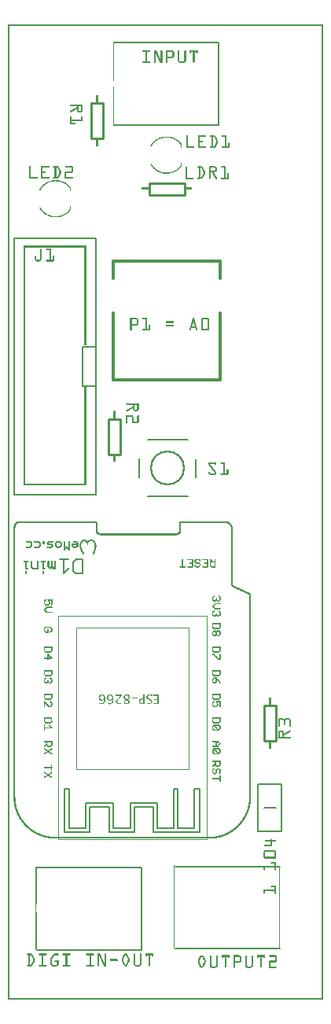
<source format=gto>
G04 MADE WITH FRITZING*
G04 WWW.FRITZING.ORG*
G04 DOUBLE SIDED*
G04 HOLES PLATED*
G04 CONTOUR ON CENTER OF CONTOUR VECTOR*
%ASAXBY*%
%FSLAX23Y23*%
%MOIN*%
%OFA0B0*%
%SFA1.0B1.0*%
%ADD10C,0.148000X0.132*%
%ADD11R,0.354200X1.095200X0.338200X1.079200*%
%ADD12C,0.008000*%
%ADD13R,0.063000X0.173200X0.047000X0.157200*%
%ADD14R,0.632695X0.947653X0.627139X0.942097*%
%ADD15C,0.002778*%
%ADD16R,0.477764X0.602764X0.472208X0.597208*%
%ADD17C,0.010000*%
%ADD18C,0.005000*%
%ADD19C,0.012500*%
%ADD20R,0.001000X0.001000*%
%LNSILK1*%
G90*
G70*
G54D10*
X677Y2254D03*
G54D12*
X26Y3228D02*
X372Y3228D01*
X372Y2141D01*
X26Y2141D01*
X26Y3228D01*
D02*
X317Y2767D02*
X372Y2767D01*
X372Y2602D01*
X317Y2602D01*
X317Y2767D01*
D02*
G54D15*
X212Y1627D02*
X842Y1627D01*
X842Y682D01*
X212Y682D01*
X212Y1627D01*
D02*
X290Y1577D02*
X765Y1577D01*
X765Y977D01*
X290Y977D01*
X290Y1577D01*
D02*
G54D12*
X762Y2374D02*
X592Y2374D01*
D02*
X592Y2134D02*
X762Y2134D01*
D02*
X797Y2293D02*
X797Y2214D01*
D02*
X557Y2295D02*
X557Y2214D01*
G54D17*
D02*
X425Y2312D02*
X425Y2462D01*
D02*
X425Y2462D02*
X475Y2462D01*
D02*
X475Y2462D02*
X475Y2312D01*
D02*
X475Y2312D02*
X425Y2312D01*
D02*
X353Y3650D02*
X353Y3800D01*
D02*
X353Y3800D02*
X403Y3800D01*
D02*
X403Y3800D02*
X403Y3650D01*
D02*
X403Y3650D02*
X353Y3650D01*
D02*
X1136Y1247D02*
X1136Y1097D01*
D02*
X1136Y1097D02*
X1086Y1097D01*
D02*
X1086Y1097D02*
X1086Y1247D01*
D02*
X1086Y1247D02*
X1136Y1247D01*
G54D12*
D02*
X1086Y816D02*
X1136Y816D01*
D02*
X1061Y716D02*
X1061Y916D01*
D02*
X1061Y916D02*
X1161Y916D01*
D02*
X1161Y916D02*
X1161Y716D01*
D02*
X1161Y716D02*
X1061Y716D01*
G54D18*
D02*
X451Y4057D02*
X894Y4057D01*
D02*
X894Y3708D02*
X894Y4057D01*
D02*
X450Y3708D02*
X894Y3708D01*
D02*
X708Y566D02*
X1152Y566D01*
D02*
X708Y217D02*
X1152Y217D01*
G54D17*
D02*
X598Y3462D02*
X748Y3462D01*
D02*
X748Y3462D02*
X748Y3412D01*
D02*
X748Y3412D02*
X598Y3412D01*
D02*
X598Y3412D02*
X598Y3462D01*
G54D18*
D02*
X123Y561D02*
X566Y561D01*
D02*
X566Y213D02*
X566Y561D01*
D02*
X122Y213D02*
X566Y213D01*
X241Y894D02*
X258Y894D01*
X258Y727D01*
X329Y727D01*
X329Y834D01*
X445Y834D01*
X445Y727D01*
X518Y727D01*
X518Y834D01*
X633Y834D01*
X633Y727D01*
X704Y727D01*
X704Y894D01*
X721Y894D01*
X721Y727D01*
X791Y727D01*
X791Y894D01*
X814Y894D01*
X814Y710D01*
X616Y710D01*
X616Y817D01*
X535Y817D01*
X535Y710D01*
X428Y710D01*
X428Y817D01*
X346Y817D01*
X346Y710D01*
X241Y710D01*
X241Y894D01*
D02*
G54D19*
X445Y3059D02*
X445Y3131D01*
X898Y3131D01*
X898Y3059D01*
D02*
X898Y2911D02*
X898Y2628D01*
X445Y2628D01*
X445Y2911D01*
D02*
G54D20*
X0Y4134D02*
X1337Y4134D01*
X0Y4133D02*
X1337Y4133D01*
X0Y4132D02*
X1337Y4132D01*
X0Y4131D02*
X1337Y4131D01*
X0Y4130D02*
X1337Y4130D01*
X0Y4129D02*
X1337Y4129D01*
X0Y4128D02*
X1337Y4128D01*
X0Y4127D02*
X1337Y4127D01*
X0Y4126D02*
X7Y4126D01*
X1330Y4126D02*
X1337Y4126D01*
X0Y4125D02*
X7Y4125D01*
X1330Y4125D02*
X1337Y4125D01*
X0Y4124D02*
X7Y4124D01*
X1330Y4124D02*
X1337Y4124D01*
X0Y4123D02*
X7Y4123D01*
X1330Y4123D02*
X1337Y4123D01*
X0Y4122D02*
X7Y4122D01*
X1330Y4122D02*
X1337Y4122D01*
X0Y4121D02*
X7Y4121D01*
X1330Y4121D02*
X1337Y4121D01*
X0Y4120D02*
X7Y4120D01*
X1330Y4120D02*
X1337Y4120D01*
X0Y4119D02*
X7Y4119D01*
X1330Y4119D02*
X1337Y4119D01*
X0Y4118D02*
X7Y4118D01*
X1330Y4118D02*
X1337Y4118D01*
X0Y4117D02*
X7Y4117D01*
X1330Y4117D02*
X1337Y4117D01*
X0Y4116D02*
X7Y4116D01*
X1330Y4116D02*
X1337Y4116D01*
X0Y4115D02*
X7Y4115D01*
X1330Y4115D02*
X1337Y4115D01*
X0Y4114D02*
X7Y4114D01*
X1330Y4114D02*
X1337Y4114D01*
X0Y4113D02*
X7Y4113D01*
X1330Y4113D02*
X1337Y4113D01*
X0Y4112D02*
X7Y4112D01*
X1330Y4112D02*
X1337Y4112D01*
X0Y4111D02*
X7Y4111D01*
X1330Y4111D02*
X1337Y4111D01*
X0Y4110D02*
X7Y4110D01*
X1330Y4110D02*
X1337Y4110D01*
X0Y4109D02*
X7Y4109D01*
X1330Y4109D02*
X1337Y4109D01*
X0Y4108D02*
X7Y4108D01*
X1330Y4108D02*
X1337Y4108D01*
X0Y4107D02*
X7Y4107D01*
X1330Y4107D02*
X1337Y4107D01*
X0Y4106D02*
X7Y4106D01*
X1330Y4106D02*
X1337Y4106D01*
X0Y4105D02*
X7Y4105D01*
X1330Y4105D02*
X1337Y4105D01*
X0Y4104D02*
X7Y4104D01*
X1330Y4104D02*
X1337Y4104D01*
X0Y4103D02*
X7Y4103D01*
X1330Y4103D02*
X1337Y4103D01*
X0Y4102D02*
X7Y4102D01*
X1330Y4102D02*
X1337Y4102D01*
X0Y4101D02*
X7Y4101D01*
X1330Y4101D02*
X1337Y4101D01*
X0Y4100D02*
X7Y4100D01*
X1330Y4100D02*
X1337Y4100D01*
X0Y4099D02*
X7Y4099D01*
X1330Y4099D02*
X1337Y4099D01*
X0Y4098D02*
X7Y4098D01*
X1330Y4098D02*
X1337Y4098D01*
X0Y4097D02*
X7Y4097D01*
X1330Y4097D02*
X1337Y4097D01*
X0Y4096D02*
X7Y4096D01*
X1330Y4096D02*
X1337Y4096D01*
X0Y4095D02*
X7Y4095D01*
X1330Y4095D02*
X1337Y4095D01*
X0Y4094D02*
X7Y4094D01*
X1330Y4094D02*
X1337Y4094D01*
X0Y4093D02*
X7Y4093D01*
X1330Y4093D02*
X1337Y4093D01*
X0Y4092D02*
X7Y4092D01*
X1330Y4092D02*
X1337Y4092D01*
X0Y4091D02*
X7Y4091D01*
X1330Y4091D02*
X1337Y4091D01*
X0Y4090D02*
X7Y4090D01*
X1330Y4090D02*
X1337Y4090D01*
X0Y4089D02*
X7Y4089D01*
X1330Y4089D02*
X1337Y4089D01*
X0Y4088D02*
X7Y4088D01*
X1330Y4088D02*
X1337Y4088D01*
X0Y4087D02*
X7Y4087D01*
X1330Y4087D02*
X1337Y4087D01*
X0Y4086D02*
X7Y4086D01*
X1330Y4086D02*
X1337Y4086D01*
X0Y4085D02*
X7Y4085D01*
X1330Y4085D02*
X1337Y4085D01*
X0Y4084D02*
X7Y4084D01*
X1330Y4084D02*
X1337Y4084D01*
X0Y4083D02*
X7Y4083D01*
X1330Y4083D02*
X1337Y4083D01*
X0Y4082D02*
X7Y4082D01*
X1330Y4082D02*
X1337Y4082D01*
X0Y4081D02*
X7Y4081D01*
X1330Y4081D02*
X1337Y4081D01*
X0Y4080D02*
X7Y4080D01*
X1330Y4080D02*
X1337Y4080D01*
X0Y4079D02*
X7Y4079D01*
X1330Y4079D02*
X1337Y4079D01*
X0Y4078D02*
X7Y4078D01*
X1330Y4078D02*
X1337Y4078D01*
X0Y4077D02*
X7Y4077D01*
X1330Y4077D02*
X1337Y4077D01*
X0Y4076D02*
X7Y4076D01*
X1330Y4076D02*
X1337Y4076D01*
X0Y4075D02*
X7Y4075D01*
X1330Y4075D02*
X1337Y4075D01*
X0Y4074D02*
X7Y4074D01*
X1330Y4074D02*
X1337Y4074D01*
X0Y4073D02*
X7Y4073D01*
X1330Y4073D02*
X1337Y4073D01*
X0Y4072D02*
X7Y4072D01*
X1330Y4072D02*
X1337Y4072D01*
X0Y4071D02*
X7Y4071D01*
X1330Y4071D02*
X1337Y4071D01*
X0Y4070D02*
X7Y4070D01*
X1330Y4070D02*
X1337Y4070D01*
X0Y4069D02*
X7Y4069D01*
X1330Y4069D02*
X1337Y4069D01*
X0Y4068D02*
X7Y4068D01*
X1330Y4068D02*
X1337Y4068D01*
X0Y4067D02*
X7Y4067D01*
X1330Y4067D02*
X1337Y4067D01*
X0Y4066D02*
X7Y4066D01*
X1330Y4066D02*
X1337Y4066D01*
X0Y4065D02*
X7Y4065D01*
X1330Y4065D02*
X1337Y4065D01*
X0Y4064D02*
X7Y4064D01*
X1330Y4064D02*
X1337Y4064D01*
X0Y4063D02*
X7Y4063D01*
X1330Y4063D02*
X1337Y4063D01*
X0Y4062D02*
X7Y4062D01*
X1330Y4062D02*
X1337Y4062D01*
X0Y4061D02*
X7Y4061D01*
X1330Y4061D02*
X1337Y4061D01*
X0Y4060D02*
X7Y4060D01*
X445Y4060D02*
X448Y4060D01*
X1330Y4060D02*
X1337Y4060D01*
X0Y4059D02*
X7Y4059D01*
X445Y4059D02*
X448Y4059D01*
X1330Y4059D02*
X1337Y4059D01*
X0Y4058D02*
X7Y4058D01*
X445Y4058D02*
X449Y4058D01*
X1330Y4058D02*
X1337Y4058D01*
X0Y4057D02*
X7Y4057D01*
X445Y4057D02*
X449Y4057D01*
X1330Y4057D02*
X1337Y4057D01*
X0Y4056D02*
X7Y4056D01*
X445Y4056D02*
X449Y4056D01*
X1330Y4056D02*
X1337Y4056D01*
X0Y4055D02*
X7Y4055D01*
X445Y4055D02*
X449Y4055D01*
X1330Y4055D02*
X1337Y4055D01*
X0Y4054D02*
X7Y4054D01*
X445Y4054D02*
X449Y4054D01*
X1330Y4054D02*
X1337Y4054D01*
X0Y4053D02*
X7Y4053D01*
X445Y4053D02*
X449Y4053D01*
X1330Y4053D02*
X1337Y4053D01*
X0Y4052D02*
X7Y4052D01*
X445Y4052D02*
X449Y4052D01*
X1330Y4052D02*
X1337Y4052D01*
X0Y4051D02*
X7Y4051D01*
X445Y4051D02*
X449Y4051D01*
X1330Y4051D02*
X1337Y4051D01*
X0Y4050D02*
X7Y4050D01*
X445Y4050D02*
X449Y4050D01*
X1330Y4050D02*
X1337Y4050D01*
X0Y4049D02*
X7Y4049D01*
X445Y4049D02*
X449Y4049D01*
X1330Y4049D02*
X1337Y4049D01*
X0Y4048D02*
X7Y4048D01*
X445Y4048D02*
X449Y4048D01*
X1330Y4048D02*
X1337Y4048D01*
X0Y4047D02*
X7Y4047D01*
X445Y4047D02*
X449Y4047D01*
X1330Y4047D02*
X1337Y4047D01*
X0Y4046D02*
X7Y4046D01*
X445Y4046D02*
X449Y4046D01*
X1330Y4046D02*
X1337Y4046D01*
X0Y4045D02*
X7Y4045D01*
X445Y4045D02*
X449Y4045D01*
X1330Y4045D02*
X1337Y4045D01*
X0Y4044D02*
X7Y4044D01*
X445Y4044D02*
X449Y4044D01*
X1330Y4044D02*
X1337Y4044D01*
X0Y4043D02*
X7Y4043D01*
X445Y4043D02*
X449Y4043D01*
X1330Y4043D02*
X1337Y4043D01*
X0Y4042D02*
X7Y4042D01*
X445Y4042D02*
X449Y4042D01*
X1330Y4042D02*
X1337Y4042D01*
X0Y4041D02*
X7Y4041D01*
X445Y4041D02*
X449Y4041D01*
X1330Y4041D02*
X1337Y4041D01*
X0Y4040D02*
X7Y4040D01*
X445Y4040D02*
X449Y4040D01*
X1330Y4040D02*
X1337Y4040D01*
X0Y4039D02*
X7Y4039D01*
X445Y4039D02*
X449Y4039D01*
X1330Y4039D02*
X1337Y4039D01*
X0Y4038D02*
X7Y4038D01*
X445Y4038D02*
X449Y4038D01*
X1330Y4038D02*
X1337Y4038D01*
X0Y4037D02*
X7Y4037D01*
X445Y4037D02*
X449Y4037D01*
X1330Y4037D02*
X1337Y4037D01*
X0Y4036D02*
X7Y4036D01*
X445Y4036D02*
X449Y4036D01*
X1330Y4036D02*
X1337Y4036D01*
X0Y4035D02*
X7Y4035D01*
X445Y4035D02*
X449Y4035D01*
X1330Y4035D02*
X1337Y4035D01*
X0Y4034D02*
X7Y4034D01*
X445Y4034D02*
X449Y4034D01*
X1330Y4034D02*
X1337Y4034D01*
X0Y4033D02*
X7Y4033D01*
X445Y4033D02*
X449Y4033D01*
X1330Y4033D02*
X1337Y4033D01*
X0Y4032D02*
X7Y4032D01*
X445Y4032D02*
X449Y4032D01*
X1330Y4032D02*
X1337Y4032D01*
X0Y4031D02*
X7Y4031D01*
X445Y4031D02*
X449Y4031D01*
X1330Y4031D02*
X1337Y4031D01*
X0Y4030D02*
X7Y4030D01*
X445Y4030D02*
X449Y4030D01*
X1330Y4030D02*
X1337Y4030D01*
X0Y4029D02*
X7Y4029D01*
X445Y4029D02*
X449Y4029D01*
X1330Y4029D02*
X1337Y4029D01*
X0Y4028D02*
X7Y4028D01*
X445Y4028D02*
X449Y4028D01*
X1330Y4028D02*
X1337Y4028D01*
X0Y4027D02*
X7Y4027D01*
X445Y4027D02*
X449Y4027D01*
X1330Y4027D02*
X1337Y4027D01*
X0Y4026D02*
X7Y4026D01*
X445Y4026D02*
X449Y4026D01*
X1330Y4026D02*
X1337Y4026D01*
X0Y4025D02*
X7Y4025D01*
X445Y4025D02*
X449Y4025D01*
X1330Y4025D02*
X1337Y4025D01*
X0Y4024D02*
X7Y4024D01*
X445Y4024D02*
X449Y4024D01*
X571Y4024D02*
X602Y4024D01*
X620Y4024D02*
X629Y4024D01*
X649Y4024D02*
X652Y4024D01*
X670Y4024D02*
X698Y4024D01*
X722Y4024D02*
X725Y4024D01*
X749Y4024D02*
X753Y4024D01*
X771Y4024D02*
X804Y4024D01*
X1330Y4024D02*
X1337Y4024D01*
X0Y4023D02*
X7Y4023D01*
X445Y4023D02*
X449Y4023D01*
X570Y4023D02*
X603Y4023D01*
X620Y4023D02*
X629Y4023D01*
X648Y4023D02*
X653Y4023D01*
X670Y4023D02*
X699Y4023D01*
X721Y4023D02*
X726Y4023D01*
X749Y4023D02*
X754Y4023D01*
X771Y4023D02*
X804Y4023D01*
X1330Y4023D02*
X1337Y4023D01*
X0Y4022D02*
X7Y4022D01*
X445Y4022D02*
X449Y4022D01*
X570Y4022D02*
X603Y4022D01*
X620Y4022D02*
X630Y4022D01*
X648Y4022D02*
X654Y4022D01*
X670Y4022D02*
X701Y4022D01*
X721Y4022D02*
X726Y4022D01*
X748Y4022D02*
X754Y4022D01*
X771Y4022D02*
X804Y4022D01*
X1330Y4022D02*
X1337Y4022D01*
X0Y4021D02*
X7Y4021D01*
X445Y4021D02*
X449Y4021D01*
X570Y4021D02*
X604Y4021D01*
X620Y4021D02*
X630Y4021D01*
X648Y4021D02*
X654Y4021D01*
X670Y4021D02*
X702Y4021D01*
X721Y4021D02*
X727Y4021D01*
X748Y4021D02*
X754Y4021D01*
X771Y4021D02*
X804Y4021D01*
X1330Y4021D02*
X1337Y4021D01*
X0Y4020D02*
X7Y4020D01*
X445Y4020D02*
X449Y4020D01*
X570Y4020D02*
X603Y4020D01*
X620Y4020D02*
X631Y4020D01*
X648Y4020D02*
X654Y4020D01*
X670Y4020D02*
X702Y4020D01*
X721Y4020D02*
X727Y4020D01*
X748Y4020D02*
X754Y4020D01*
X771Y4020D02*
X804Y4020D01*
X1330Y4020D02*
X1337Y4020D01*
X0Y4019D02*
X7Y4019D01*
X445Y4019D02*
X449Y4019D01*
X571Y4019D02*
X603Y4019D01*
X620Y4019D02*
X631Y4019D01*
X648Y4019D02*
X654Y4019D01*
X670Y4019D02*
X703Y4019D01*
X721Y4019D02*
X727Y4019D01*
X748Y4019D02*
X754Y4019D01*
X771Y4019D02*
X804Y4019D01*
X1330Y4019D02*
X1337Y4019D01*
X0Y4018D02*
X7Y4018D01*
X445Y4018D02*
X449Y4018D01*
X573Y4018D02*
X601Y4018D01*
X620Y4018D02*
X631Y4018D01*
X648Y4018D02*
X654Y4018D01*
X670Y4018D02*
X703Y4018D01*
X721Y4018D02*
X727Y4018D01*
X748Y4018D02*
X754Y4018D01*
X771Y4018D02*
X804Y4018D01*
X1330Y4018D02*
X1337Y4018D01*
X0Y4017D02*
X7Y4017D01*
X445Y4017D02*
X449Y4017D01*
X584Y4017D02*
X590Y4017D01*
X620Y4017D02*
X632Y4017D01*
X648Y4017D02*
X654Y4017D01*
X670Y4017D02*
X676Y4017D01*
X697Y4017D02*
X704Y4017D01*
X721Y4017D02*
X727Y4017D01*
X748Y4017D02*
X754Y4017D01*
X771Y4017D02*
X777Y4017D01*
X784Y4017D02*
X791Y4017D01*
X798Y4017D02*
X804Y4017D01*
X1330Y4017D02*
X1337Y4017D01*
X0Y4016D02*
X7Y4016D01*
X445Y4016D02*
X449Y4016D01*
X584Y4016D02*
X590Y4016D01*
X620Y4016D02*
X632Y4016D01*
X648Y4016D02*
X654Y4016D01*
X670Y4016D02*
X676Y4016D01*
X697Y4016D02*
X704Y4016D01*
X721Y4016D02*
X727Y4016D01*
X748Y4016D02*
X754Y4016D01*
X771Y4016D02*
X777Y4016D01*
X784Y4016D02*
X791Y4016D01*
X798Y4016D02*
X804Y4016D01*
X1330Y4016D02*
X1337Y4016D01*
X0Y4015D02*
X7Y4015D01*
X445Y4015D02*
X449Y4015D01*
X584Y4015D02*
X590Y4015D01*
X620Y4015D02*
X633Y4015D01*
X648Y4015D02*
X654Y4015D01*
X670Y4015D02*
X676Y4015D01*
X698Y4015D02*
X704Y4015D01*
X721Y4015D02*
X727Y4015D01*
X748Y4015D02*
X754Y4015D01*
X771Y4015D02*
X777Y4015D01*
X784Y4015D02*
X791Y4015D01*
X798Y4015D02*
X804Y4015D01*
X1330Y4015D02*
X1337Y4015D01*
X0Y4014D02*
X7Y4014D01*
X445Y4014D02*
X449Y4014D01*
X584Y4014D02*
X590Y4014D01*
X620Y4014D02*
X633Y4014D01*
X648Y4014D02*
X654Y4014D01*
X670Y4014D02*
X676Y4014D01*
X698Y4014D02*
X704Y4014D01*
X721Y4014D02*
X727Y4014D01*
X748Y4014D02*
X754Y4014D01*
X771Y4014D02*
X776Y4014D01*
X784Y4014D02*
X791Y4014D01*
X799Y4014D02*
X804Y4014D01*
X1330Y4014D02*
X1337Y4014D01*
X0Y4013D02*
X7Y4013D01*
X445Y4013D02*
X449Y4013D01*
X584Y4013D02*
X590Y4013D01*
X620Y4013D02*
X634Y4013D01*
X648Y4013D02*
X654Y4013D01*
X670Y4013D02*
X676Y4013D01*
X698Y4013D02*
X704Y4013D01*
X721Y4013D02*
X727Y4013D01*
X748Y4013D02*
X754Y4013D01*
X772Y4013D02*
X776Y4013D01*
X784Y4013D02*
X791Y4013D01*
X799Y4013D02*
X803Y4013D01*
X1330Y4013D02*
X1337Y4013D01*
X0Y4012D02*
X7Y4012D01*
X445Y4012D02*
X449Y4012D01*
X584Y4012D02*
X590Y4012D01*
X620Y4012D02*
X634Y4012D01*
X648Y4012D02*
X654Y4012D01*
X670Y4012D02*
X676Y4012D01*
X698Y4012D02*
X704Y4012D01*
X721Y4012D02*
X727Y4012D01*
X748Y4012D02*
X754Y4012D01*
X784Y4012D02*
X791Y4012D01*
X1330Y4012D02*
X1337Y4012D01*
X0Y4011D02*
X7Y4011D01*
X445Y4011D02*
X449Y4011D01*
X584Y4011D02*
X590Y4011D01*
X620Y4011D02*
X626Y4011D01*
X628Y4011D02*
X635Y4011D01*
X648Y4011D02*
X654Y4011D01*
X670Y4011D02*
X676Y4011D01*
X698Y4011D02*
X704Y4011D01*
X721Y4011D02*
X727Y4011D01*
X748Y4011D02*
X754Y4011D01*
X784Y4011D02*
X791Y4011D01*
X1330Y4011D02*
X1337Y4011D01*
X0Y4010D02*
X7Y4010D01*
X445Y4010D02*
X449Y4010D01*
X584Y4010D02*
X590Y4010D01*
X620Y4010D02*
X626Y4010D01*
X628Y4010D02*
X635Y4010D01*
X648Y4010D02*
X654Y4010D01*
X670Y4010D02*
X676Y4010D01*
X698Y4010D02*
X704Y4010D01*
X721Y4010D02*
X727Y4010D01*
X748Y4010D02*
X754Y4010D01*
X784Y4010D02*
X791Y4010D01*
X1330Y4010D02*
X1337Y4010D01*
X0Y4009D02*
X7Y4009D01*
X445Y4009D02*
X449Y4009D01*
X584Y4009D02*
X590Y4009D01*
X620Y4009D02*
X626Y4009D01*
X629Y4009D02*
X635Y4009D01*
X648Y4009D02*
X654Y4009D01*
X670Y4009D02*
X676Y4009D01*
X698Y4009D02*
X704Y4009D01*
X721Y4009D02*
X727Y4009D01*
X748Y4009D02*
X754Y4009D01*
X784Y4009D02*
X791Y4009D01*
X1330Y4009D02*
X1337Y4009D01*
X0Y4008D02*
X7Y4008D01*
X445Y4008D02*
X449Y4008D01*
X584Y4008D02*
X590Y4008D01*
X620Y4008D02*
X626Y4008D01*
X629Y4008D02*
X636Y4008D01*
X648Y4008D02*
X654Y4008D01*
X670Y4008D02*
X676Y4008D01*
X698Y4008D02*
X704Y4008D01*
X721Y4008D02*
X727Y4008D01*
X748Y4008D02*
X754Y4008D01*
X784Y4008D02*
X791Y4008D01*
X1330Y4008D02*
X1337Y4008D01*
X0Y4007D02*
X7Y4007D01*
X445Y4007D02*
X449Y4007D01*
X584Y4007D02*
X590Y4007D01*
X620Y4007D02*
X626Y4007D01*
X630Y4007D02*
X636Y4007D01*
X648Y4007D02*
X654Y4007D01*
X670Y4007D02*
X676Y4007D01*
X698Y4007D02*
X704Y4007D01*
X721Y4007D02*
X727Y4007D01*
X748Y4007D02*
X754Y4007D01*
X784Y4007D02*
X791Y4007D01*
X1330Y4007D02*
X1337Y4007D01*
X0Y4006D02*
X7Y4006D01*
X445Y4006D02*
X449Y4006D01*
X584Y4006D02*
X590Y4006D01*
X620Y4006D02*
X626Y4006D01*
X630Y4006D02*
X637Y4006D01*
X648Y4006D02*
X654Y4006D01*
X670Y4006D02*
X676Y4006D01*
X698Y4006D02*
X704Y4006D01*
X721Y4006D02*
X727Y4006D01*
X748Y4006D02*
X754Y4006D01*
X784Y4006D02*
X791Y4006D01*
X1330Y4006D02*
X1337Y4006D01*
X0Y4005D02*
X7Y4005D01*
X445Y4005D02*
X449Y4005D01*
X584Y4005D02*
X590Y4005D01*
X620Y4005D02*
X626Y4005D01*
X630Y4005D02*
X637Y4005D01*
X648Y4005D02*
X654Y4005D01*
X670Y4005D02*
X676Y4005D01*
X698Y4005D02*
X704Y4005D01*
X721Y4005D02*
X727Y4005D01*
X748Y4005D02*
X754Y4005D01*
X784Y4005D02*
X791Y4005D01*
X1330Y4005D02*
X1337Y4005D01*
X0Y4004D02*
X7Y4004D01*
X445Y4004D02*
X449Y4004D01*
X584Y4004D02*
X590Y4004D01*
X620Y4004D02*
X626Y4004D01*
X631Y4004D02*
X638Y4004D01*
X648Y4004D02*
X654Y4004D01*
X670Y4004D02*
X676Y4004D01*
X698Y4004D02*
X704Y4004D01*
X721Y4004D02*
X727Y4004D01*
X748Y4004D02*
X754Y4004D01*
X784Y4004D02*
X791Y4004D01*
X1330Y4004D02*
X1337Y4004D01*
X0Y4003D02*
X7Y4003D01*
X445Y4003D02*
X449Y4003D01*
X584Y4003D02*
X590Y4003D01*
X620Y4003D02*
X626Y4003D01*
X631Y4003D02*
X638Y4003D01*
X648Y4003D02*
X654Y4003D01*
X670Y4003D02*
X676Y4003D01*
X698Y4003D02*
X704Y4003D01*
X721Y4003D02*
X727Y4003D01*
X748Y4003D02*
X754Y4003D01*
X784Y4003D02*
X791Y4003D01*
X1330Y4003D02*
X1337Y4003D01*
X0Y4002D02*
X7Y4002D01*
X445Y4002D02*
X449Y4002D01*
X584Y4002D02*
X590Y4002D01*
X620Y4002D02*
X626Y4002D01*
X632Y4002D02*
X638Y4002D01*
X648Y4002D02*
X654Y4002D01*
X670Y4002D02*
X676Y4002D01*
X698Y4002D02*
X704Y4002D01*
X721Y4002D02*
X727Y4002D01*
X748Y4002D02*
X754Y4002D01*
X784Y4002D02*
X791Y4002D01*
X1330Y4002D02*
X1337Y4002D01*
X0Y4001D02*
X7Y4001D01*
X445Y4001D02*
X449Y4001D01*
X584Y4001D02*
X590Y4001D01*
X620Y4001D02*
X626Y4001D01*
X632Y4001D02*
X639Y4001D01*
X648Y4001D02*
X654Y4001D01*
X670Y4001D02*
X676Y4001D01*
X698Y4001D02*
X704Y4001D01*
X721Y4001D02*
X727Y4001D01*
X748Y4001D02*
X754Y4001D01*
X784Y4001D02*
X791Y4001D01*
X1330Y4001D02*
X1337Y4001D01*
X0Y4000D02*
X7Y4000D01*
X445Y4000D02*
X449Y4000D01*
X584Y4000D02*
X590Y4000D01*
X620Y4000D02*
X626Y4000D01*
X633Y4000D02*
X639Y4000D01*
X648Y4000D02*
X654Y4000D01*
X670Y4000D02*
X676Y4000D01*
X697Y4000D02*
X704Y4000D01*
X721Y4000D02*
X727Y4000D01*
X748Y4000D02*
X754Y4000D01*
X784Y4000D02*
X791Y4000D01*
X1330Y4000D02*
X1337Y4000D01*
X0Y3999D02*
X7Y3999D01*
X445Y3999D02*
X449Y3999D01*
X584Y3999D02*
X590Y3999D01*
X620Y3999D02*
X626Y3999D01*
X633Y3999D02*
X640Y3999D01*
X648Y3999D02*
X654Y3999D01*
X670Y3999D02*
X676Y3999D01*
X696Y3999D02*
X704Y3999D01*
X721Y3999D02*
X727Y3999D01*
X748Y3999D02*
X754Y3999D01*
X784Y3999D02*
X791Y3999D01*
X1330Y3999D02*
X1337Y3999D01*
X0Y3998D02*
X7Y3998D01*
X445Y3998D02*
X449Y3998D01*
X584Y3998D02*
X590Y3998D01*
X620Y3998D02*
X626Y3998D01*
X634Y3998D02*
X640Y3998D01*
X648Y3998D02*
X654Y3998D01*
X670Y3998D02*
X703Y3998D01*
X721Y3998D02*
X727Y3998D01*
X748Y3998D02*
X754Y3998D01*
X784Y3998D02*
X791Y3998D01*
X1330Y3998D02*
X1337Y3998D01*
X0Y3997D02*
X7Y3997D01*
X445Y3997D02*
X449Y3997D01*
X584Y3997D02*
X590Y3997D01*
X620Y3997D02*
X626Y3997D01*
X634Y3997D02*
X641Y3997D01*
X648Y3997D02*
X654Y3997D01*
X670Y3997D02*
X703Y3997D01*
X721Y3997D02*
X727Y3997D01*
X748Y3997D02*
X754Y3997D01*
X784Y3997D02*
X791Y3997D01*
X1330Y3997D02*
X1337Y3997D01*
X0Y3996D02*
X7Y3996D01*
X445Y3996D02*
X449Y3996D01*
X584Y3996D02*
X590Y3996D01*
X620Y3996D02*
X626Y3996D01*
X634Y3996D02*
X641Y3996D01*
X648Y3996D02*
X654Y3996D01*
X670Y3996D02*
X702Y3996D01*
X721Y3996D02*
X727Y3996D01*
X748Y3996D02*
X754Y3996D01*
X784Y3996D02*
X791Y3996D01*
X1330Y3996D02*
X1337Y3996D01*
X0Y3995D02*
X7Y3995D01*
X445Y3995D02*
X449Y3995D01*
X584Y3995D02*
X590Y3995D01*
X620Y3995D02*
X626Y3995D01*
X635Y3995D02*
X642Y3995D01*
X648Y3995D02*
X654Y3995D01*
X670Y3995D02*
X701Y3995D01*
X721Y3995D02*
X727Y3995D01*
X748Y3995D02*
X754Y3995D01*
X784Y3995D02*
X791Y3995D01*
X1330Y3995D02*
X1337Y3995D01*
X0Y3994D02*
X7Y3994D01*
X445Y3994D02*
X449Y3994D01*
X584Y3994D02*
X590Y3994D01*
X620Y3994D02*
X626Y3994D01*
X635Y3994D02*
X642Y3994D01*
X648Y3994D02*
X654Y3994D01*
X670Y3994D02*
X700Y3994D01*
X721Y3994D02*
X727Y3994D01*
X748Y3994D02*
X754Y3994D01*
X784Y3994D02*
X791Y3994D01*
X1330Y3994D02*
X1337Y3994D01*
X0Y3993D02*
X7Y3993D01*
X445Y3993D02*
X449Y3993D01*
X584Y3993D02*
X590Y3993D01*
X620Y3993D02*
X626Y3993D01*
X636Y3993D02*
X642Y3993D01*
X648Y3993D02*
X654Y3993D01*
X670Y3993D02*
X699Y3993D01*
X721Y3993D02*
X727Y3993D01*
X748Y3993D02*
X754Y3993D01*
X784Y3993D02*
X791Y3993D01*
X1330Y3993D02*
X1337Y3993D01*
X0Y3992D02*
X7Y3992D01*
X445Y3992D02*
X449Y3992D01*
X584Y3992D02*
X590Y3992D01*
X620Y3992D02*
X626Y3992D01*
X636Y3992D02*
X643Y3992D01*
X648Y3992D02*
X654Y3992D01*
X670Y3992D02*
X697Y3992D01*
X721Y3992D02*
X727Y3992D01*
X748Y3992D02*
X754Y3992D01*
X784Y3992D02*
X791Y3992D01*
X1330Y3992D02*
X1337Y3992D01*
X0Y3991D02*
X7Y3991D01*
X445Y3991D02*
X449Y3991D01*
X584Y3991D02*
X590Y3991D01*
X620Y3991D02*
X626Y3991D01*
X637Y3991D02*
X643Y3991D01*
X648Y3991D02*
X654Y3991D01*
X670Y3991D02*
X677Y3991D01*
X721Y3991D02*
X727Y3991D01*
X748Y3991D02*
X754Y3991D01*
X784Y3991D02*
X791Y3991D01*
X1330Y3991D02*
X1337Y3991D01*
X0Y3990D02*
X7Y3990D01*
X445Y3990D02*
X449Y3990D01*
X584Y3990D02*
X590Y3990D01*
X620Y3990D02*
X626Y3990D01*
X637Y3990D02*
X644Y3990D01*
X648Y3990D02*
X654Y3990D01*
X670Y3990D02*
X676Y3990D01*
X721Y3990D02*
X727Y3990D01*
X748Y3990D02*
X754Y3990D01*
X784Y3990D02*
X791Y3990D01*
X1330Y3990D02*
X1337Y3990D01*
X0Y3989D02*
X7Y3989D01*
X445Y3989D02*
X449Y3989D01*
X584Y3989D02*
X590Y3989D01*
X620Y3989D02*
X626Y3989D01*
X637Y3989D02*
X644Y3989D01*
X648Y3989D02*
X654Y3989D01*
X670Y3989D02*
X676Y3989D01*
X721Y3989D02*
X727Y3989D01*
X748Y3989D02*
X754Y3989D01*
X784Y3989D02*
X791Y3989D01*
X1330Y3989D02*
X1337Y3989D01*
X0Y3988D02*
X7Y3988D01*
X445Y3988D02*
X449Y3988D01*
X584Y3988D02*
X590Y3988D01*
X620Y3988D02*
X626Y3988D01*
X638Y3988D02*
X645Y3988D01*
X648Y3988D02*
X654Y3988D01*
X670Y3988D02*
X676Y3988D01*
X721Y3988D02*
X727Y3988D01*
X748Y3988D02*
X754Y3988D01*
X784Y3988D02*
X791Y3988D01*
X1330Y3988D02*
X1337Y3988D01*
X0Y3987D02*
X7Y3987D01*
X445Y3987D02*
X449Y3987D01*
X584Y3987D02*
X590Y3987D01*
X620Y3987D02*
X626Y3987D01*
X638Y3987D02*
X645Y3987D01*
X648Y3987D02*
X654Y3987D01*
X670Y3987D02*
X676Y3987D01*
X721Y3987D02*
X727Y3987D01*
X748Y3987D02*
X754Y3987D01*
X784Y3987D02*
X791Y3987D01*
X1330Y3987D02*
X1337Y3987D01*
X0Y3986D02*
X7Y3986D01*
X445Y3986D02*
X449Y3986D01*
X584Y3986D02*
X590Y3986D01*
X620Y3986D02*
X626Y3986D01*
X639Y3986D02*
X645Y3986D01*
X648Y3986D02*
X654Y3986D01*
X670Y3986D02*
X676Y3986D01*
X721Y3986D02*
X727Y3986D01*
X748Y3986D02*
X754Y3986D01*
X784Y3986D02*
X791Y3986D01*
X1330Y3986D02*
X1337Y3986D01*
X0Y3985D02*
X7Y3985D01*
X445Y3985D02*
X449Y3985D01*
X584Y3985D02*
X590Y3985D01*
X620Y3985D02*
X626Y3985D01*
X639Y3985D02*
X646Y3985D01*
X648Y3985D02*
X654Y3985D01*
X670Y3985D02*
X676Y3985D01*
X721Y3985D02*
X727Y3985D01*
X748Y3985D02*
X754Y3985D01*
X784Y3985D02*
X791Y3985D01*
X1330Y3985D02*
X1337Y3985D01*
X0Y3984D02*
X7Y3984D01*
X445Y3984D02*
X449Y3984D01*
X584Y3984D02*
X590Y3984D01*
X620Y3984D02*
X626Y3984D01*
X640Y3984D02*
X654Y3984D01*
X670Y3984D02*
X676Y3984D01*
X721Y3984D02*
X727Y3984D01*
X748Y3984D02*
X754Y3984D01*
X784Y3984D02*
X791Y3984D01*
X1330Y3984D02*
X1337Y3984D01*
X0Y3983D02*
X7Y3983D01*
X445Y3983D02*
X449Y3983D01*
X584Y3983D02*
X590Y3983D01*
X620Y3983D02*
X626Y3983D01*
X640Y3983D02*
X654Y3983D01*
X670Y3983D02*
X676Y3983D01*
X721Y3983D02*
X727Y3983D01*
X748Y3983D02*
X754Y3983D01*
X784Y3983D02*
X791Y3983D01*
X1330Y3983D02*
X1337Y3983D01*
X0Y3982D02*
X7Y3982D01*
X445Y3982D02*
X449Y3982D01*
X584Y3982D02*
X590Y3982D01*
X620Y3982D02*
X626Y3982D01*
X641Y3982D02*
X654Y3982D01*
X670Y3982D02*
X676Y3982D01*
X721Y3982D02*
X727Y3982D01*
X748Y3982D02*
X754Y3982D01*
X784Y3982D02*
X791Y3982D01*
X1330Y3982D02*
X1337Y3982D01*
X0Y3981D02*
X7Y3981D01*
X445Y3981D02*
X449Y3981D01*
X584Y3981D02*
X590Y3981D01*
X620Y3981D02*
X626Y3981D01*
X641Y3981D02*
X654Y3981D01*
X670Y3981D02*
X676Y3981D01*
X721Y3981D02*
X727Y3981D01*
X748Y3981D02*
X754Y3981D01*
X784Y3981D02*
X791Y3981D01*
X1330Y3981D02*
X1337Y3981D01*
X0Y3980D02*
X7Y3980D01*
X445Y3980D02*
X449Y3980D01*
X584Y3980D02*
X590Y3980D01*
X620Y3980D02*
X626Y3980D01*
X641Y3980D02*
X654Y3980D01*
X670Y3980D02*
X676Y3980D01*
X721Y3980D02*
X727Y3980D01*
X748Y3980D02*
X754Y3980D01*
X784Y3980D02*
X791Y3980D01*
X1330Y3980D02*
X1337Y3980D01*
X0Y3979D02*
X7Y3979D01*
X445Y3979D02*
X449Y3979D01*
X584Y3979D02*
X590Y3979D01*
X620Y3979D02*
X626Y3979D01*
X642Y3979D02*
X654Y3979D01*
X670Y3979D02*
X676Y3979D01*
X721Y3979D02*
X727Y3979D01*
X747Y3979D02*
X754Y3979D01*
X784Y3979D02*
X791Y3979D01*
X1330Y3979D02*
X1337Y3979D01*
X0Y3978D02*
X7Y3978D01*
X445Y3978D02*
X449Y3978D01*
X584Y3978D02*
X590Y3978D01*
X620Y3978D02*
X626Y3978D01*
X642Y3978D02*
X654Y3978D01*
X670Y3978D02*
X676Y3978D01*
X721Y3978D02*
X729Y3978D01*
X746Y3978D02*
X754Y3978D01*
X784Y3978D02*
X791Y3978D01*
X1330Y3978D02*
X1337Y3978D01*
X0Y3977D02*
X7Y3977D01*
X445Y3977D02*
X449Y3977D01*
X571Y3977D02*
X602Y3977D01*
X620Y3977D02*
X626Y3977D01*
X643Y3977D02*
X654Y3977D01*
X670Y3977D02*
X676Y3977D01*
X721Y3977D02*
X753Y3977D01*
X784Y3977D02*
X791Y3977D01*
X1330Y3977D02*
X1337Y3977D01*
X0Y3976D02*
X7Y3976D01*
X445Y3976D02*
X449Y3976D01*
X571Y3976D02*
X603Y3976D01*
X620Y3976D02*
X626Y3976D01*
X643Y3976D02*
X654Y3976D01*
X670Y3976D02*
X676Y3976D01*
X722Y3976D02*
X753Y3976D01*
X784Y3976D02*
X791Y3976D01*
X1330Y3976D02*
X1337Y3976D01*
X0Y3975D02*
X7Y3975D01*
X445Y3975D02*
X449Y3975D01*
X570Y3975D02*
X603Y3975D01*
X620Y3975D02*
X626Y3975D01*
X644Y3975D02*
X654Y3975D01*
X670Y3975D02*
X676Y3975D01*
X723Y3975D02*
X752Y3975D01*
X784Y3975D02*
X791Y3975D01*
X1330Y3975D02*
X1337Y3975D01*
X0Y3974D02*
X7Y3974D01*
X445Y3974D02*
X449Y3974D01*
X570Y3974D02*
X604Y3974D01*
X620Y3974D02*
X626Y3974D01*
X644Y3974D02*
X654Y3974D01*
X670Y3974D02*
X676Y3974D01*
X724Y3974D02*
X751Y3974D01*
X785Y3974D02*
X790Y3974D01*
X1330Y3974D02*
X1337Y3974D01*
X0Y3973D02*
X7Y3973D01*
X445Y3973D02*
X449Y3973D01*
X570Y3973D02*
X603Y3973D01*
X620Y3973D02*
X626Y3973D01*
X644Y3973D02*
X654Y3973D01*
X671Y3973D02*
X676Y3973D01*
X725Y3973D02*
X750Y3973D01*
X785Y3973D02*
X790Y3973D01*
X1330Y3973D02*
X1337Y3973D01*
X0Y3972D02*
X7Y3972D01*
X445Y3972D02*
X449Y3972D01*
X571Y3972D02*
X603Y3972D01*
X621Y3972D02*
X625Y3972D01*
X645Y3972D02*
X654Y3972D01*
X671Y3972D02*
X675Y3972D01*
X726Y3972D02*
X749Y3972D01*
X785Y3972D02*
X790Y3972D01*
X1330Y3972D02*
X1337Y3972D01*
X0Y3971D02*
X7Y3971D01*
X445Y3971D02*
X449Y3971D01*
X572Y3971D02*
X601Y3971D01*
X622Y3971D02*
X624Y3971D01*
X645Y3971D02*
X654Y3971D01*
X673Y3971D02*
X674Y3971D01*
X729Y3971D02*
X746Y3971D01*
X787Y3971D02*
X788Y3971D01*
X1330Y3971D02*
X1337Y3971D01*
X0Y3970D02*
X7Y3970D01*
X445Y3970D02*
X449Y3970D01*
X1330Y3970D02*
X1337Y3970D01*
X0Y3969D02*
X7Y3969D01*
X445Y3969D02*
X449Y3969D01*
X1330Y3969D02*
X1337Y3969D01*
X0Y3968D02*
X7Y3968D01*
X445Y3968D02*
X449Y3968D01*
X1330Y3968D02*
X1337Y3968D01*
X0Y3967D02*
X7Y3967D01*
X445Y3967D02*
X449Y3967D01*
X1330Y3967D02*
X1337Y3967D01*
X0Y3966D02*
X7Y3966D01*
X445Y3966D02*
X449Y3966D01*
X1330Y3966D02*
X1337Y3966D01*
X0Y3965D02*
X7Y3965D01*
X445Y3965D02*
X449Y3965D01*
X1330Y3965D02*
X1337Y3965D01*
X0Y3964D02*
X7Y3964D01*
X445Y3964D02*
X449Y3964D01*
X1330Y3964D02*
X1337Y3964D01*
X0Y3963D02*
X7Y3963D01*
X445Y3963D02*
X449Y3963D01*
X1330Y3963D02*
X1337Y3963D01*
X0Y3962D02*
X7Y3962D01*
X445Y3962D02*
X449Y3962D01*
X1330Y3962D02*
X1337Y3962D01*
X0Y3961D02*
X7Y3961D01*
X445Y3961D02*
X449Y3961D01*
X1330Y3961D02*
X1337Y3961D01*
X0Y3960D02*
X7Y3960D01*
X445Y3960D02*
X449Y3960D01*
X1330Y3960D02*
X1337Y3960D01*
X0Y3959D02*
X7Y3959D01*
X445Y3959D02*
X449Y3959D01*
X1330Y3959D02*
X1337Y3959D01*
X0Y3958D02*
X7Y3958D01*
X445Y3958D02*
X449Y3958D01*
X1330Y3958D02*
X1337Y3958D01*
X0Y3957D02*
X7Y3957D01*
X445Y3957D02*
X449Y3957D01*
X1330Y3957D02*
X1337Y3957D01*
X0Y3956D02*
X7Y3956D01*
X445Y3956D02*
X449Y3956D01*
X1330Y3956D02*
X1337Y3956D01*
X0Y3955D02*
X7Y3955D01*
X445Y3955D02*
X449Y3955D01*
X1330Y3955D02*
X1337Y3955D01*
X0Y3954D02*
X7Y3954D01*
X445Y3954D02*
X449Y3954D01*
X1330Y3954D02*
X1337Y3954D01*
X0Y3953D02*
X7Y3953D01*
X445Y3953D02*
X449Y3953D01*
X1330Y3953D02*
X1337Y3953D01*
X0Y3952D02*
X7Y3952D01*
X445Y3952D02*
X449Y3952D01*
X1330Y3952D02*
X1337Y3952D01*
X0Y3951D02*
X7Y3951D01*
X445Y3951D02*
X449Y3951D01*
X1330Y3951D02*
X1337Y3951D01*
X0Y3950D02*
X7Y3950D01*
X445Y3950D02*
X449Y3950D01*
X1330Y3950D02*
X1337Y3950D01*
X0Y3949D02*
X7Y3949D01*
X445Y3949D02*
X449Y3949D01*
X1330Y3949D02*
X1337Y3949D01*
X0Y3948D02*
X7Y3948D01*
X445Y3948D02*
X449Y3948D01*
X1330Y3948D02*
X1337Y3948D01*
X0Y3947D02*
X7Y3947D01*
X445Y3947D02*
X449Y3947D01*
X1330Y3947D02*
X1337Y3947D01*
X0Y3946D02*
X7Y3946D01*
X445Y3946D02*
X449Y3946D01*
X1330Y3946D02*
X1337Y3946D01*
X0Y3945D02*
X7Y3945D01*
X445Y3945D02*
X449Y3945D01*
X1330Y3945D02*
X1337Y3945D01*
X0Y3944D02*
X7Y3944D01*
X445Y3944D02*
X449Y3944D01*
X1330Y3944D02*
X1337Y3944D01*
X0Y3943D02*
X7Y3943D01*
X445Y3943D02*
X449Y3943D01*
X1330Y3943D02*
X1337Y3943D01*
X0Y3942D02*
X7Y3942D01*
X445Y3942D02*
X449Y3942D01*
X1330Y3942D02*
X1337Y3942D01*
X0Y3941D02*
X7Y3941D01*
X445Y3941D02*
X449Y3941D01*
X1330Y3941D02*
X1337Y3941D01*
X0Y3940D02*
X7Y3940D01*
X445Y3940D02*
X449Y3940D01*
X1330Y3940D02*
X1337Y3940D01*
X0Y3939D02*
X7Y3939D01*
X445Y3939D02*
X449Y3939D01*
X1330Y3939D02*
X1337Y3939D01*
X0Y3938D02*
X7Y3938D01*
X445Y3938D02*
X449Y3938D01*
X1330Y3938D02*
X1337Y3938D01*
X0Y3937D02*
X7Y3937D01*
X445Y3937D02*
X449Y3937D01*
X1330Y3937D02*
X1337Y3937D01*
X0Y3936D02*
X7Y3936D01*
X445Y3936D02*
X449Y3936D01*
X1330Y3936D02*
X1337Y3936D01*
X0Y3935D02*
X7Y3935D01*
X445Y3935D02*
X449Y3935D01*
X1330Y3935D02*
X1337Y3935D01*
X0Y3934D02*
X7Y3934D01*
X445Y3934D02*
X449Y3934D01*
X1330Y3934D02*
X1337Y3934D01*
X0Y3933D02*
X7Y3933D01*
X445Y3933D02*
X449Y3933D01*
X1330Y3933D02*
X1337Y3933D01*
X0Y3932D02*
X7Y3932D01*
X445Y3932D02*
X449Y3932D01*
X1330Y3932D02*
X1337Y3932D01*
X0Y3931D02*
X7Y3931D01*
X445Y3931D02*
X449Y3931D01*
X1330Y3931D02*
X1337Y3931D01*
X0Y3930D02*
X7Y3930D01*
X445Y3930D02*
X449Y3930D01*
X1330Y3930D02*
X1337Y3930D01*
X0Y3929D02*
X7Y3929D01*
X445Y3929D02*
X449Y3929D01*
X1330Y3929D02*
X1337Y3929D01*
X0Y3928D02*
X7Y3928D01*
X445Y3928D02*
X449Y3928D01*
X1330Y3928D02*
X1337Y3928D01*
X0Y3927D02*
X7Y3927D01*
X445Y3927D02*
X449Y3927D01*
X1330Y3927D02*
X1337Y3927D01*
X0Y3926D02*
X7Y3926D01*
X445Y3926D02*
X449Y3926D01*
X1330Y3926D02*
X1337Y3926D01*
X0Y3925D02*
X7Y3925D01*
X445Y3925D02*
X449Y3925D01*
X1330Y3925D02*
X1337Y3925D01*
X0Y3924D02*
X7Y3924D01*
X445Y3924D02*
X449Y3924D01*
X1330Y3924D02*
X1337Y3924D01*
X0Y3923D02*
X7Y3923D01*
X445Y3923D02*
X449Y3923D01*
X1330Y3923D02*
X1337Y3923D01*
X0Y3922D02*
X7Y3922D01*
X445Y3922D02*
X449Y3922D01*
X1330Y3922D02*
X1337Y3922D01*
X0Y3921D02*
X7Y3921D01*
X445Y3921D02*
X449Y3921D01*
X1330Y3921D02*
X1337Y3921D01*
X0Y3920D02*
X7Y3920D01*
X445Y3920D02*
X449Y3920D01*
X1330Y3920D02*
X1337Y3920D01*
X0Y3919D02*
X7Y3919D01*
X445Y3919D02*
X449Y3919D01*
X1330Y3919D02*
X1337Y3919D01*
X0Y3918D02*
X7Y3918D01*
X445Y3918D02*
X449Y3918D01*
X1330Y3918D02*
X1337Y3918D01*
X0Y3917D02*
X7Y3917D01*
X445Y3917D02*
X449Y3917D01*
X1330Y3917D02*
X1337Y3917D01*
X0Y3916D02*
X7Y3916D01*
X445Y3916D02*
X449Y3916D01*
X1330Y3916D02*
X1337Y3916D01*
X0Y3915D02*
X7Y3915D01*
X445Y3915D02*
X449Y3915D01*
X1330Y3915D02*
X1337Y3915D01*
X0Y3914D02*
X7Y3914D01*
X445Y3914D02*
X449Y3914D01*
X1330Y3914D02*
X1337Y3914D01*
X0Y3913D02*
X7Y3913D01*
X445Y3913D02*
X449Y3913D01*
X1330Y3913D02*
X1337Y3913D01*
X0Y3912D02*
X7Y3912D01*
X445Y3912D02*
X449Y3912D01*
X1330Y3912D02*
X1337Y3912D01*
X0Y3911D02*
X7Y3911D01*
X445Y3911D02*
X449Y3911D01*
X1330Y3911D02*
X1337Y3911D01*
X0Y3910D02*
X7Y3910D01*
X445Y3910D02*
X449Y3910D01*
X1330Y3910D02*
X1337Y3910D01*
X0Y3909D02*
X7Y3909D01*
X445Y3909D02*
X449Y3909D01*
X1330Y3909D02*
X1337Y3909D01*
X0Y3908D02*
X7Y3908D01*
X445Y3908D02*
X449Y3908D01*
X1330Y3908D02*
X1337Y3908D01*
X0Y3907D02*
X7Y3907D01*
X445Y3907D02*
X449Y3907D01*
X1330Y3907D02*
X1337Y3907D01*
X0Y3906D02*
X7Y3906D01*
X445Y3906D02*
X449Y3906D01*
X1330Y3906D02*
X1337Y3906D01*
X0Y3905D02*
X7Y3905D01*
X445Y3905D02*
X449Y3905D01*
X1330Y3905D02*
X1337Y3905D01*
X0Y3904D02*
X7Y3904D01*
X445Y3904D02*
X449Y3904D01*
X1330Y3904D02*
X1337Y3904D01*
X0Y3903D02*
X7Y3903D01*
X445Y3903D02*
X449Y3903D01*
X1330Y3903D02*
X1337Y3903D01*
X0Y3902D02*
X7Y3902D01*
X445Y3902D02*
X449Y3902D01*
X1330Y3902D02*
X1337Y3902D01*
X0Y3901D02*
X7Y3901D01*
X445Y3901D02*
X449Y3901D01*
X1330Y3901D02*
X1337Y3901D01*
X0Y3900D02*
X7Y3900D01*
X445Y3900D02*
X449Y3900D01*
X1330Y3900D02*
X1337Y3900D01*
X0Y3899D02*
X7Y3899D01*
X445Y3899D02*
X448Y3899D01*
X1330Y3899D02*
X1337Y3899D01*
X0Y3898D02*
X7Y3898D01*
X445Y3898D02*
X448Y3898D01*
X1330Y3898D02*
X1337Y3898D01*
X0Y3897D02*
X7Y3897D01*
X445Y3897D02*
X448Y3897D01*
X1330Y3897D02*
X1337Y3897D01*
X0Y3896D02*
X7Y3896D01*
X445Y3896D02*
X448Y3896D01*
X1330Y3896D02*
X1337Y3896D01*
X0Y3895D02*
X7Y3895D01*
X445Y3895D02*
X447Y3895D01*
X1330Y3895D02*
X1337Y3895D01*
X0Y3894D02*
X7Y3894D01*
X445Y3894D02*
X447Y3894D01*
X1330Y3894D02*
X1337Y3894D01*
X0Y3893D02*
X7Y3893D01*
X445Y3893D02*
X447Y3893D01*
X1330Y3893D02*
X1337Y3893D01*
X0Y3892D02*
X7Y3892D01*
X445Y3892D02*
X447Y3892D01*
X1330Y3892D02*
X1337Y3892D01*
X0Y3891D02*
X7Y3891D01*
X445Y3891D02*
X447Y3891D01*
X1330Y3891D02*
X1337Y3891D01*
X0Y3890D02*
X7Y3890D01*
X445Y3890D02*
X447Y3890D01*
X1330Y3890D02*
X1337Y3890D01*
X0Y3889D02*
X7Y3889D01*
X445Y3889D02*
X446Y3889D01*
X1330Y3889D02*
X1337Y3889D01*
X0Y3888D02*
X7Y3888D01*
X445Y3888D02*
X446Y3888D01*
X1330Y3888D02*
X1337Y3888D01*
X0Y3887D02*
X7Y3887D01*
X445Y3887D02*
X446Y3887D01*
X1330Y3887D02*
X1337Y3887D01*
X0Y3886D02*
X7Y3886D01*
X445Y3886D02*
X446Y3886D01*
X1330Y3886D02*
X1337Y3886D01*
X0Y3885D02*
X7Y3885D01*
X445Y3885D02*
X446Y3885D01*
X1330Y3885D02*
X1337Y3885D01*
X0Y3884D02*
X7Y3884D01*
X445Y3884D02*
X446Y3884D01*
X1330Y3884D02*
X1337Y3884D01*
X0Y3883D02*
X7Y3883D01*
X445Y3883D02*
X446Y3883D01*
X1330Y3883D02*
X1337Y3883D01*
X0Y3882D02*
X7Y3882D01*
X445Y3882D02*
X446Y3882D01*
X1330Y3882D02*
X1337Y3882D01*
X0Y3881D02*
X7Y3881D01*
X445Y3881D02*
X446Y3881D01*
X1330Y3881D02*
X1337Y3881D01*
X0Y3880D02*
X7Y3880D01*
X445Y3880D02*
X446Y3880D01*
X1330Y3880D02*
X1337Y3880D01*
X0Y3879D02*
X7Y3879D01*
X445Y3879D02*
X446Y3879D01*
X1330Y3879D02*
X1337Y3879D01*
X0Y3878D02*
X7Y3878D01*
X445Y3878D02*
X446Y3878D01*
X1330Y3878D02*
X1337Y3878D01*
X0Y3877D02*
X7Y3877D01*
X445Y3877D02*
X447Y3877D01*
X1330Y3877D02*
X1337Y3877D01*
X0Y3876D02*
X7Y3876D01*
X445Y3876D02*
X447Y3876D01*
X1330Y3876D02*
X1337Y3876D01*
X0Y3875D02*
X7Y3875D01*
X445Y3875D02*
X447Y3875D01*
X1330Y3875D02*
X1337Y3875D01*
X0Y3874D02*
X7Y3874D01*
X445Y3874D02*
X447Y3874D01*
X1330Y3874D02*
X1337Y3874D01*
X0Y3873D02*
X7Y3873D01*
X445Y3873D02*
X447Y3873D01*
X1330Y3873D02*
X1337Y3873D01*
X0Y3872D02*
X7Y3872D01*
X445Y3872D02*
X447Y3872D01*
X1330Y3872D02*
X1337Y3872D01*
X0Y3871D02*
X7Y3871D01*
X445Y3871D02*
X448Y3871D01*
X1330Y3871D02*
X1337Y3871D01*
X0Y3870D02*
X7Y3870D01*
X445Y3870D02*
X448Y3870D01*
X1330Y3870D02*
X1337Y3870D01*
X0Y3869D02*
X7Y3869D01*
X445Y3869D02*
X448Y3869D01*
X1330Y3869D02*
X1337Y3869D01*
X0Y3868D02*
X7Y3868D01*
X445Y3868D02*
X448Y3868D01*
X1330Y3868D02*
X1337Y3868D01*
X0Y3867D02*
X7Y3867D01*
X445Y3867D02*
X449Y3867D01*
X1330Y3867D02*
X1337Y3867D01*
X0Y3866D02*
X7Y3866D01*
X445Y3866D02*
X449Y3866D01*
X1330Y3866D02*
X1337Y3866D01*
X0Y3865D02*
X7Y3865D01*
X445Y3865D02*
X449Y3865D01*
X1330Y3865D02*
X1337Y3865D01*
X0Y3864D02*
X7Y3864D01*
X445Y3864D02*
X449Y3864D01*
X1330Y3864D02*
X1337Y3864D01*
X0Y3863D02*
X7Y3863D01*
X445Y3863D02*
X449Y3863D01*
X1330Y3863D02*
X1337Y3863D01*
X0Y3862D02*
X7Y3862D01*
X445Y3862D02*
X449Y3862D01*
X1330Y3862D02*
X1337Y3862D01*
X0Y3861D02*
X7Y3861D01*
X445Y3861D02*
X449Y3861D01*
X1330Y3861D02*
X1337Y3861D01*
X0Y3860D02*
X7Y3860D01*
X445Y3860D02*
X449Y3860D01*
X1330Y3860D02*
X1337Y3860D01*
X0Y3859D02*
X7Y3859D01*
X445Y3859D02*
X449Y3859D01*
X1330Y3859D02*
X1337Y3859D01*
X0Y3858D02*
X7Y3858D01*
X445Y3858D02*
X449Y3858D01*
X1330Y3858D02*
X1337Y3858D01*
X0Y3857D02*
X7Y3857D01*
X445Y3857D02*
X449Y3857D01*
X1330Y3857D02*
X1337Y3857D01*
X0Y3856D02*
X7Y3856D01*
X445Y3856D02*
X449Y3856D01*
X1330Y3856D02*
X1337Y3856D01*
X0Y3855D02*
X7Y3855D01*
X445Y3855D02*
X449Y3855D01*
X1330Y3855D02*
X1337Y3855D01*
X0Y3854D02*
X7Y3854D01*
X445Y3854D02*
X449Y3854D01*
X1330Y3854D02*
X1337Y3854D01*
X0Y3853D02*
X7Y3853D01*
X445Y3853D02*
X449Y3853D01*
X1330Y3853D02*
X1337Y3853D01*
X0Y3852D02*
X7Y3852D01*
X445Y3852D02*
X449Y3852D01*
X1330Y3852D02*
X1337Y3852D01*
X0Y3851D02*
X7Y3851D01*
X445Y3851D02*
X449Y3851D01*
X1330Y3851D02*
X1337Y3851D01*
X0Y3850D02*
X7Y3850D01*
X445Y3850D02*
X449Y3850D01*
X1330Y3850D02*
X1337Y3850D01*
X0Y3849D02*
X7Y3849D01*
X445Y3849D02*
X449Y3849D01*
X1330Y3849D02*
X1337Y3849D01*
X0Y3848D02*
X7Y3848D01*
X445Y3848D02*
X449Y3848D01*
X1330Y3848D02*
X1337Y3848D01*
X0Y3847D02*
X7Y3847D01*
X445Y3847D02*
X449Y3847D01*
X1330Y3847D02*
X1337Y3847D01*
X0Y3846D02*
X7Y3846D01*
X445Y3846D02*
X449Y3846D01*
X1330Y3846D02*
X1337Y3846D01*
X0Y3845D02*
X7Y3845D01*
X445Y3845D02*
X449Y3845D01*
X1330Y3845D02*
X1337Y3845D01*
X0Y3844D02*
X7Y3844D01*
X445Y3844D02*
X449Y3844D01*
X1330Y3844D02*
X1337Y3844D01*
X0Y3843D02*
X7Y3843D01*
X445Y3843D02*
X449Y3843D01*
X1330Y3843D02*
X1337Y3843D01*
X0Y3842D02*
X7Y3842D01*
X445Y3842D02*
X449Y3842D01*
X1330Y3842D02*
X1337Y3842D01*
X0Y3841D02*
X7Y3841D01*
X445Y3841D02*
X449Y3841D01*
X1330Y3841D02*
X1337Y3841D01*
X0Y3840D02*
X7Y3840D01*
X445Y3840D02*
X449Y3840D01*
X1330Y3840D02*
X1337Y3840D01*
X0Y3839D02*
X7Y3839D01*
X445Y3839D02*
X449Y3839D01*
X1330Y3839D02*
X1337Y3839D01*
X0Y3838D02*
X7Y3838D01*
X445Y3838D02*
X449Y3838D01*
X1330Y3838D02*
X1337Y3838D01*
X0Y3837D02*
X7Y3837D01*
X445Y3837D02*
X449Y3837D01*
X1330Y3837D02*
X1337Y3837D01*
X0Y3836D02*
X7Y3836D01*
X445Y3836D02*
X449Y3836D01*
X1330Y3836D02*
X1337Y3836D01*
X0Y3835D02*
X7Y3835D01*
X445Y3835D02*
X449Y3835D01*
X1330Y3835D02*
X1337Y3835D01*
X0Y3834D02*
X7Y3834D01*
X373Y3834D02*
X375Y3834D01*
X378Y3834D02*
X382Y3834D01*
X445Y3834D02*
X449Y3834D01*
X1330Y3834D02*
X1337Y3834D01*
X0Y3833D02*
X7Y3833D01*
X373Y3833D02*
X382Y3833D01*
X445Y3833D02*
X449Y3833D01*
X1330Y3833D02*
X1337Y3833D01*
X0Y3832D02*
X7Y3832D01*
X373Y3832D02*
X382Y3832D01*
X445Y3832D02*
X449Y3832D01*
X1330Y3832D02*
X1337Y3832D01*
X0Y3831D02*
X7Y3831D01*
X373Y3831D02*
X382Y3831D01*
X445Y3831D02*
X449Y3831D01*
X1330Y3831D02*
X1337Y3831D01*
X0Y3830D02*
X7Y3830D01*
X373Y3830D02*
X382Y3830D01*
X445Y3830D02*
X449Y3830D01*
X1330Y3830D02*
X1337Y3830D01*
X0Y3829D02*
X7Y3829D01*
X373Y3829D02*
X382Y3829D01*
X445Y3829D02*
X449Y3829D01*
X1330Y3829D02*
X1337Y3829D01*
X0Y3828D02*
X7Y3828D01*
X373Y3828D02*
X382Y3828D01*
X445Y3828D02*
X449Y3828D01*
X1330Y3828D02*
X1337Y3828D01*
X0Y3827D02*
X7Y3827D01*
X373Y3827D02*
X382Y3827D01*
X445Y3827D02*
X449Y3827D01*
X1330Y3827D02*
X1337Y3827D01*
X0Y3826D02*
X7Y3826D01*
X373Y3826D02*
X382Y3826D01*
X445Y3826D02*
X449Y3826D01*
X1330Y3826D02*
X1337Y3826D01*
X0Y3825D02*
X7Y3825D01*
X373Y3825D02*
X382Y3825D01*
X445Y3825D02*
X449Y3825D01*
X1330Y3825D02*
X1337Y3825D01*
X0Y3824D02*
X7Y3824D01*
X373Y3824D02*
X382Y3824D01*
X445Y3824D02*
X449Y3824D01*
X1330Y3824D02*
X1337Y3824D01*
X0Y3823D02*
X7Y3823D01*
X373Y3823D02*
X382Y3823D01*
X445Y3823D02*
X449Y3823D01*
X1330Y3823D02*
X1337Y3823D01*
X0Y3822D02*
X7Y3822D01*
X373Y3822D02*
X382Y3822D01*
X445Y3822D02*
X449Y3822D01*
X1330Y3822D02*
X1337Y3822D01*
X0Y3821D02*
X7Y3821D01*
X373Y3821D02*
X382Y3821D01*
X445Y3821D02*
X449Y3821D01*
X1330Y3821D02*
X1337Y3821D01*
X0Y3820D02*
X7Y3820D01*
X373Y3820D02*
X382Y3820D01*
X445Y3820D02*
X449Y3820D01*
X1330Y3820D02*
X1337Y3820D01*
X0Y3819D02*
X7Y3819D01*
X373Y3819D02*
X382Y3819D01*
X445Y3819D02*
X449Y3819D01*
X1330Y3819D02*
X1337Y3819D01*
X0Y3818D02*
X7Y3818D01*
X373Y3818D02*
X382Y3818D01*
X445Y3818D02*
X449Y3818D01*
X1330Y3818D02*
X1337Y3818D01*
X0Y3817D02*
X7Y3817D01*
X373Y3817D02*
X382Y3817D01*
X445Y3817D02*
X449Y3817D01*
X1330Y3817D02*
X1337Y3817D01*
X0Y3816D02*
X7Y3816D01*
X373Y3816D02*
X382Y3816D01*
X445Y3816D02*
X449Y3816D01*
X1330Y3816D02*
X1337Y3816D01*
X0Y3815D02*
X7Y3815D01*
X373Y3815D02*
X382Y3815D01*
X445Y3815D02*
X449Y3815D01*
X1330Y3815D02*
X1337Y3815D01*
X0Y3814D02*
X7Y3814D01*
X373Y3814D02*
X382Y3814D01*
X445Y3814D02*
X449Y3814D01*
X1330Y3814D02*
X1337Y3814D01*
X0Y3813D02*
X7Y3813D01*
X373Y3813D02*
X382Y3813D01*
X445Y3813D02*
X449Y3813D01*
X1330Y3813D02*
X1337Y3813D01*
X0Y3812D02*
X7Y3812D01*
X373Y3812D02*
X382Y3812D01*
X445Y3812D02*
X449Y3812D01*
X1330Y3812D02*
X1337Y3812D01*
X0Y3811D02*
X7Y3811D01*
X373Y3811D02*
X382Y3811D01*
X445Y3811D02*
X449Y3811D01*
X1330Y3811D02*
X1337Y3811D01*
X0Y3810D02*
X7Y3810D01*
X373Y3810D02*
X382Y3810D01*
X445Y3810D02*
X449Y3810D01*
X1330Y3810D02*
X1337Y3810D01*
X0Y3809D02*
X7Y3809D01*
X373Y3809D02*
X382Y3809D01*
X445Y3809D02*
X449Y3809D01*
X1330Y3809D02*
X1337Y3809D01*
X0Y3808D02*
X7Y3808D01*
X373Y3808D02*
X382Y3808D01*
X445Y3808D02*
X449Y3808D01*
X1330Y3808D02*
X1337Y3808D01*
X0Y3807D02*
X7Y3807D01*
X373Y3807D02*
X382Y3807D01*
X445Y3807D02*
X449Y3807D01*
X1330Y3807D02*
X1337Y3807D01*
X0Y3806D02*
X7Y3806D01*
X373Y3806D02*
X382Y3806D01*
X445Y3806D02*
X449Y3806D01*
X1330Y3806D02*
X1337Y3806D01*
X0Y3805D02*
X7Y3805D01*
X373Y3805D02*
X382Y3805D01*
X445Y3805D02*
X449Y3805D01*
X1330Y3805D02*
X1337Y3805D01*
X0Y3804D02*
X7Y3804D01*
X373Y3804D02*
X382Y3804D01*
X445Y3804D02*
X449Y3804D01*
X1330Y3804D02*
X1337Y3804D01*
X0Y3803D02*
X7Y3803D01*
X373Y3803D02*
X382Y3803D01*
X445Y3803D02*
X449Y3803D01*
X1330Y3803D02*
X1337Y3803D01*
X0Y3802D02*
X7Y3802D01*
X373Y3802D02*
X382Y3802D01*
X445Y3802D02*
X449Y3802D01*
X1330Y3802D02*
X1337Y3802D01*
X0Y3801D02*
X7Y3801D01*
X373Y3801D02*
X381Y3801D01*
X445Y3801D02*
X449Y3801D01*
X1330Y3801D02*
X1337Y3801D01*
X0Y3800D02*
X7Y3800D01*
X445Y3800D02*
X449Y3800D01*
X1330Y3800D02*
X1337Y3800D01*
X0Y3799D02*
X7Y3799D01*
X445Y3799D02*
X449Y3799D01*
X1330Y3799D02*
X1337Y3799D01*
X0Y3798D02*
X7Y3798D01*
X445Y3798D02*
X449Y3798D01*
X1330Y3798D02*
X1337Y3798D01*
X0Y3797D02*
X7Y3797D01*
X445Y3797D02*
X449Y3797D01*
X1330Y3797D02*
X1337Y3797D01*
X0Y3796D02*
X7Y3796D01*
X445Y3796D02*
X449Y3796D01*
X1330Y3796D02*
X1337Y3796D01*
X0Y3795D02*
X7Y3795D01*
X264Y3795D02*
X316Y3795D01*
X445Y3795D02*
X449Y3795D01*
X1330Y3795D02*
X1337Y3795D01*
X0Y3794D02*
X7Y3794D01*
X263Y3794D02*
X316Y3794D01*
X445Y3794D02*
X449Y3794D01*
X1330Y3794D02*
X1337Y3794D01*
X0Y3793D02*
X7Y3793D01*
X263Y3793D02*
X316Y3793D01*
X445Y3793D02*
X449Y3793D01*
X1330Y3793D02*
X1337Y3793D01*
X0Y3792D02*
X7Y3792D01*
X263Y3792D02*
X316Y3792D01*
X445Y3792D02*
X449Y3792D01*
X1330Y3792D02*
X1337Y3792D01*
X0Y3791D02*
X7Y3791D01*
X263Y3791D02*
X316Y3791D01*
X445Y3791D02*
X449Y3791D01*
X1330Y3791D02*
X1337Y3791D01*
X0Y3790D02*
X7Y3790D01*
X264Y3790D02*
X316Y3790D01*
X445Y3790D02*
X449Y3790D01*
X1330Y3790D02*
X1337Y3790D01*
X0Y3789D02*
X7Y3789D01*
X266Y3789D02*
X316Y3789D01*
X445Y3789D02*
X449Y3789D01*
X1330Y3789D02*
X1337Y3789D01*
X0Y3788D02*
X7Y3788D01*
X292Y3788D02*
X298Y3788D01*
X310Y3788D02*
X316Y3788D01*
X445Y3788D02*
X449Y3788D01*
X1330Y3788D02*
X1337Y3788D01*
X0Y3787D02*
X7Y3787D01*
X292Y3787D02*
X298Y3787D01*
X310Y3787D02*
X316Y3787D01*
X445Y3787D02*
X449Y3787D01*
X1330Y3787D02*
X1337Y3787D01*
X0Y3786D02*
X7Y3786D01*
X292Y3786D02*
X298Y3786D01*
X310Y3786D02*
X316Y3786D01*
X445Y3786D02*
X449Y3786D01*
X1330Y3786D02*
X1337Y3786D01*
X0Y3785D02*
X7Y3785D01*
X292Y3785D02*
X298Y3785D01*
X310Y3785D02*
X316Y3785D01*
X445Y3785D02*
X449Y3785D01*
X1330Y3785D02*
X1337Y3785D01*
X0Y3784D02*
X7Y3784D01*
X292Y3784D02*
X298Y3784D01*
X310Y3784D02*
X316Y3784D01*
X445Y3784D02*
X449Y3784D01*
X1330Y3784D02*
X1337Y3784D01*
X0Y3783D02*
X7Y3783D01*
X290Y3783D02*
X298Y3783D01*
X310Y3783D02*
X316Y3783D01*
X445Y3783D02*
X449Y3783D01*
X1330Y3783D02*
X1337Y3783D01*
X0Y3782D02*
X7Y3782D01*
X288Y3782D02*
X298Y3782D01*
X310Y3782D02*
X316Y3782D01*
X445Y3782D02*
X449Y3782D01*
X1330Y3782D02*
X1337Y3782D01*
X0Y3781D02*
X7Y3781D01*
X287Y3781D02*
X298Y3781D01*
X310Y3781D02*
X316Y3781D01*
X445Y3781D02*
X449Y3781D01*
X1330Y3781D02*
X1337Y3781D01*
X0Y3780D02*
X7Y3780D01*
X285Y3780D02*
X298Y3780D01*
X310Y3780D02*
X316Y3780D01*
X445Y3780D02*
X449Y3780D01*
X1330Y3780D02*
X1337Y3780D01*
X0Y3779D02*
X7Y3779D01*
X283Y3779D02*
X298Y3779D01*
X310Y3779D02*
X316Y3779D01*
X445Y3779D02*
X449Y3779D01*
X1330Y3779D02*
X1337Y3779D01*
X0Y3778D02*
X7Y3778D01*
X281Y3778D02*
X298Y3778D01*
X310Y3778D02*
X316Y3778D01*
X445Y3778D02*
X449Y3778D01*
X1330Y3778D02*
X1337Y3778D01*
X0Y3777D02*
X7Y3777D01*
X280Y3777D02*
X298Y3777D01*
X310Y3777D02*
X316Y3777D01*
X445Y3777D02*
X449Y3777D01*
X1330Y3777D02*
X1337Y3777D01*
X0Y3776D02*
X7Y3776D01*
X278Y3776D02*
X298Y3776D01*
X310Y3776D02*
X316Y3776D01*
X445Y3776D02*
X449Y3776D01*
X1330Y3776D02*
X1337Y3776D01*
X0Y3775D02*
X7Y3775D01*
X276Y3775D02*
X289Y3775D01*
X292Y3775D02*
X298Y3775D01*
X310Y3775D02*
X316Y3775D01*
X445Y3775D02*
X449Y3775D01*
X1330Y3775D02*
X1337Y3775D01*
X0Y3774D02*
X7Y3774D01*
X275Y3774D02*
X288Y3774D01*
X292Y3774D02*
X298Y3774D01*
X310Y3774D02*
X316Y3774D01*
X445Y3774D02*
X449Y3774D01*
X1330Y3774D02*
X1337Y3774D01*
X0Y3773D02*
X7Y3773D01*
X273Y3773D02*
X286Y3773D01*
X292Y3773D02*
X298Y3773D01*
X310Y3773D02*
X316Y3773D01*
X445Y3773D02*
X449Y3773D01*
X1330Y3773D02*
X1337Y3773D01*
X0Y3772D02*
X7Y3772D01*
X271Y3772D02*
X284Y3772D01*
X292Y3772D02*
X298Y3772D01*
X310Y3772D02*
X316Y3772D01*
X445Y3772D02*
X449Y3772D01*
X1330Y3772D02*
X1337Y3772D01*
X0Y3771D02*
X7Y3771D01*
X270Y3771D02*
X283Y3771D01*
X292Y3771D02*
X298Y3771D01*
X310Y3771D02*
X316Y3771D01*
X445Y3771D02*
X449Y3771D01*
X1330Y3771D02*
X1337Y3771D01*
X0Y3770D02*
X7Y3770D01*
X268Y3770D02*
X281Y3770D01*
X292Y3770D02*
X299Y3770D01*
X309Y3770D02*
X316Y3770D01*
X445Y3770D02*
X449Y3770D01*
X1330Y3770D02*
X1337Y3770D01*
X0Y3769D02*
X7Y3769D01*
X266Y3769D02*
X279Y3769D01*
X293Y3769D02*
X300Y3769D01*
X308Y3769D02*
X315Y3769D01*
X445Y3769D02*
X449Y3769D01*
X1330Y3769D02*
X1337Y3769D01*
X0Y3768D02*
X7Y3768D01*
X264Y3768D02*
X277Y3768D01*
X293Y3768D02*
X315Y3768D01*
X445Y3768D02*
X449Y3768D01*
X1330Y3768D02*
X1337Y3768D01*
X0Y3767D02*
X7Y3767D01*
X263Y3767D02*
X276Y3767D01*
X293Y3767D02*
X315Y3767D01*
X445Y3767D02*
X449Y3767D01*
X1330Y3767D02*
X1337Y3767D01*
X0Y3766D02*
X7Y3766D01*
X263Y3766D02*
X274Y3766D01*
X294Y3766D02*
X314Y3766D01*
X445Y3766D02*
X449Y3766D01*
X1330Y3766D02*
X1337Y3766D01*
X0Y3765D02*
X7Y3765D01*
X263Y3765D02*
X272Y3765D01*
X295Y3765D02*
X313Y3765D01*
X445Y3765D02*
X449Y3765D01*
X1330Y3765D02*
X1337Y3765D01*
X0Y3764D02*
X7Y3764D01*
X263Y3764D02*
X271Y3764D01*
X296Y3764D02*
X312Y3764D01*
X445Y3764D02*
X449Y3764D01*
X1330Y3764D02*
X1337Y3764D01*
X0Y3763D02*
X7Y3763D01*
X263Y3763D02*
X269Y3763D01*
X297Y3763D02*
X311Y3763D01*
X445Y3763D02*
X449Y3763D01*
X1330Y3763D02*
X1337Y3763D01*
X0Y3762D02*
X7Y3762D01*
X264Y3762D02*
X267Y3762D01*
X299Y3762D02*
X309Y3762D01*
X445Y3762D02*
X449Y3762D01*
X1330Y3762D02*
X1337Y3762D01*
X0Y3761D02*
X7Y3761D01*
X445Y3761D02*
X449Y3761D01*
X1330Y3761D02*
X1337Y3761D01*
X0Y3760D02*
X7Y3760D01*
X445Y3760D02*
X449Y3760D01*
X1330Y3760D02*
X1337Y3760D01*
X0Y3759D02*
X7Y3759D01*
X445Y3759D02*
X449Y3759D01*
X1330Y3759D02*
X1337Y3759D01*
X0Y3758D02*
X7Y3758D01*
X445Y3758D02*
X449Y3758D01*
X1330Y3758D02*
X1337Y3758D01*
X0Y3757D02*
X7Y3757D01*
X445Y3757D02*
X449Y3757D01*
X1330Y3757D02*
X1337Y3757D01*
X0Y3756D02*
X7Y3756D01*
X445Y3756D02*
X449Y3756D01*
X1330Y3756D02*
X1337Y3756D01*
X0Y3755D02*
X7Y3755D01*
X445Y3755D02*
X449Y3755D01*
X1330Y3755D02*
X1337Y3755D01*
X0Y3754D02*
X7Y3754D01*
X445Y3754D02*
X449Y3754D01*
X1330Y3754D02*
X1337Y3754D01*
X0Y3753D02*
X7Y3753D01*
X445Y3753D02*
X449Y3753D01*
X1330Y3753D02*
X1337Y3753D01*
X0Y3752D02*
X7Y3752D01*
X445Y3752D02*
X449Y3752D01*
X1330Y3752D02*
X1337Y3752D01*
X0Y3751D02*
X7Y3751D01*
X445Y3751D02*
X449Y3751D01*
X1330Y3751D02*
X1337Y3751D01*
X0Y3750D02*
X7Y3750D01*
X445Y3750D02*
X449Y3750D01*
X1330Y3750D02*
X1337Y3750D01*
X0Y3749D02*
X7Y3749D01*
X445Y3749D02*
X449Y3749D01*
X1330Y3749D02*
X1337Y3749D01*
X0Y3748D02*
X7Y3748D01*
X445Y3748D02*
X449Y3748D01*
X1330Y3748D02*
X1337Y3748D01*
X0Y3747D02*
X7Y3747D01*
X445Y3747D02*
X449Y3747D01*
X1330Y3747D02*
X1337Y3747D01*
X0Y3746D02*
X7Y3746D01*
X445Y3746D02*
X449Y3746D01*
X1330Y3746D02*
X1337Y3746D01*
X0Y3745D02*
X7Y3745D01*
X264Y3745D02*
X267Y3745D01*
X311Y3745D02*
X314Y3745D01*
X445Y3745D02*
X449Y3745D01*
X1330Y3745D02*
X1337Y3745D01*
X0Y3744D02*
X7Y3744D01*
X263Y3744D02*
X268Y3744D01*
X310Y3744D02*
X315Y3744D01*
X445Y3744D02*
X449Y3744D01*
X1330Y3744D02*
X1337Y3744D01*
X0Y3743D02*
X7Y3743D01*
X263Y3743D02*
X269Y3743D01*
X310Y3743D02*
X316Y3743D01*
X445Y3743D02*
X449Y3743D01*
X1330Y3743D02*
X1337Y3743D01*
X0Y3742D02*
X7Y3742D01*
X263Y3742D02*
X269Y3742D01*
X310Y3742D02*
X316Y3742D01*
X445Y3742D02*
X449Y3742D01*
X1330Y3742D02*
X1337Y3742D01*
X0Y3741D02*
X7Y3741D01*
X263Y3741D02*
X269Y3741D01*
X310Y3741D02*
X316Y3741D01*
X445Y3741D02*
X449Y3741D01*
X1330Y3741D02*
X1337Y3741D01*
X0Y3740D02*
X7Y3740D01*
X263Y3740D02*
X269Y3740D01*
X310Y3740D02*
X316Y3740D01*
X445Y3740D02*
X449Y3740D01*
X1330Y3740D02*
X1337Y3740D01*
X0Y3739D02*
X7Y3739D01*
X263Y3739D02*
X269Y3739D01*
X310Y3739D02*
X316Y3739D01*
X445Y3739D02*
X449Y3739D01*
X1330Y3739D02*
X1337Y3739D01*
X0Y3738D02*
X7Y3738D01*
X263Y3738D02*
X269Y3738D01*
X310Y3738D02*
X316Y3738D01*
X445Y3738D02*
X449Y3738D01*
X1330Y3738D02*
X1337Y3738D01*
X0Y3737D02*
X7Y3737D01*
X263Y3737D02*
X269Y3737D01*
X310Y3737D02*
X316Y3737D01*
X445Y3737D02*
X449Y3737D01*
X1330Y3737D02*
X1337Y3737D01*
X0Y3736D02*
X7Y3736D01*
X263Y3736D02*
X269Y3736D01*
X310Y3736D02*
X316Y3736D01*
X445Y3736D02*
X449Y3736D01*
X1330Y3736D02*
X1337Y3736D01*
X0Y3735D02*
X7Y3735D01*
X263Y3735D02*
X269Y3735D01*
X310Y3735D02*
X316Y3735D01*
X445Y3735D02*
X449Y3735D01*
X1330Y3735D02*
X1337Y3735D01*
X0Y3734D02*
X7Y3734D01*
X263Y3734D02*
X269Y3734D01*
X310Y3734D02*
X316Y3734D01*
X445Y3734D02*
X449Y3734D01*
X1330Y3734D02*
X1337Y3734D01*
X0Y3733D02*
X7Y3733D01*
X263Y3733D02*
X269Y3733D01*
X310Y3733D02*
X316Y3733D01*
X445Y3733D02*
X449Y3733D01*
X1330Y3733D02*
X1337Y3733D01*
X0Y3732D02*
X7Y3732D01*
X263Y3732D02*
X316Y3732D01*
X445Y3732D02*
X449Y3732D01*
X1330Y3732D02*
X1337Y3732D01*
X0Y3731D02*
X7Y3731D01*
X263Y3731D02*
X316Y3731D01*
X445Y3731D02*
X449Y3731D01*
X1330Y3731D02*
X1337Y3731D01*
X0Y3730D02*
X7Y3730D01*
X263Y3730D02*
X316Y3730D01*
X445Y3730D02*
X449Y3730D01*
X1330Y3730D02*
X1337Y3730D01*
X0Y3729D02*
X7Y3729D01*
X263Y3729D02*
X316Y3729D01*
X445Y3729D02*
X449Y3729D01*
X1330Y3729D02*
X1337Y3729D01*
X0Y3728D02*
X7Y3728D01*
X263Y3728D02*
X316Y3728D01*
X445Y3728D02*
X449Y3728D01*
X1330Y3728D02*
X1337Y3728D01*
X0Y3727D02*
X7Y3727D01*
X263Y3727D02*
X316Y3727D01*
X445Y3727D02*
X449Y3727D01*
X1330Y3727D02*
X1337Y3727D01*
X0Y3726D02*
X7Y3726D01*
X263Y3726D02*
X316Y3726D01*
X445Y3726D02*
X449Y3726D01*
X1330Y3726D02*
X1337Y3726D01*
X0Y3725D02*
X7Y3725D01*
X263Y3725D02*
X269Y3725D01*
X445Y3725D02*
X449Y3725D01*
X1330Y3725D02*
X1337Y3725D01*
X0Y3724D02*
X7Y3724D01*
X263Y3724D02*
X269Y3724D01*
X445Y3724D02*
X449Y3724D01*
X1330Y3724D02*
X1337Y3724D01*
X0Y3723D02*
X7Y3723D01*
X263Y3723D02*
X269Y3723D01*
X445Y3723D02*
X449Y3723D01*
X1330Y3723D02*
X1337Y3723D01*
X0Y3722D02*
X7Y3722D01*
X263Y3722D02*
X269Y3722D01*
X445Y3722D02*
X449Y3722D01*
X1330Y3722D02*
X1337Y3722D01*
X0Y3721D02*
X7Y3721D01*
X263Y3721D02*
X269Y3721D01*
X445Y3721D02*
X449Y3721D01*
X1330Y3721D02*
X1337Y3721D01*
X0Y3720D02*
X7Y3720D01*
X263Y3720D02*
X269Y3720D01*
X445Y3720D02*
X449Y3720D01*
X1330Y3720D02*
X1337Y3720D01*
X0Y3719D02*
X7Y3719D01*
X263Y3719D02*
X269Y3719D01*
X445Y3719D02*
X449Y3719D01*
X1330Y3719D02*
X1337Y3719D01*
X0Y3718D02*
X7Y3718D01*
X263Y3718D02*
X284Y3718D01*
X445Y3718D02*
X449Y3718D01*
X1330Y3718D02*
X1337Y3718D01*
X0Y3717D02*
X7Y3717D01*
X263Y3717D02*
X285Y3717D01*
X445Y3717D02*
X449Y3717D01*
X1330Y3717D02*
X1337Y3717D01*
X0Y3716D02*
X7Y3716D01*
X263Y3716D02*
X286Y3716D01*
X445Y3716D02*
X449Y3716D01*
X1330Y3716D02*
X1337Y3716D01*
X0Y3715D02*
X7Y3715D01*
X263Y3715D02*
X286Y3715D01*
X445Y3715D02*
X449Y3715D01*
X1330Y3715D02*
X1337Y3715D01*
X0Y3714D02*
X7Y3714D01*
X263Y3714D02*
X286Y3714D01*
X445Y3714D02*
X449Y3714D01*
X1330Y3714D02*
X1337Y3714D01*
X0Y3713D02*
X7Y3713D01*
X263Y3713D02*
X286Y3713D01*
X445Y3713D02*
X449Y3713D01*
X1330Y3713D02*
X1337Y3713D01*
X0Y3712D02*
X7Y3712D01*
X264Y3712D02*
X285Y3712D01*
X445Y3712D02*
X449Y3712D01*
X1330Y3712D02*
X1337Y3712D01*
X0Y3711D02*
X7Y3711D01*
X445Y3711D02*
X449Y3711D01*
X1330Y3711D02*
X1337Y3711D01*
X0Y3710D02*
X7Y3710D01*
X445Y3710D02*
X449Y3710D01*
X1330Y3710D02*
X1337Y3710D01*
X0Y3709D02*
X7Y3709D01*
X445Y3709D02*
X449Y3709D01*
X1330Y3709D02*
X1337Y3709D01*
X0Y3708D02*
X7Y3708D01*
X445Y3708D02*
X448Y3708D01*
X1330Y3708D02*
X1337Y3708D01*
X0Y3707D02*
X7Y3707D01*
X446Y3707D02*
X448Y3707D01*
X1330Y3707D02*
X1337Y3707D01*
X0Y3706D02*
X7Y3706D01*
X1330Y3706D02*
X1337Y3706D01*
X0Y3705D02*
X7Y3705D01*
X1330Y3705D02*
X1337Y3705D01*
X0Y3704D02*
X7Y3704D01*
X1330Y3704D02*
X1337Y3704D01*
X0Y3703D02*
X7Y3703D01*
X1330Y3703D02*
X1337Y3703D01*
X0Y3702D02*
X7Y3702D01*
X1330Y3702D02*
X1337Y3702D01*
X0Y3701D02*
X7Y3701D01*
X1330Y3701D02*
X1337Y3701D01*
X0Y3700D02*
X7Y3700D01*
X1330Y3700D02*
X1337Y3700D01*
X0Y3699D02*
X7Y3699D01*
X1330Y3699D02*
X1337Y3699D01*
X0Y3698D02*
X7Y3698D01*
X1330Y3698D02*
X1337Y3698D01*
X0Y3697D02*
X7Y3697D01*
X1330Y3697D02*
X1337Y3697D01*
X0Y3696D02*
X7Y3696D01*
X1330Y3696D02*
X1337Y3696D01*
X0Y3695D02*
X7Y3695D01*
X1330Y3695D02*
X1337Y3695D01*
X0Y3694D02*
X7Y3694D01*
X1330Y3694D02*
X1337Y3694D01*
X0Y3693D02*
X7Y3693D01*
X1330Y3693D02*
X1337Y3693D01*
X0Y3692D02*
X7Y3692D01*
X1330Y3692D02*
X1337Y3692D01*
X0Y3691D02*
X7Y3691D01*
X1330Y3691D02*
X1337Y3691D01*
X0Y3690D02*
X7Y3690D01*
X1330Y3690D02*
X1337Y3690D01*
X0Y3689D02*
X7Y3689D01*
X1330Y3689D02*
X1337Y3689D01*
X0Y3688D02*
X7Y3688D01*
X1330Y3688D02*
X1337Y3688D01*
X0Y3687D02*
X7Y3687D01*
X1330Y3687D02*
X1337Y3687D01*
X0Y3686D02*
X7Y3686D01*
X1330Y3686D02*
X1337Y3686D01*
X0Y3685D02*
X7Y3685D01*
X1330Y3685D02*
X1337Y3685D01*
X0Y3684D02*
X7Y3684D01*
X1330Y3684D02*
X1337Y3684D01*
X0Y3683D02*
X7Y3683D01*
X1330Y3683D02*
X1337Y3683D01*
X0Y3682D02*
X7Y3682D01*
X1330Y3682D02*
X1337Y3682D01*
X0Y3681D02*
X7Y3681D01*
X1330Y3681D02*
X1337Y3681D01*
X0Y3680D02*
X7Y3680D01*
X1330Y3680D02*
X1337Y3680D01*
X0Y3679D02*
X7Y3679D01*
X1330Y3679D02*
X1337Y3679D01*
X0Y3678D02*
X7Y3678D01*
X1330Y3678D02*
X1337Y3678D01*
X0Y3677D02*
X7Y3677D01*
X1330Y3677D02*
X1337Y3677D01*
X0Y3676D02*
X7Y3676D01*
X1330Y3676D02*
X1337Y3676D01*
X0Y3675D02*
X7Y3675D01*
X1330Y3675D02*
X1337Y3675D01*
X0Y3674D02*
X7Y3674D01*
X1330Y3674D02*
X1337Y3674D01*
X0Y3673D02*
X7Y3673D01*
X1330Y3673D02*
X1337Y3673D01*
X0Y3672D02*
X7Y3672D01*
X1330Y3672D02*
X1337Y3672D01*
X0Y3671D02*
X7Y3671D01*
X1330Y3671D02*
X1337Y3671D01*
X0Y3670D02*
X7Y3670D01*
X1330Y3670D02*
X1337Y3670D01*
X0Y3669D02*
X7Y3669D01*
X1330Y3669D02*
X1337Y3669D01*
X0Y3668D02*
X7Y3668D01*
X1330Y3668D02*
X1337Y3668D01*
X0Y3667D02*
X7Y3667D01*
X1330Y3667D02*
X1337Y3667D01*
X0Y3666D02*
X7Y3666D01*
X1330Y3666D02*
X1337Y3666D01*
X0Y3665D02*
X7Y3665D01*
X1330Y3665D02*
X1337Y3665D01*
X0Y3664D02*
X7Y3664D01*
X758Y3664D02*
X760Y3664D01*
X806Y3664D02*
X838Y3664D01*
X858Y3664D02*
X874Y3664D01*
X909Y3664D02*
X926Y3664D01*
X1330Y3664D02*
X1337Y3664D01*
X0Y3663D02*
X7Y3663D01*
X757Y3663D02*
X761Y3663D01*
X806Y3663D02*
X839Y3663D01*
X857Y3663D02*
X877Y3663D01*
X907Y3663D02*
X926Y3663D01*
X1330Y3663D02*
X1337Y3663D01*
X0Y3662D02*
X7Y3662D01*
X756Y3662D02*
X762Y3662D01*
X806Y3662D02*
X840Y3662D01*
X857Y3662D02*
X878Y3662D01*
X907Y3662D02*
X926Y3662D01*
X1330Y3662D02*
X1337Y3662D01*
X0Y3661D02*
X7Y3661D01*
X756Y3661D02*
X762Y3661D01*
X806Y3661D02*
X840Y3661D01*
X856Y3661D02*
X879Y3661D01*
X907Y3661D02*
X926Y3661D01*
X1330Y3661D02*
X1337Y3661D01*
X0Y3660D02*
X7Y3660D01*
X756Y3660D02*
X762Y3660D01*
X806Y3660D02*
X840Y3660D01*
X857Y3660D02*
X880Y3660D01*
X907Y3660D02*
X926Y3660D01*
X1330Y3660D02*
X1337Y3660D01*
X0Y3659D02*
X7Y3659D01*
X661Y3659D02*
X683Y3659D01*
X756Y3659D02*
X762Y3659D01*
X806Y3659D02*
X839Y3659D01*
X857Y3659D02*
X881Y3659D01*
X907Y3659D02*
X926Y3659D01*
X1330Y3659D02*
X1337Y3659D01*
X0Y3658D02*
X7Y3658D01*
X656Y3658D02*
X689Y3658D01*
X756Y3658D02*
X762Y3658D01*
X806Y3658D02*
X838Y3658D01*
X858Y3658D02*
X881Y3658D01*
X908Y3658D02*
X926Y3658D01*
X1330Y3658D02*
X1337Y3658D01*
X0Y3657D02*
X7Y3657D01*
X652Y3657D02*
X693Y3657D01*
X756Y3657D02*
X762Y3657D01*
X806Y3657D02*
X812Y3657D01*
X863Y3657D02*
X869Y3657D01*
X874Y3657D02*
X882Y3657D01*
X920Y3657D02*
X926Y3657D01*
X1330Y3657D02*
X1337Y3657D01*
X0Y3656D02*
X7Y3656D01*
X649Y3656D02*
X696Y3656D01*
X756Y3656D02*
X762Y3656D01*
X806Y3656D02*
X812Y3656D01*
X863Y3656D02*
X869Y3656D01*
X875Y3656D02*
X882Y3656D01*
X920Y3656D02*
X926Y3656D01*
X1330Y3656D02*
X1337Y3656D01*
X0Y3655D02*
X7Y3655D01*
X646Y3655D02*
X699Y3655D01*
X756Y3655D02*
X762Y3655D01*
X806Y3655D02*
X812Y3655D01*
X863Y3655D02*
X869Y3655D01*
X876Y3655D02*
X883Y3655D01*
X920Y3655D02*
X926Y3655D01*
X1330Y3655D02*
X1337Y3655D01*
X0Y3654D02*
X7Y3654D01*
X643Y3654D02*
X660Y3654D01*
X685Y3654D02*
X702Y3654D01*
X756Y3654D02*
X762Y3654D01*
X806Y3654D02*
X812Y3654D01*
X863Y3654D02*
X869Y3654D01*
X877Y3654D02*
X883Y3654D01*
X920Y3654D02*
X926Y3654D01*
X1330Y3654D02*
X1337Y3654D01*
X0Y3653D02*
X7Y3653D01*
X641Y3653D02*
X654Y3653D01*
X690Y3653D02*
X704Y3653D01*
X756Y3653D02*
X762Y3653D01*
X806Y3653D02*
X812Y3653D01*
X863Y3653D02*
X869Y3653D01*
X877Y3653D02*
X884Y3653D01*
X920Y3653D02*
X926Y3653D01*
X1330Y3653D02*
X1337Y3653D01*
X0Y3652D02*
X7Y3652D01*
X638Y3652D02*
X651Y3652D01*
X693Y3652D02*
X706Y3652D01*
X756Y3652D02*
X762Y3652D01*
X806Y3652D02*
X812Y3652D01*
X863Y3652D02*
X869Y3652D01*
X878Y3652D02*
X884Y3652D01*
X920Y3652D02*
X926Y3652D01*
X1330Y3652D02*
X1337Y3652D01*
X0Y3651D02*
X7Y3651D01*
X636Y3651D02*
X648Y3651D01*
X697Y3651D02*
X708Y3651D01*
X756Y3651D02*
X762Y3651D01*
X806Y3651D02*
X812Y3651D01*
X863Y3651D02*
X869Y3651D01*
X878Y3651D02*
X885Y3651D01*
X920Y3651D02*
X926Y3651D01*
X1330Y3651D02*
X1337Y3651D01*
X0Y3650D02*
X7Y3650D01*
X373Y3650D02*
X382Y3650D01*
X635Y3650D02*
X645Y3650D01*
X699Y3650D02*
X710Y3650D01*
X756Y3650D02*
X762Y3650D01*
X806Y3650D02*
X812Y3650D01*
X863Y3650D02*
X869Y3650D01*
X879Y3650D02*
X885Y3650D01*
X920Y3650D02*
X926Y3650D01*
X1330Y3650D02*
X1337Y3650D01*
X0Y3649D02*
X7Y3649D01*
X373Y3649D02*
X382Y3649D01*
X633Y3649D02*
X643Y3649D01*
X702Y3649D02*
X712Y3649D01*
X756Y3649D02*
X762Y3649D01*
X806Y3649D02*
X812Y3649D01*
X863Y3649D02*
X869Y3649D01*
X879Y3649D02*
X886Y3649D01*
X920Y3649D02*
X926Y3649D01*
X1330Y3649D02*
X1337Y3649D01*
X0Y3648D02*
X7Y3648D01*
X373Y3648D02*
X382Y3648D01*
X631Y3648D02*
X640Y3648D01*
X704Y3648D02*
X714Y3648D01*
X756Y3648D02*
X762Y3648D01*
X806Y3648D02*
X812Y3648D01*
X863Y3648D02*
X869Y3648D01*
X880Y3648D02*
X886Y3648D01*
X920Y3648D02*
X926Y3648D01*
X1330Y3648D02*
X1337Y3648D01*
X0Y3647D02*
X7Y3647D01*
X373Y3647D02*
X382Y3647D01*
X630Y3647D02*
X638Y3647D01*
X706Y3647D02*
X715Y3647D01*
X756Y3647D02*
X762Y3647D01*
X806Y3647D02*
X812Y3647D01*
X863Y3647D02*
X869Y3647D01*
X880Y3647D02*
X887Y3647D01*
X920Y3647D02*
X926Y3647D01*
X1330Y3647D02*
X1337Y3647D01*
X0Y3646D02*
X7Y3646D01*
X373Y3646D02*
X382Y3646D01*
X628Y3646D02*
X636Y3646D01*
X708Y3646D02*
X717Y3646D01*
X756Y3646D02*
X762Y3646D01*
X806Y3646D02*
X812Y3646D01*
X863Y3646D02*
X869Y3646D01*
X881Y3646D02*
X887Y3646D01*
X920Y3646D02*
X926Y3646D01*
X1330Y3646D02*
X1337Y3646D01*
X0Y3645D02*
X7Y3645D01*
X373Y3645D02*
X382Y3645D01*
X626Y3645D02*
X635Y3645D01*
X710Y3645D02*
X718Y3645D01*
X756Y3645D02*
X762Y3645D01*
X806Y3645D02*
X812Y3645D01*
X863Y3645D02*
X869Y3645D01*
X881Y3645D02*
X888Y3645D01*
X920Y3645D02*
X926Y3645D01*
X1330Y3645D02*
X1337Y3645D01*
X0Y3644D02*
X7Y3644D01*
X373Y3644D02*
X382Y3644D01*
X625Y3644D02*
X633Y3644D01*
X711Y3644D02*
X720Y3644D01*
X756Y3644D02*
X762Y3644D01*
X806Y3644D02*
X812Y3644D01*
X863Y3644D02*
X869Y3644D01*
X882Y3644D02*
X888Y3644D01*
X920Y3644D02*
X926Y3644D01*
X1330Y3644D02*
X1337Y3644D01*
X0Y3643D02*
X7Y3643D01*
X373Y3643D02*
X382Y3643D01*
X624Y3643D02*
X631Y3643D01*
X713Y3643D02*
X721Y3643D01*
X756Y3643D02*
X762Y3643D01*
X806Y3643D02*
X812Y3643D01*
X863Y3643D02*
X869Y3643D01*
X882Y3643D02*
X889Y3643D01*
X920Y3643D02*
X926Y3643D01*
X1330Y3643D02*
X1337Y3643D01*
X0Y3642D02*
X7Y3642D01*
X373Y3642D02*
X382Y3642D01*
X623Y3642D02*
X630Y3642D01*
X714Y3642D02*
X722Y3642D01*
X756Y3642D02*
X762Y3642D01*
X806Y3642D02*
X812Y3642D01*
X863Y3642D02*
X869Y3642D01*
X883Y3642D02*
X889Y3642D01*
X920Y3642D02*
X926Y3642D01*
X1330Y3642D02*
X1337Y3642D01*
X0Y3641D02*
X7Y3641D01*
X373Y3641D02*
X382Y3641D01*
X621Y3641D02*
X628Y3641D01*
X716Y3641D02*
X723Y3641D01*
X756Y3641D02*
X762Y3641D01*
X806Y3641D02*
X813Y3641D01*
X863Y3641D02*
X869Y3641D01*
X883Y3641D02*
X890Y3641D01*
X920Y3641D02*
X926Y3641D01*
X1330Y3641D02*
X1337Y3641D01*
X0Y3640D02*
X7Y3640D01*
X373Y3640D02*
X382Y3640D01*
X620Y3640D02*
X627Y3640D01*
X717Y3640D02*
X724Y3640D01*
X756Y3640D02*
X762Y3640D01*
X806Y3640D02*
X825Y3640D01*
X863Y3640D02*
X869Y3640D01*
X884Y3640D02*
X890Y3640D01*
X920Y3640D02*
X926Y3640D01*
X1330Y3640D02*
X1337Y3640D01*
X0Y3639D02*
X7Y3639D01*
X373Y3639D02*
X382Y3639D01*
X619Y3639D02*
X626Y3639D01*
X719Y3639D02*
X725Y3639D01*
X756Y3639D02*
X762Y3639D01*
X806Y3639D02*
X826Y3639D01*
X863Y3639D02*
X869Y3639D01*
X884Y3639D02*
X890Y3639D01*
X920Y3639D02*
X926Y3639D01*
X1330Y3639D02*
X1337Y3639D01*
X0Y3638D02*
X7Y3638D01*
X373Y3638D02*
X382Y3638D01*
X618Y3638D02*
X625Y3638D01*
X720Y3638D02*
X727Y3638D01*
X756Y3638D02*
X762Y3638D01*
X806Y3638D02*
X826Y3638D01*
X863Y3638D02*
X869Y3638D01*
X884Y3638D02*
X890Y3638D01*
X920Y3638D02*
X926Y3638D01*
X1330Y3638D02*
X1337Y3638D01*
X0Y3637D02*
X7Y3637D01*
X373Y3637D02*
X382Y3637D01*
X617Y3637D02*
X623Y3637D01*
X721Y3637D02*
X728Y3637D01*
X756Y3637D02*
X762Y3637D01*
X806Y3637D02*
X826Y3637D01*
X863Y3637D02*
X869Y3637D01*
X884Y3637D02*
X890Y3637D01*
X920Y3637D02*
X926Y3637D01*
X1330Y3637D02*
X1337Y3637D01*
X0Y3636D02*
X7Y3636D01*
X373Y3636D02*
X382Y3636D01*
X616Y3636D02*
X622Y3636D01*
X722Y3636D02*
X729Y3636D01*
X756Y3636D02*
X762Y3636D01*
X806Y3636D02*
X826Y3636D01*
X863Y3636D02*
X869Y3636D01*
X884Y3636D02*
X890Y3636D01*
X920Y3636D02*
X926Y3636D01*
X1330Y3636D02*
X1337Y3636D01*
X0Y3635D02*
X7Y3635D01*
X373Y3635D02*
X382Y3635D01*
X615Y3635D02*
X621Y3635D01*
X723Y3635D02*
X729Y3635D01*
X756Y3635D02*
X762Y3635D01*
X806Y3635D02*
X825Y3635D01*
X863Y3635D02*
X869Y3635D01*
X884Y3635D02*
X890Y3635D01*
X920Y3635D02*
X926Y3635D01*
X1330Y3635D02*
X1337Y3635D01*
X0Y3634D02*
X7Y3634D01*
X373Y3634D02*
X382Y3634D01*
X614Y3634D02*
X620Y3634D01*
X724Y3634D02*
X730Y3634D01*
X756Y3634D02*
X762Y3634D01*
X806Y3634D02*
X824Y3634D01*
X863Y3634D02*
X869Y3634D01*
X883Y3634D02*
X890Y3634D01*
X920Y3634D02*
X926Y3634D01*
X935Y3634D02*
X939Y3634D01*
X1330Y3634D02*
X1337Y3634D01*
X0Y3633D02*
X7Y3633D01*
X373Y3633D02*
X382Y3633D01*
X613Y3633D02*
X619Y3633D01*
X725Y3633D02*
X731Y3633D01*
X756Y3633D02*
X762Y3633D01*
X806Y3633D02*
X812Y3633D01*
X863Y3633D02*
X869Y3633D01*
X883Y3633D02*
X889Y3633D01*
X920Y3633D02*
X926Y3633D01*
X935Y3633D02*
X940Y3633D01*
X1330Y3633D02*
X1337Y3633D01*
X0Y3632D02*
X7Y3632D01*
X373Y3632D02*
X382Y3632D01*
X612Y3632D02*
X618Y3632D01*
X726Y3632D02*
X732Y3632D01*
X756Y3632D02*
X762Y3632D01*
X806Y3632D02*
X812Y3632D01*
X863Y3632D02*
X869Y3632D01*
X882Y3632D02*
X889Y3632D01*
X920Y3632D02*
X926Y3632D01*
X934Y3632D02*
X940Y3632D01*
X1330Y3632D02*
X1337Y3632D01*
X0Y3631D02*
X7Y3631D01*
X373Y3631D02*
X382Y3631D01*
X612Y3631D02*
X617Y3631D01*
X727Y3631D02*
X733Y3631D01*
X756Y3631D02*
X762Y3631D01*
X806Y3631D02*
X812Y3631D01*
X863Y3631D02*
X869Y3631D01*
X882Y3631D02*
X889Y3631D01*
X920Y3631D02*
X926Y3631D01*
X934Y3631D02*
X940Y3631D01*
X1330Y3631D02*
X1337Y3631D01*
X0Y3630D02*
X7Y3630D01*
X373Y3630D02*
X382Y3630D01*
X611Y3630D02*
X616Y3630D01*
X728Y3630D02*
X734Y3630D01*
X756Y3630D02*
X762Y3630D01*
X806Y3630D02*
X812Y3630D01*
X863Y3630D02*
X869Y3630D01*
X881Y3630D02*
X888Y3630D01*
X920Y3630D02*
X926Y3630D01*
X934Y3630D02*
X940Y3630D01*
X1330Y3630D02*
X1337Y3630D01*
X0Y3629D02*
X7Y3629D01*
X373Y3629D02*
X382Y3629D01*
X610Y3629D02*
X616Y3629D01*
X729Y3629D02*
X735Y3629D01*
X756Y3629D02*
X762Y3629D01*
X806Y3629D02*
X812Y3629D01*
X863Y3629D02*
X869Y3629D01*
X881Y3629D02*
X888Y3629D01*
X920Y3629D02*
X926Y3629D01*
X934Y3629D02*
X940Y3629D01*
X1330Y3629D02*
X1337Y3629D01*
X0Y3628D02*
X7Y3628D01*
X373Y3628D02*
X382Y3628D01*
X609Y3628D02*
X615Y3628D01*
X730Y3628D02*
X735Y3628D01*
X756Y3628D02*
X762Y3628D01*
X806Y3628D02*
X812Y3628D01*
X863Y3628D02*
X869Y3628D01*
X880Y3628D02*
X887Y3628D01*
X920Y3628D02*
X926Y3628D01*
X934Y3628D02*
X940Y3628D01*
X1330Y3628D02*
X1337Y3628D01*
X0Y3627D02*
X7Y3627D01*
X373Y3627D02*
X382Y3627D01*
X608Y3627D02*
X614Y3627D01*
X731Y3627D02*
X736Y3627D01*
X756Y3627D02*
X762Y3627D01*
X806Y3627D02*
X812Y3627D01*
X863Y3627D02*
X869Y3627D01*
X880Y3627D02*
X887Y3627D01*
X920Y3627D02*
X926Y3627D01*
X934Y3627D02*
X940Y3627D01*
X1330Y3627D02*
X1337Y3627D01*
X0Y3626D02*
X7Y3626D01*
X373Y3626D02*
X382Y3626D01*
X608Y3626D02*
X613Y3626D01*
X731Y3626D02*
X736Y3626D01*
X756Y3626D02*
X762Y3626D01*
X806Y3626D02*
X812Y3626D01*
X863Y3626D02*
X869Y3626D01*
X879Y3626D02*
X886Y3626D01*
X920Y3626D02*
X926Y3626D01*
X934Y3626D02*
X940Y3626D01*
X1330Y3626D02*
X1337Y3626D01*
X0Y3625D02*
X7Y3625D01*
X373Y3625D02*
X382Y3625D01*
X607Y3625D02*
X612Y3625D01*
X732Y3625D02*
X736Y3625D01*
X756Y3625D02*
X762Y3625D01*
X806Y3625D02*
X812Y3625D01*
X863Y3625D02*
X869Y3625D01*
X879Y3625D02*
X886Y3625D01*
X920Y3625D02*
X926Y3625D01*
X934Y3625D02*
X940Y3625D01*
X1330Y3625D02*
X1337Y3625D01*
X0Y3624D02*
X7Y3624D01*
X373Y3624D02*
X382Y3624D01*
X606Y3624D02*
X612Y3624D01*
X732Y3624D02*
X736Y3624D01*
X756Y3624D02*
X762Y3624D01*
X806Y3624D02*
X812Y3624D01*
X863Y3624D02*
X869Y3624D01*
X878Y3624D02*
X885Y3624D01*
X920Y3624D02*
X926Y3624D01*
X934Y3624D02*
X940Y3624D01*
X1330Y3624D02*
X1337Y3624D01*
X0Y3623D02*
X7Y3623D01*
X373Y3623D02*
X382Y3623D01*
X606Y3623D02*
X611Y3623D01*
X732Y3623D02*
X736Y3623D01*
X756Y3623D02*
X762Y3623D01*
X806Y3623D02*
X812Y3623D01*
X863Y3623D02*
X869Y3623D01*
X878Y3623D02*
X885Y3623D01*
X920Y3623D02*
X926Y3623D01*
X934Y3623D02*
X940Y3623D01*
X1330Y3623D02*
X1337Y3623D01*
X0Y3622D02*
X7Y3622D01*
X373Y3622D02*
X382Y3622D01*
X605Y3622D02*
X610Y3622D01*
X732Y3622D02*
X736Y3622D01*
X756Y3622D02*
X762Y3622D01*
X806Y3622D02*
X812Y3622D01*
X863Y3622D02*
X869Y3622D01*
X877Y3622D02*
X884Y3622D01*
X920Y3622D02*
X926Y3622D01*
X934Y3622D02*
X940Y3622D01*
X1330Y3622D02*
X1337Y3622D01*
X0Y3621D02*
X7Y3621D01*
X373Y3621D02*
X382Y3621D01*
X604Y3621D02*
X609Y3621D01*
X732Y3621D02*
X736Y3621D01*
X756Y3621D02*
X762Y3621D01*
X806Y3621D02*
X812Y3621D01*
X863Y3621D02*
X869Y3621D01*
X877Y3621D02*
X884Y3621D01*
X920Y3621D02*
X926Y3621D01*
X934Y3621D02*
X940Y3621D01*
X1330Y3621D02*
X1337Y3621D01*
X0Y3620D02*
X7Y3620D01*
X373Y3620D02*
X382Y3620D01*
X604Y3620D02*
X609Y3620D01*
X732Y3620D02*
X736Y3620D01*
X756Y3620D02*
X762Y3620D01*
X806Y3620D02*
X812Y3620D01*
X863Y3620D02*
X869Y3620D01*
X876Y3620D02*
X883Y3620D01*
X920Y3620D02*
X926Y3620D01*
X934Y3620D02*
X940Y3620D01*
X1330Y3620D02*
X1337Y3620D01*
X0Y3619D02*
X7Y3619D01*
X373Y3619D02*
X382Y3619D01*
X604Y3619D02*
X608Y3619D01*
X732Y3619D02*
X736Y3619D01*
X756Y3619D02*
X762Y3619D01*
X806Y3619D02*
X812Y3619D01*
X863Y3619D02*
X869Y3619D01*
X876Y3619D02*
X883Y3619D01*
X920Y3619D02*
X926Y3619D01*
X934Y3619D02*
X940Y3619D01*
X1330Y3619D02*
X1337Y3619D01*
X0Y3618D02*
X7Y3618D01*
X604Y3618D02*
X608Y3618D01*
X732Y3618D02*
X736Y3618D01*
X756Y3618D02*
X762Y3618D01*
X806Y3618D02*
X812Y3618D01*
X863Y3618D02*
X869Y3618D01*
X875Y3618D02*
X882Y3618D01*
X920Y3618D02*
X926Y3618D01*
X934Y3618D02*
X940Y3618D01*
X1330Y3618D02*
X1337Y3618D01*
X0Y3617D02*
X7Y3617D01*
X732Y3617D02*
X736Y3617D01*
X756Y3617D02*
X787Y3617D01*
X806Y3617D02*
X837Y3617D01*
X859Y3617D02*
X882Y3617D01*
X909Y3617D02*
X940Y3617D01*
X1330Y3617D02*
X1337Y3617D01*
X0Y3616D02*
X7Y3616D01*
X732Y3616D02*
X736Y3616D01*
X756Y3616D02*
X789Y3616D01*
X806Y3616D02*
X839Y3616D01*
X857Y3616D02*
X881Y3616D01*
X908Y3616D02*
X940Y3616D01*
X1330Y3616D02*
X1337Y3616D01*
X0Y3615D02*
X7Y3615D01*
X732Y3615D02*
X736Y3615D01*
X756Y3615D02*
X789Y3615D01*
X806Y3615D02*
X840Y3615D01*
X857Y3615D02*
X881Y3615D01*
X907Y3615D02*
X940Y3615D01*
X1330Y3615D02*
X1337Y3615D01*
X0Y3614D02*
X7Y3614D01*
X732Y3614D02*
X736Y3614D01*
X756Y3614D02*
X790Y3614D01*
X806Y3614D02*
X840Y3614D01*
X856Y3614D02*
X880Y3614D01*
X907Y3614D02*
X940Y3614D01*
X1330Y3614D02*
X1337Y3614D01*
X0Y3613D02*
X7Y3613D01*
X734Y3613D02*
X735Y3613D01*
X756Y3613D02*
X790Y3613D01*
X806Y3613D02*
X840Y3613D01*
X857Y3613D02*
X879Y3613D01*
X907Y3613D02*
X940Y3613D01*
X1330Y3613D02*
X1337Y3613D01*
X0Y3612D02*
X7Y3612D01*
X756Y3612D02*
X789Y3612D01*
X806Y3612D02*
X839Y3612D01*
X857Y3612D02*
X878Y3612D01*
X907Y3612D02*
X940Y3612D01*
X1330Y3612D02*
X1337Y3612D01*
X0Y3611D02*
X7Y3611D01*
X756Y3611D02*
X788Y3611D01*
X806Y3611D02*
X838Y3611D01*
X858Y3611D02*
X876Y3611D01*
X908Y3611D02*
X939Y3611D01*
X1330Y3611D02*
X1337Y3611D01*
X0Y3610D02*
X7Y3610D01*
X1330Y3610D02*
X1337Y3610D01*
X0Y3609D02*
X7Y3609D01*
X1330Y3609D02*
X1337Y3609D01*
X0Y3608D02*
X7Y3608D01*
X1330Y3608D02*
X1337Y3608D01*
X0Y3607D02*
X7Y3607D01*
X1330Y3607D02*
X1337Y3607D01*
X0Y3606D02*
X7Y3606D01*
X1330Y3606D02*
X1337Y3606D01*
X0Y3605D02*
X7Y3605D01*
X1330Y3605D02*
X1337Y3605D01*
X0Y3604D02*
X7Y3604D01*
X1330Y3604D02*
X1337Y3604D01*
X0Y3603D02*
X7Y3603D01*
X1330Y3603D02*
X1337Y3603D01*
X0Y3602D02*
X7Y3602D01*
X1330Y3602D02*
X1337Y3602D01*
X0Y3601D02*
X7Y3601D01*
X1330Y3601D02*
X1337Y3601D01*
X0Y3600D02*
X7Y3600D01*
X1330Y3600D02*
X1337Y3600D01*
X0Y3599D02*
X7Y3599D01*
X1330Y3599D02*
X1337Y3599D01*
X0Y3598D02*
X7Y3598D01*
X1330Y3598D02*
X1337Y3598D01*
X0Y3597D02*
X7Y3597D01*
X1330Y3597D02*
X1337Y3597D01*
X0Y3596D02*
X7Y3596D01*
X1330Y3596D02*
X1337Y3596D01*
X0Y3595D02*
X7Y3595D01*
X1330Y3595D02*
X1337Y3595D01*
X0Y3594D02*
X7Y3594D01*
X1330Y3594D02*
X1337Y3594D01*
X0Y3593D02*
X7Y3593D01*
X1330Y3593D02*
X1337Y3593D01*
X0Y3592D02*
X7Y3592D01*
X1330Y3592D02*
X1337Y3592D01*
X0Y3591D02*
X7Y3591D01*
X1330Y3591D02*
X1337Y3591D01*
X0Y3590D02*
X7Y3590D01*
X1330Y3590D02*
X1337Y3590D01*
X0Y3589D02*
X7Y3589D01*
X1330Y3589D02*
X1337Y3589D01*
X0Y3588D02*
X7Y3588D01*
X1330Y3588D02*
X1337Y3588D01*
X0Y3587D02*
X7Y3587D01*
X1330Y3587D02*
X1337Y3587D01*
X0Y3586D02*
X7Y3586D01*
X1330Y3586D02*
X1337Y3586D01*
X0Y3585D02*
X7Y3585D01*
X1330Y3585D02*
X1337Y3585D01*
X0Y3584D02*
X7Y3584D01*
X1330Y3584D02*
X1337Y3584D01*
X0Y3583D02*
X7Y3583D01*
X1330Y3583D02*
X1337Y3583D01*
X0Y3582D02*
X7Y3582D01*
X1330Y3582D02*
X1337Y3582D01*
X0Y3581D02*
X7Y3581D01*
X1330Y3581D02*
X1337Y3581D01*
X0Y3580D02*
X7Y3580D01*
X1330Y3580D02*
X1337Y3580D01*
X0Y3579D02*
X7Y3579D01*
X1330Y3579D02*
X1337Y3579D01*
X0Y3578D02*
X7Y3578D01*
X1330Y3578D02*
X1337Y3578D01*
X0Y3577D02*
X7Y3577D01*
X1330Y3577D02*
X1337Y3577D01*
X0Y3576D02*
X7Y3576D01*
X1330Y3576D02*
X1337Y3576D01*
X0Y3575D02*
X7Y3575D01*
X1330Y3575D02*
X1337Y3575D01*
X0Y3574D02*
X7Y3574D01*
X1330Y3574D02*
X1337Y3574D01*
X0Y3573D02*
X7Y3573D01*
X1330Y3573D02*
X1337Y3573D01*
X0Y3572D02*
X7Y3572D01*
X1330Y3572D02*
X1337Y3572D01*
X0Y3571D02*
X7Y3571D01*
X1330Y3571D02*
X1337Y3571D01*
X0Y3570D02*
X7Y3570D01*
X1330Y3570D02*
X1337Y3570D01*
X0Y3569D02*
X7Y3569D01*
X1330Y3569D02*
X1337Y3569D01*
X0Y3568D02*
X7Y3568D01*
X1330Y3568D02*
X1337Y3568D01*
X0Y3567D02*
X7Y3567D01*
X1330Y3567D02*
X1337Y3567D01*
X0Y3566D02*
X7Y3566D01*
X1330Y3566D02*
X1337Y3566D01*
X0Y3565D02*
X7Y3565D01*
X1330Y3565D02*
X1337Y3565D01*
X0Y3564D02*
X7Y3564D01*
X1330Y3564D02*
X1337Y3564D01*
X0Y3563D02*
X7Y3563D01*
X1330Y3563D02*
X1337Y3563D01*
X0Y3562D02*
X7Y3562D01*
X1330Y3562D02*
X1337Y3562D01*
X0Y3561D02*
X7Y3561D01*
X1330Y3561D02*
X1337Y3561D01*
X0Y3560D02*
X7Y3560D01*
X1330Y3560D02*
X1337Y3560D01*
X0Y3559D02*
X7Y3559D01*
X1330Y3559D02*
X1337Y3559D01*
X0Y3558D02*
X7Y3558D01*
X1330Y3558D02*
X1337Y3558D01*
X0Y3557D02*
X7Y3557D01*
X1330Y3557D02*
X1337Y3557D01*
X0Y3556D02*
X7Y3556D01*
X1330Y3556D02*
X1337Y3556D01*
X0Y3555D02*
X7Y3555D01*
X1330Y3555D02*
X1337Y3555D01*
X0Y3554D02*
X7Y3554D01*
X1330Y3554D02*
X1337Y3554D01*
X0Y3553D02*
X7Y3553D01*
X1330Y3553D02*
X1337Y3553D01*
X0Y3552D02*
X7Y3552D01*
X1330Y3552D02*
X1337Y3552D01*
X0Y3551D02*
X7Y3551D01*
X1330Y3551D02*
X1337Y3551D01*
X0Y3550D02*
X7Y3550D01*
X1330Y3550D02*
X1337Y3550D01*
X0Y3549D02*
X7Y3549D01*
X1330Y3549D02*
X1337Y3549D01*
X0Y3548D02*
X7Y3548D01*
X734Y3548D02*
X736Y3548D01*
X1330Y3548D02*
X1337Y3548D01*
X0Y3547D02*
X7Y3547D01*
X732Y3547D02*
X736Y3547D01*
X1330Y3547D02*
X1337Y3547D01*
X0Y3546D02*
X7Y3546D01*
X732Y3546D02*
X736Y3546D01*
X1330Y3546D02*
X1337Y3546D01*
X0Y3545D02*
X7Y3545D01*
X732Y3545D02*
X736Y3545D01*
X1330Y3545D02*
X1337Y3545D01*
X0Y3544D02*
X7Y3544D01*
X732Y3544D02*
X736Y3544D01*
X1330Y3544D02*
X1337Y3544D01*
X0Y3543D02*
X7Y3543D01*
X605Y3543D02*
X608Y3543D01*
X732Y3543D02*
X736Y3543D01*
X1330Y3543D02*
X1337Y3543D01*
X0Y3542D02*
X7Y3542D01*
X604Y3542D02*
X608Y3542D01*
X732Y3542D02*
X736Y3542D01*
X1330Y3542D02*
X1337Y3542D01*
X0Y3541D02*
X7Y3541D01*
X604Y3541D02*
X609Y3541D01*
X732Y3541D02*
X736Y3541D01*
X1330Y3541D02*
X1337Y3541D01*
X0Y3540D02*
X7Y3540D01*
X605Y3540D02*
X610Y3540D01*
X732Y3540D02*
X736Y3540D01*
X1330Y3540D02*
X1337Y3540D01*
X0Y3539D02*
X7Y3539D01*
X605Y3539D02*
X610Y3539D01*
X732Y3539D02*
X736Y3539D01*
X1330Y3539D02*
X1337Y3539D01*
X0Y3538D02*
X7Y3538D01*
X606Y3538D02*
X611Y3538D01*
X732Y3538D02*
X736Y3538D01*
X1330Y3538D02*
X1337Y3538D01*
X0Y3537D02*
X7Y3537D01*
X607Y3537D02*
X612Y3537D01*
X732Y3537D02*
X736Y3537D01*
X1330Y3537D02*
X1337Y3537D01*
X0Y3536D02*
X7Y3536D01*
X607Y3536D02*
X612Y3536D01*
X732Y3536D02*
X736Y3536D01*
X1330Y3536D02*
X1337Y3536D01*
X0Y3535D02*
X7Y3535D01*
X608Y3535D02*
X613Y3535D01*
X731Y3535D02*
X736Y3535D01*
X1330Y3535D02*
X1337Y3535D01*
X0Y3534D02*
X7Y3534D01*
X92Y3534D02*
X95Y3534D01*
X141Y3534D02*
X173Y3534D01*
X192Y3534D02*
X211Y3534D01*
X242Y3534D02*
X271Y3534D01*
X609Y3534D02*
X614Y3534D01*
X730Y3534D02*
X736Y3534D01*
X1330Y3534D02*
X1337Y3534D01*
X0Y3533D02*
X7Y3533D01*
X91Y3533D02*
X96Y3533D01*
X141Y3533D02*
X174Y3533D01*
X192Y3533D02*
X212Y3533D01*
X242Y3533D02*
X273Y3533D01*
X609Y3533D02*
X615Y3533D01*
X730Y3533D02*
X735Y3533D01*
X755Y3533D02*
X755Y3533D01*
X805Y3533D02*
X819Y3533D01*
X852Y3533D02*
X876Y3533D01*
X905Y3533D02*
X922Y3533D01*
X1330Y3533D02*
X1337Y3533D01*
X0Y3532D02*
X7Y3532D01*
X91Y3532D02*
X97Y3532D01*
X141Y3532D02*
X174Y3532D01*
X191Y3532D02*
X214Y3532D01*
X241Y3532D02*
X273Y3532D01*
X610Y3532D02*
X616Y3532D01*
X729Y3532D02*
X734Y3532D01*
X753Y3532D02*
X757Y3532D01*
X803Y3532D02*
X822Y3532D01*
X852Y3532D02*
X880Y3532D01*
X903Y3532D02*
X922Y3532D01*
X1330Y3532D02*
X1337Y3532D01*
X0Y3531D02*
X7Y3531D01*
X91Y3531D02*
X97Y3531D01*
X141Y3531D02*
X174Y3531D01*
X191Y3531D02*
X215Y3531D01*
X241Y3531D02*
X274Y3531D01*
X611Y3531D02*
X617Y3531D01*
X728Y3531D02*
X734Y3531D01*
X752Y3531D02*
X757Y3531D01*
X802Y3531D02*
X823Y3531D01*
X852Y3531D02*
X881Y3531D01*
X902Y3531D02*
X922Y3531D01*
X1330Y3531D02*
X1337Y3531D01*
X0Y3530D02*
X7Y3530D01*
X91Y3530D02*
X97Y3530D01*
X141Y3530D02*
X174Y3530D01*
X191Y3530D02*
X215Y3530D01*
X242Y3530D02*
X275Y3530D01*
X612Y3530D02*
X618Y3530D01*
X727Y3530D02*
X733Y3530D01*
X752Y3530D02*
X758Y3530D01*
X802Y3530D02*
X824Y3530D01*
X852Y3530D02*
X882Y3530D01*
X902Y3530D02*
X922Y3530D01*
X1330Y3530D02*
X1337Y3530D01*
X0Y3529D02*
X7Y3529D01*
X91Y3529D02*
X97Y3529D01*
X141Y3529D02*
X173Y3529D01*
X192Y3529D02*
X216Y3529D01*
X242Y3529D02*
X275Y3529D01*
X613Y3529D02*
X619Y3529D01*
X726Y3529D02*
X732Y3529D01*
X752Y3529D02*
X758Y3529D01*
X802Y3529D02*
X825Y3529D01*
X852Y3529D02*
X883Y3529D01*
X902Y3529D02*
X922Y3529D01*
X1330Y3529D02*
X1337Y3529D01*
X0Y3528D02*
X7Y3528D01*
X91Y3528D02*
X97Y3528D01*
X141Y3528D02*
X171Y3528D01*
X194Y3528D02*
X216Y3528D01*
X244Y3528D02*
X275Y3528D01*
X613Y3528D02*
X620Y3528D01*
X725Y3528D02*
X731Y3528D01*
X752Y3528D02*
X758Y3528D01*
X802Y3528D02*
X826Y3528D01*
X852Y3528D02*
X884Y3528D01*
X903Y3528D02*
X922Y3528D01*
X1330Y3528D02*
X1337Y3528D01*
X0Y3527D02*
X7Y3527D01*
X91Y3527D02*
X97Y3527D01*
X141Y3527D02*
X147Y3527D01*
X198Y3527D02*
X204Y3527D01*
X210Y3527D02*
X217Y3527D01*
X269Y3527D02*
X275Y3527D01*
X614Y3527D02*
X621Y3527D01*
X724Y3527D02*
X730Y3527D01*
X752Y3527D02*
X758Y3527D01*
X803Y3527D02*
X827Y3527D01*
X852Y3527D02*
X884Y3527D01*
X903Y3527D02*
X922Y3527D01*
X1330Y3527D02*
X1337Y3527D01*
X0Y3526D02*
X7Y3526D01*
X91Y3526D02*
X97Y3526D01*
X141Y3526D02*
X147Y3526D01*
X198Y3526D02*
X204Y3526D01*
X210Y3526D02*
X217Y3526D01*
X269Y3526D02*
X275Y3526D01*
X615Y3526D02*
X622Y3526D01*
X723Y3526D02*
X729Y3526D01*
X752Y3526D02*
X758Y3526D01*
X808Y3526D02*
X815Y3526D01*
X819Y3526D02*
X827Y3526D01*
X852Y3526D02*
X858Y3526D01*
X876Y3526D02*
X885Y3526D01*
X916Y3526D02*
X922Y3526D01*
X1330Y3526D02*
X1337Y3526D01*
X0Y3525D02*
X7Y3525D01*
X91Y3525D02*
X97Y3525D01*
X141Y3525D02*
X147Y3525D01*
X198Y3525D02*
X204Y3525D01*
X211Y3525D02*
X218Y3525D01*
X269Y3525D02*
X275Y3525D01*
X616Y3525D02*
X623Y3525D01*
X722Y3525D02*
X728Y3525D01*
X752Y3525D02*
X758Y3525D01*
X809Y3525D02*
X815Y3525D01*
X821Y3525D02*
X828Y3525D01*
X852Y3525D02*
X858Y3525D01*
X878Y3525D02*
X885Y3525D01*
X916Y3525D02*
X922Y3525D01*
X1330Y3525D02*
X1337Y3525D01*
X0Y3524D02*
X7Y3524D01*
X91Y3524D02*
X97Y3524D01*
X141Y3524D02*
X147Y3524D01*
X198Y3524D02*
X204Y3524D01*
X212Y3524D02*
X218Y3524D01*
X269Y3524D02*
X275Y3524D01*
X617Y3524D02*
X624Y3524D01*
X721Y3524D02*
X727Y3524D01*
X752Y3524D02*
X758Y3524D01*
X809Y3524D02*
X815Y3524D01*
X821Y3524D02*
X828Y3524D01*
X852Y3524D02*
X858Y3524D01*
X879Y3524D02*
X885Y3524D01*
X916Y3524D02*
X922Y3524D01*
X1330Y3524D02*
X1337Y3524D01*
X0Y3523D02*
X7Y3523D01*
X91Y3523D02*
X97Y3523D01*
X141Y3523D02*
X147Y3523D01*
X198Y3523D02*
X204Y3523D01*
X212Y3523D02*
X219Y3523D01*
X269Y3523D02*
X275Y3523D01*
X618Y3523D02*
X625Y3523D01*
X719Y3523D02*
X726Y3523D01*
X752Y3523D02*
X758Y3523D01*
X809Y3523D02*
X815Y3523D01*
X822Y3523D02*
X829Y3523D01*
X852Y3523D02*
X858Y3523D01*
X879Y3523D02*
X885Y3523D01*
X916Y3523D02*
X922Y3523D01*
X1330Y3523D02*
X1337Y3523D01*
X0Y3522D02*
X7Y3522D01*
X91Y3522D02*
X97Y3522D01*
X141Y3522D02*
X147Y3522D01*
X198Y3522D02*
X204Y3522D01*
X213Y3522D02*
X219Y3522D01*
X269Y3522D02*
X275Y3522D01*
X619Y3522D02*
X626Y3522D01*
X718Y3522D02*
X725Y3522D01*
X752Y3522D02*
X758Y3522D01*
X809Y3522D02*
X815Y3522D01*
X822Y3522D02*
X829Y3522D01*
X852Y3522D02*
X858Y3522D01*
X879Y3522D02*
X886Y3522D01*
X916Y3522D02*
X922Y3522D01*
X1330Y3522D02*
X1337Y3522D01*
X0Y3521D02*
X7Y3521D01*
X91Y3521D02*
X97Y3521D01*
X141Y3521D02*
X147Y3521D01*
X198Y3521D02*
X204Y3521D01*
X213Y3521D02*
X220Y3521D01*
X269Y3521D02*
X275Y3521D01*
X621Y3521D02*
X628Y3521D01*
X717Y3521D02*
X724Y3521D01*
X752Y3521D02*
X758Y3521D01*
X809Y3521D02*
X815Y3521D01*
X823Y3521D02*
X830Y3521D01*
X852Y3521D02*
X858Y3521D01*
X879Y3521D02*
X886Y3521D01*
X916Y3521D02*
X922Y3521D01*
X1330Y3521D02*
X1337Y3521D01*
X0Y3520D02*
X7Y3520D01*
X91Y3520D02*
X97Y3520D01*
X141Y3520D02*
X147Y3520D01*
X198Y3520D02*
X204Y3520D01*
X214Y3520D02*
X220Y3520D01*
X269Y3520D02*
X275Y3520D01*
X622Y3520D02*
X629Y3520D01*
X716Y3520D02*
X723Y3520D01*
X752Y3520D02*
X758Y3520D01*
X809Y3520D02*
X815Y3520D01*
X823Y3520D02*
X830Y3520D01*
X852Y3520D02*
X858Y3520D01*
X879Y3520D02*
X886Y3520D01*
X916Y3520D02*
X922Y3520D01*
X1330Y3520D02*
X1337Y3520D01*
X0Y3519D02*
X7Y3519D01*
X91Y3519D02*
X97Y3519D01*
X141Y3519D02*
X147Y3519D01*
X198Y3519D02*
X204Y3519D01*
X214Y3519D02*
X221Y3519D01*
X269Y3519D02*
X275Y3519D01*
X623Y3519D02*
X631Y3519D01*
X714Y3519D02*
X722Y3519D01*
X752Y3519D02*
X758Y3519D01*
X809Y3519D02*
X815Y3519D01*
X824Y3519D02*
X831Y3519D01*
X852Y3519D02*
X858Y3519D01*
X879Y3519D02*
X886Y3519D01*
X916Y3519D02*
X922Y3519D01*
X1330Y3519D02*
X1337Y3519D01*
X0Y3518D02*
X7Y3518D01*
X91Y3518D02*
X97Y3518D01*
X141Y3518D02*
X147Y3518D01*
X198Y3518D02*
X204Y3518D01*
X215Y3518D02*
X221Y3518D01*
X269Y3518D02*
X275Y3518D01*
X624Y3518D02*
X632Y3518D01*
X713Y3518D02*
X720Y3518D01*
X752Y3518D02*
X758Y3518D01*
X809Y3518D02*
X815Y3518D01*
X824Y3518D02*
X831Y3518D01*
X852Y3518D02*
X858Y3518D01*
X879Y3518D02*
X885Y3518D01*
X916Y3518D02*
X922Y3518D01*
X1330Y3518D02*
X1337Y3518D01*
X0Y3517D02*
X7Y3517D01*
X91Y3517D02*
X97Y3517D01*
X141Y3517D02*
X147Y3517D01*
X198Y3517D02*
X204Y3517D01*
X215Y3517D02*
X222Y3517D01*
X269Y3517D02*
X275Y3517D01*
X625Y3517D02*
X634Y3517D01*
X711Y3517D02*
X719Y3517D01*
X752Y3517D02*
X758Y3517D01*
X809Y3517D02*
X815Y3517D01*
X825Y3517D02*
X832Y3517D01*
X852Y3517D02*
X858Y3517D01*
X879Y3517D02*
X885Y3517D01*
X916Y3517D02*
X922Y3517D01*
X1330Y3517D02*
X1337Y3517D01*
X0Y3516D02*
X7Y3516D01*
X91Y3516D02*
X97Y3516D01*
X141Y3516D02*
X147Y3516D01*
X198Y3516D02*
X204Y3516D01*
X216Y3516D02*
X222Y3516D01*
X269Y3516D02*
X275Y3516D01*
X627Y3516D02*
X635Y3516D01*
X709Y3516D02*
X718Y3516D01*
X752Y3516D02*
X758Y3516D01*
X809Y3516D02*
X815Y3516D01*
X825Y3516D02*
X832Y3516D01*
X852Y3516D02*
X858Y3516D01*
X878Y3516D02*
X885Y3516D01*
X916Y3516D02*
X922Y3516D01*
X1330Y3516D02*
X1337Y3516D01*
X0Y3515D02*
X7Y3515D01*
X91Y3515D02*
X97Y3515D01*
X141Y3515D02*
X147Y3515D01*
X198Y3515D02*
X204Y3515D01*
X216Y3515D02*
X223Y3515D01*
X269Y3515D02*
X275Y3515D01*
X628Y3515D02*
X637Y3515D01*
X707Y3515D02*
X716Y3515D01*
X752Y3515D02*
X758Y3515D01*
X809Y3515D02*
X815Y3515D01*
X826Y3515D02*
X833Y3515D01*
X852Y3515D02*
X885Y3515D01*
X916Y3515D02*
X922Y3515D01*
X1330Y3515D02*
X1337Y3515D01*
X0Y3514D02*
X7Y3514D01*
X91Y3514D02*
X97Y3514D01*
X141Y3514D02*
X147Y3514D01*
X198Y3514D02*
X204Y3514D01*
X217Y3514D02*
X223Y3514D01*
X269Y3514D02*
X275Y3514D01*
X630Y3514D02*
X639Y3514D01*
X706Y3514D02*
X715Y3514D01*
X752Y3514D02*
X758Y3514D01*
X809Y3514D02*
X815Y3514D01*
X826Y3514D02*
X833Y3514D01*
X852Y3514D02*
X884Y3514D01*
X916Y3514D02*
X922Y3514D01*
X1330Y3514D02*
X1337Y3514D01*
X0Y3513D02*
X7Y3513D01*
X91Y3513D02*
X97Y3513D01*
X141Y3513D02*
X147Y3513D01*
X198Y3513D02*
X204Y3513D01*
X217Y3513D02*
X224Y3513D01*
X269Y3513D02*
X275Y3513D01*
X631Y3513D02*
X641Y3513D01*
X704Y3513D02*
X713Y3513D01*
X752Y3513D02*
X758Y3513D01*
X809Y3513D02*
X815Y3513D01*
X827Y3513D02*
X834Y3513D01*
X852Y3513D02*
X884Y3513D01*
X916Y3513D02*
X922Y3513D01*
X1330Y3513D02*
X1337Y3513D01*
X0Y3512D02*
X7Y3512D01*
X91Y3512D02*
X97Y3512D01*
X141Y3512D02*
X147Y3512D01*
X198Y3512D02*
X204Y3512D01*
X218Y3512D02*
X224Y3512D01*
X269Y3512D02*
X275Y3512D01*
X633Y3512D02*
X644Y3512D01*
X701Y3512D02*
X711Y3512D01*
X752Y3512D02*
X758Y3512D01*
X809Y3512D02*
X815Y3512D01*
X827Y3512D02*
X834Y3512D01*
X852Y3512D02*
X883Y3512D01*
X916Y3512D02*
X922Y3512D01*
X1330Y3512D02*
X1337Y3512D01*
X0Y3511D02*
X7Y3511D01*
X91Y3511D02*
X97Y3511D01*
X141Y3511D02*
X159Y3511D01*
X198Y3511D02*
X204Y3511D01*
X218Y3511D02*
X224Y3511D01*
X246Y3511D02*
X275Y3511D01*
X635Y3511D02*
X646Y3511D01*
X699Y3511D02*
X709Y3511D01*
X752Y3511D02*
X758Y3511D01*
X809Y3511D02*
X815Y3511D01*
X828Y3511D02*
X834Y3511D01*
X852Y3511D02*
X882Y3511D01*
X916Y3511D02*
X922Y3511D01*
X1330Y3511D02*
X1337Y3511D01*
X0Y3510D02*
X7Y3510D01*
X91Y3510D02*
X97Y3510D01*
X141Y3510D02*
X160Y3510D01*
X198Y3510D02*
X204Y3510D01*
X218Y3510D02*
X224Y3510D01*
X244Y3510D02*
X275Y3510D01*
X637Y3510D02*
X649Y3510D01*
X696Y3510D02*
X707Y3510D01*
X752Y3510D02*
X758Y3510D01*
X809Y3510D02*
X815Y3510D01*
X828Y3510D02*
X835Y3510D01*
X852Y3510D02*
X880Y3510D01*
X916Y3510D02*
X922Y3510D01*
X1330Y3510D02*
X1337Y3510D01*
X0Y3509D02*
X7Y3509D01*
X91Y3509D02*
X97Y3509D01*
X141Y3509D02*
X160Y3509D01*
X198Y3509D02*
X204Y3509D01*
X219Y3509D02*
X225Y3509D01*
X243Y3509D02*
X274Y3509D01*
X639Y3509D02*
X652Y3509D01*
X692Y3509D02*
X705Y3509D01*
X752Y3509D02*
X758Y3509D01*
X809Y3509D02*
X815Y3509D01*
X829Y3509D02*
X835Y3509D01*
X852Y3509D02*
X878Y3509D01*
X916Y3509D02*
X922Y3509D01*
X1330Y3509D02*
X1337Y3509D01*
X0Y3508D02*
X7Y3508D01*
X91Y3508D02*
X97Y3508D01*
X141Y3508D02*
X161Y3508D01*
X198Y3508D02*
X204Y3508D01*
X219Y3508D02*
X225Y3508D01*
X242Y3508D02*
X274Y3508D01*
X641Y3508D02*
X656Y3508D01*
X689Y3508D02*
X703Y3508D01*
X752Y3508D02*
X758Y3508D01*
X809Y3508D02*
X815Y3508D01*
X829Y3508D02*
X835Y3508D01*
X852Y3508D02*
X858Y3508D01*
X864Y3508D02*
X871Y3508D01*
X916Y3508D02*
X922Y3508D01*
X1330Y3508D02*
X1337Y3508D01*
X0Y3507D02*
X7Y3507D01*
X91Y3507D02*
X97Y3507D01*
X141Y3507D02*
X161Y3507D01*
X198Y3507D02*
X204Y3507D01*
X219Y3507D02*
X225Y3507D01*
X242Y3507D02*
X273Y3507D01*
X644Y3507D02*
X662Y3507D01*
X683Y3507D02*
X701Y3507D01*
X752Y3507D02*
X758Y3507D01*
X809Y3507D02*
X815Y3507D01*
X829Y3507D02*
X835Y3507D01*
X852Y3507D02*
X858Y3507D01*
X865Y3507D02*
X872Y3507D01*
X916Y3507D02*
X922Y3507D01*
X1330Y3507D02*
X1337Y3507D01*
X0Y3506D02*
X7Y3506D01*
X91Y3506D02*
X97Y3506D01*
X141Y3506D02*
X160Y3506D01*
X198Y3506D02*
X204Y3506D01*
X218Y3506D02*
X225Y3506D01*
X241Y3506D02*
X272Y3506D01*
X646Y3506D02*
X698Y3506D01*
X752Y3506D02*
X758Y3506D01*
X809Y3506D02*
X815Y3506D01*
X829Y3506D02*
X835Y3506D01*
X852Y3506D02*
X858Y3506D01*
X865Y3506D02*
X872Y3506D01*
X916Y3506D02*
X922Y3506D01*
X1330Y3506D02*
X1337Y3506D01*
X0Y3505D02*
X7Y3505D01*
X91Y3505D02*
X97Y3505D01*
X141Y3505D02*
X159Y3505D01*
X198Y3505D02*
X204Y3505D01*
X218Y3505D02*
X224Y3505D01*
X241Y3505D02*
X271Y3505D01*
X649Y3505D02*
X695Y3505D01*
X752Y3505D02*
X758Y3505D01*
X809Y3505D02*
X815Y3505D01*
X829Y3505D02*
X835Y3505D01*
X852Y3505D02*
X858Y3505D01*
X866Y3505D02*
X873Y3505D01*
X916Y3505D02*
X922Y3505D01*
X1330Y3505D02*
X1337Y3505D01*
X0Y3504D02*
X7Y3504D01*
X91Y3504D02*
X97Y3504D01*
X141Y3504D02*
X147Y3504D01*
X198Y3504D02*
X204Y3504D01*
X218Y3504D02*
X224Y3504D01*
X241Y3504D02*
X247Y3504D01*
X653Y3504D02*
X691Y3504D01*
X752Y3504D02*
X758Y3504D01*
X809Y3504D02*
X815Y3504D01*
X829Y3504D02*
X835Y3504D01*
X852Y3504D02*
X858Y3504D01*
X866Y3504D02*
X873Y3504D01*
X916Y3504D02*
X922Y3504D01*
X1330Y3504D02*
X1337Y3504D01*
X0Y3503D02*
X7Y3503D01*
X91Y3503D02*
X97Y3503D01*
X141Y3503D02*
X147Y3503D01*
X198Y3503D02*
X204Y3503D01*
X217Y3503D02*
X224Y3503D01*
X241Y3503D02*
X247Y3503D01*
X657Y3503D02*
X687Y3503D01*
X752Y3503D02*
X758Y3503D01*
X809Y3503D02*
X815Y3503D01*
X829Y3503D02*
X835Y3503D01*
X852Y3503D02*
X858Y3503D01*
X867Y3503D02*
X874Y3503D01*
X916Y3503D02*
X922Y3503D01*
X931Y3503D02*
X934Y3503D01*
X1330Y3503D02*
X1337Y3503D01*
X0Y3502D02*
X7Y3502D01*
X91Y3502D02*
X97Y3502D01*
X141Y3502D02*
X147Y3502D01*
X198Y3502D02*
X204Y3502D01*
X217Y3502D02*
X223Y3502D01*
X241Y3502D02*
X247Y3502D01*
X664Y3502D02*
X680Y3502D01*
X752Y3502D02*
X758Y3502D01*
X809Y3502D02*
X815Y3502D01*
X828Y3502D02*
X835Y3502D01*
X852Y3502D02*
X858Y3502D01*
X867Y3502D02*
X875Y3502D01*
X916Y3502D02*
X922Y3502D01*
X930Y3502D02*
X935Y3502D01*
X1330Y3502D02*
X1337Y3502D01*
X0Y3501D02*
X7Y3501D01*
X91Y3501D02*
X97Y3501D01*
X141Y3501D02*
X147Y3501D01*
X198Y3501D02*
X204Y3501D01*
X216Y3501D02*
X223Y3501D01*
X241Y3501D02*
X247Y3501D01*
X752Y3501D02*
X758Y3501D01*
X809Y3501D02*
X815Y3501D01*
X828Y3501D02*
X834Y3501D01*
X852Y3501D02*
X858Y3501D01*
X868Y3501D02*
X875Y3501D01*
X916Y3501D02*
X922Y3501D01*
X930Y3501D02*
X936Y3501D01*
X1330Y3501D02*
X1337Y3501D01*
X0Y3500D02*
X7Y3500D01*
X91Y3500D02*
X97Y3500D01*
X141Y3500D02*
X147Y3500D01*
X198Y3500D02*
X204Y3500D01*
X216Y3500D02*
X223Y3500D01*
X241Y3500D02*
X247Y3500D01*
X752Y3500D02*
X758Y3500D01*
X809Y3500D02*
X815Y3500D01*
X827Y3500D02*
X834Y3500D01*
X852Y3500D02*
X858Y3500D01*
X869Y3500D02*
X876Y3500D01*
X916Y3500D02*
X922Y3500D01*
X930Y3500D02*
X936Y3500D01*
X1330Y3500D02*
X1337Y3500D01*
X0Y3499D02*
X7Y3499D01*
X91Y3499D02*
X97Y3499D01*
X141Y3499D02*
X147Y3499D01*
X198Y3499D02*
X204Y3499D01*
X215Y3499D02*
X222Y3499D01*
X241Y3499D02*
X247Y3499D01*
X752Y3499D02*
X758Y3499D01*
X809Y3499D02*
X815Y3499D01*
X827Y3499D02*
X834Y3499D01*
X852Y3499D02*
X858Y3499D01*
X869Y3499D02*
X876Y3499D01*
X916Y3499D02*
X922Y3499D01*
X930Y3499D02*
X936Y3499D01*
X1330Y3499D02*
X1337Y3499D01*
X0Y3498D02*
X7Y3498D01*
X91Y3498D02*
X97Y3498D01*
X141Y3498D02*
X147Y3498D01*
X198Y3498D02*
X204Y3498D01*
X215Y3498D02*
X222Y3498D01*
X241Y3498D02*
X247Y3498D01*
X752Y3498D02*
X758Y3498D01*
X809Y3498D02*
X815Y3498D01*
X826Y3498D02*
X833Y3498D01*
X852Y3498D02*
X858Y3498D01*
X870Y3498D02*
X877Y3498D01*
X916Y3498D02*
X922Y3498D01*
X930Y3498D02*
X936Y3498D01*
X1330Y3498D02*
X1337Y3498D01*
X0Y3497D02*
X7Y3497D01*
X91Y3497D02*
X97Y3497D01*
X141Y3497D02*
X147Y3497D01*
X198Y3497D02*
X204Y3497D01*
X214Y3497D02*
X221Y3497D01*
X241Y3497D02*
X247Y3497D01*
X752Y3497D02*
X758Y3497D01*
X809Y3497D02*
X815Y3497D01*
X826Y3497D02*
X833Y3497D01*
X852Y3497D02*
X858Y3497D01*
X870Y3497D02*
X878Y3497D01*
X916Y3497D02*
X922Y3497D01*
X930Y3497D02*
X936Y3497D01*
X1330Y3497D02*
X1337Y3497D01*
X0Y3496D02*
X7Y3496D01*
X91Y3496D02*
X97Y3496D01*
X141Y3496D02*
X147Y3496D01*
X198Y3496D02*
X204Y3496D01*
X214Y3496D02*
X221Y3496D01*
X241Y3496D02*
X247Y3496D01*
X752Y3496D02*
X758Y3496D01*
X809Y3496D02*
X815Y3496D01*
X825Y3496D02*
X832Y3496D01*
X852Y3496D02*
X858Y3496D01*
X871Y3496D02*
X878Y3496D01*
X916Y3496D02*
X922Y3496D01*
X930Y3496D02*
X936Y3496D01*
X1330Y3496D02*
X1337Y3496D01*
X0Y3495D02*
X7Y3495D01*
X91Y3495D02*
X97Y3495D01*
X141Y3495D02*
X147Y3495D01*
X198Y3495D02*
X204Y3495D01*
X213Y3495D02*
X220Y3495D01*
X241Y3495D02*
X247Y3495D01*
X752Y3495D02*
X758Y3495D01*
X809Y3495D02*
X815Y3495D01*
X825Y3495D02*
X832Y3495D01*
X852Y3495D02*
X858Y3495D01*
X872Y3495D02*
X879Y3495D01*
X916Y3495D02*
X922Y3495D01*
X930Y3495D02*
X936Y3495D01*
X1330Y3495D02*
X1337Y3495D01*
X0Y3494D02*
X7Y3494D01*
X91Y3494D02*
X97Y3494D01*
X141Y3494D02*
X147Y3494D01*
X198Y3494D02*
X204Y3494D01*
X213Y3494D02*
X220Y3494D01*
X241Y3494D02*
X247Y3494D01*
X752Y3494D02*
X758Y3494D01*
X809Y3494D02*
X815Y3494D01*
X824Y3494D02*
X831Y3494D01*
X852Y3494D02*
X858Y3494D01*
X872Y3494D02*
X879Y3494D01*
X916Y3494D02*
X922Y3494D01*
X930Y3494D02*
X936Y3494D01*
X1330Y3494D02*
X1337Y3494D01*
X0Y3493D02*
X7Y3493D01*
X91Y3493D02*
X97Y3493D01*
X141Y3493D02*
X147Y3493D01*
X198Y3493D02*
X204Y3493D01*
X212Y3493D02*
X219Y3493D01*
X241Y3493D02*
X247Y3493D01*
X752Y3493D02*
X758Y3493D01*
X809Y3493D02*
X815Y3493D01*
X824Y3493D02*
X831Y3493D01*
X852Y3493D02*
X858Y3493D01*
X873Y3493D02*
X880Y3493D01*
X916Y3493D02*
X922Y3493D01*
X930Y3493D02*
X936Y3493D01*
X1330Y3493D02*
X1337Y3493D01*
X0Y3492D02*
X7Y3492D01*
X91Y3492D02*
X97Y3492D01*
X141Y3492D02*
X147Y3492D01*
X198Y3492D02*
X204Y3492D01*
X212Y3492D02*
X219Y3492D01*
X241Y3492D02*
X247Y3492D01*
X752Y3492D02*
X758Y3492D01*
X809Y3492D02*
X815Y3492D01*
X823Y3492D02*
X830Y3492D01*
X852Y3492D02*
X858Y3492D01*
X873Y3492D02*
X880Y3492D01*
X916Y3492D02*
X922Y3492D01*
X930Y3492D02*
X936Y3492D01*
X1330Y3492D02*
X1337Y3492D01*
X0Y3491D02*
X7Y3491D01*
X91Y3491D02*
X97Y3491D01*
X141Y3491D02*
X147Y3491D01*
X198Y3491D02*
X204Y3491D01*
X211Y3491D02*
X218Y3491D01*
X241Y3491D02*
X247Y3491D01*
X752Y3491D02*
X758Y3491D01*
X809Y3491D02*
X815Y3491D01*
X823Y3491D02*
X830Y3491D01*
X852Y3491D02*
X858Y3491D01*
X874Y3491D02*
X881Y3491D01*
X916Y3491D02*
X922Y3491D01*
X930Y3491D02*
X936Y3491D01*
X1330Y3491D02*
X1337Y3491D01*
X0Y3490D02*
X7Y3490D01*
X91Y3490D02*
X97Y3490D01*
X141Y3490D02*
X147Y3490D01*
X198Y3490D02*
X204Y3490D01*
X211Y3490D02*
X218Y3490D01*
X241Y3490D02*
X247Y3490D01*
X752Y3490D02*
X758Y3490D01*
X809Y3490D02*
X815Y3490D01*
X822Y3490D02*
X829Y3490D01*
X852Y3490D02*
X858Y3490D01*
X874Y3490D02*
X882Y3490D01*
X916Y3490D02*
X922Y3490D01*
X930Y3490D02*
X936Y3490D01*
X1330Y3490D02*
X1337Y3490D01*
X0Y3489D02*
X7Y3489D01*
X91Y3489D02*
X97Y3489D01*
X141Y3489D02*
X147Y3489D01*
X198Y3489D02*
X204Y3489D01*
X210Y3489D02*
X217Y3489D01*
X241Y3489D02*
X247Y3489D01*
X752Y3489D02*
X758Y3489D01*
X809Y3489D02*
X815Y3489D01*
X822Y3489D02*
X829Y3489D01*
X852Y3489D02*
X858Y3489D01*
X875Y3489D02*
X882Y3489D01*
X916Y3489D02*
X922Y3489D01*
X930Y3489D02*
X936Y3489D01*
X1330Y3489D02*
X1337Y3489D01*
X0Y3488D02*
X7Y3488D01*
X91Y3488D02*
X97Y3488D01*
X141Y3488D02*
X147Y3488D01*
X198Y3488D02*
X204Y3488D01*
X209Y3488D02*
X217Y3488D01*
X241Y3488D02*
X248Y3488D01*
X752Y3488D02*
X758Y3488D01*
X809Y3488D02*
X815Y3488D01*
X821Y3488D02*
X828Y3488D01*
X852Y3488D02*
X858Y3488D01*
X876Y3488D02*
X883Y3488D01*
X916Y3488D02*
X922Y3488D01*
X930Y3488D02*
X936Y3488D01*
X1330Y3488D02*
X1337Y3488D01*
X0Y3487D02*
X7Y3487D01*
X91Y3487D02*
X123Y3487D01*
X141Y3487D02*
X173Y3487D01*
X192Y3487D02*
X216Y3487D01*
X241Y3487D02*
X273Y3487D01*
X752Y3487D02*
X758Y3487D01*
X809Y3487D02*
X815Y3487D01*
X821Y3487D02*
X828Y3487D01*
X852Y3487D02*
X858Y3487D01*
X876Y3487D02*
X883Y3487D01*
X916Y3487D02*
X922Y3487D01*
X930Y3487D02*
X936Y3487D01*
X1330Y3487D02*
X1337Y3487D01*
X0Y3486D02*
X7Y3486D01*
X91Y3486D02*
X124Y3486D01*
X141Y3486D02*
X174Y3486D01*
X192Y3486D02*
X216Y3486D01*
X241Y3486D02*
X274Y3486D01*
X752Y3486D02*
X758Y3486D01*
X808Y3486D02*
X815Y3486D01*
X818Y3486D02*
X827Y3486D01*
X852Y3486D02*
X858Y3486D01*
X877Y3486D02*
X884Y3486D01*
X915Y3486D02*
X922Y3486D01*
X929Y3486D02*
X936Y3486D01*
X1330Y3486D02*
X1337Y3486D01*
X0Y3485D02*
X7Y3485D01*
X91Y3485D02*
X124Y3485D01*
X141Y3485D02*
X174Y3485D01*
X191Y3485D02*
X215Y3485D01*
X241Y3485D02*
X275Y3485D01*
X752Y3485D02*
X784Y3485D01*
X803Y3485D02*
X827Y3485D01*
X852Y3485D02*
X858Y3485D01*
X877Y3485D02*
X885Y3485D01*
X903Y3485D02*
X936Y3485D01*
X1330Y3485D02*
X1337Y3485D01*
X0Y3484D02*
X7Y3484D01*
X91Y3484D02*
X124Y3484D01*
X141Y3484D02*
X174Y3484D01*
X191Y3484D02*
X214Y3484D01*
X241Y3484D02*
X275Y3484D01*
X752Y3484D02*
X785Y3484D01*
X802Y3484D02*
X826Y3484D01*
X852Y3484D02*
X858Y3484D01*
X878Y3484D02*
X885Y3484D01*
X903Y3484D02*
X936Y3484D01*
X1330Y3484D02*
X1337Y3484D01*
X0Y3483D02*
X7Y3483D01*
X91Y3483D02*
X124Y3483D01*
X141Y3483D02*
X174Y3483D01*
X191Y3483D02*
X213Y3483D01*
X241Y3483D02*
X275Y3483D01*
X752Y3483D02*
X785Y3483D01*
X802Y3483D02*
X825Y3483D01*
X852Y3483D02*
X858Y3483D01*
X879Y3483D02*
X885Y3483D01*
X902Y3483D02*
X936Y3483D01*
X1330Y3483D02*
X1337Y3483D01*
X0Y3482D02*
X7Y3482D01*
X91Y3482D02*
X123Y3482D01*
X141Y3482D02*
X174Y3482D01*
X192Y3482D02*
X211Y3482D01*
X241Y3482D02*
X274Y3482D01*
X752Y3482D02*
X785Y3482D01*
X802Y3482D02*
X825Y3482D01*
X852Y3482D02*
X858Y3482D01*
X879Y3482D02*
X885Y3482D01*
X902Y3482D02*
X936Y3482D01*
X1330Y3482D02*
X1337Y3482D01*
X0Y3481D02*
X7Y3481D01*
X91Y3481D02*
X122Y3481D01*
X141Y3481D02*
X172Y3481D01*
X193Y3481D02*
X208Y3481D01*
X241Y3481D02*
X272Y3481D01*
X752Y3481D02*
X785Y3481D01*
X802Y3481D02*
X819Y3481D01*
X852Y3481D02*
X858Y3481D01*
X880Y3481D02*
X885Y3481D01*
X902Y3481D02*
X935Y3481D01*
X1330Y3481D02*
X1337Y3481D01*
X0Y3480D02*
X7Y3480D01*
X752Y3480D02*
X784Y3480D01*
X803Y3480D02*
X812Y3480D01*
X853Y3480D02*
X857Y3480D01*
X881Y3480D02*
X884Y3480D01*
X903Y3480D02*
X935Y3480D01*
X1330Y3480D02*
X1337Y3480D01*
X0Y3479D02*
X7Y3479D01*
X752Y3479D02*
X782Y3479D01*
X805Y3479D02*
X808Y3479D01*
X855Y3479D02*
X855Y3479D01*
X882Y3479D02*
X882Y3479D01*
X905Y3479D02*
X932Y3479D01*
X1330Y3479D02*
X1337Y3479D01*
X0Y3478D02*
X7Y3478D01*
X1330Y3478D02*
X1337Y3478D01*
X0Y3477D02*
X7Y3477D01*
X1330Y3477D02*
X1337Y3477D01*
X0Y3476D02*
X7Y3476D01*
X1330Y3476D02*
X1337Y3476D01*
X0Y3475D02*
X7Y3475D01*
X1330Y3475D02*
X1337Y3475D01*
X0Y3474D02*
X7Y3474D01*
X191Y3474D02*
X214Y3474D01*
X1330Y3474D02*
X1337Y3474D01*
X0Y3473D02*
X7Y3473D01*
X186Y3473D02*
X219Y3473D01*
X1330Y3473D02*
X1337Y3473D01*
X0Y3472D02*
X7Y3472D01*
X182Y3472D02*
X223Y3472D01*
X1330Y3472D02*
X1337Y3472D01*
X0Y3471D02*
X7Y3471D01*
X178Y3471D02*
X226Y3471D01*
X1330Y3471D02*
X1337Y3471D01*
X0Y3470D02*
X7Y3470D01*
X175Y3470D02*
X198Y3470D01*
X203Y3470D02*
X229Y3470D01*
X1330Y3470D02*
X1337Y3470D01*
X0Y3469D02*
X7Y3469D01*
X173Y3469D02*
X189Y3469D01*
X215Y3469D02*
X232Y3469D01*
X1330Y3469D02*
X1337Y3469D01*
X0Y3468D02*
X7Y3468D01*
X170Y3468D02*
X184Y3468D01*
X220Y3468D02*
X234Y3468D01*
X1330Y3468D02*
X1337Y3468D01*
X0Y3467D02*
X7Y3467D01*
X168Y3467D02*
X181Y3467D01*
X223Y3467D02*
X236Y3467D01*
X1330Y3467D02*
X1337Y3467D01*
X0Y3466D02*
X7Y3466D01*
X166Y3466D02*
X177Y3466D01*
X227Y3466D02*
X238Y3466D01*
X1330Y3466D02*
X1337Y3466D01*
X0Y3465D02*
X7Y3465D01*
X164Y3465D02*
X175Y3465D01*
X229Y3465D02*
X240Y3465D01*
X1330Y3465D02*
X1337Y3465D01*
X0Y3464D02*
X7Y3464D01*
X163Y3464D02*
X172Y3464D01*
X232Y3464D02*
X242Y3464D01*
X1330Y3464D02*
X1337Y3464D01*
X0Y3463D02*
X7Y3463D01*
X161Y3463D02*
X170Y3463D01*
X234Y3463D02*
X244Y3463D01*
X1330Y3463D02*
X1337Y3463D01*
X0Y3462D02*
X7Y3462D01*
X159Y3462D02*
X168Y3462D01*
X236Y3462D02*
X245Y3462D01*
X1330Y3462D02*
X1337Y3462D01*
X0Y3461D02*
X7Y3461D01*
X158Y3461D02*
X166Y3461D01*
X238Y3461D02*
X247Y3461D01*
X1330Y3461D02*
X1337Y3461D01*
X0Y3460D02*
X7Y3460D01*
X156Y3460D02*
X164Y3460D01*
X240Y3460D02*
X248Y3460D01*
X1330Y3460D02*
X1337Y3460D01*
X0Y3459D02*
X7Y3459D01*
X155Y3459D02*
X163Y3459D01*
X241Y3459D02*
X249Y3459D01*
X1330Y3459D02*
X1337Y3459D01*
X0Y3458D02*
X7Y3458D01*
X154Y3458D02*
X161Y3458D01*
X243Y3458D02*
X251Y3458D01*
X1330Y3458D02*
X1337Y3458D01*
X0Y3457D02*
X7Y3457D01*
X153Y3457D02*
X160Y3457D01*
X244Y3457D02*
X252Y3457D01*
X1330Y3457D02*
X1337Y3457D01*
X0Y3456D02*
X7Y3456D01*
X151Y3456D02*
X158Y3456D01*
X246Y3456D02*
X253Y3456D01*
X1330Y3456D02*
X1337Y3456D01*
X0Y3455D02*
X7Y3455D01*
X150Y3455D02*
X157Y3455D01*
X247Y3455D02*
X254Y3455D01*
X1330Y3455D02*
X1337Y3455D01*
X0Y3454D02*
X7Y3454D01*
X149Y3454D02*
X156Y3454D01*
X249Y3454D02*
X255Y3454D01*
X1330Y3454D02*
X1337Y3454D01*
X0Y3453D02*
X7Y3453D01*
X148Y3453D02*
X155Y3453D01*
X250Y3453D02*
X256Y3453D01*
X1330Y3453D02*
X1337Y3453D01*
X0Y3452D02*
X7Y3452D01*
X147Y3452D02*
X153Y3452D01*
X251Y3452D02*
X258Y3452D01*
X1330Y3452D02*
X1337Y3452D01*
X0Y3451D02*
X7Y3451D01*
X146Y3451D02*
X152Y3451D01*
X252Y3451D02*
X259Y3451D01*
X1330Y3451D02*
X1337Y3451D01*
X0Y3450D02*
X7Y3450D01*
X145Y3450D02*
X151Y3450D01*
X253Y3450D02*
X259Y3450D01*
X1330Y3450D02*
X1337Y3450D01*
X0Y3449D02*
X7Y3449D01*
X144Y3449D02*
X150Y3449D01*
X254Y3449D02*
X260Y3449D01*
X1330Y3449D02*
X1337Y3449D01*
X0Y3448D02*
X7Y3448D01*
X143Y3448D02*
X149Y3448D01*
X255Y3448D02*
X261Y3448D01*
X1330Y3448D02*
X1337Y3448D01*
X0Y3447D02*
X7Y3447D01*
X142Y3447D02*
X148Y3447D01*
X256Y3447D02*
X262Y3447D01*
X1330Y3447D02*
X1337Y3447D01*
X0Y3446D02*
X7Y3446D01*
X141Y3446D02*
X147Y3446D01*
X257Y3446D02*
X263Y3446D01*
X1330Y3446D02*
X1337Y3446D01*
X0Y3445D02*
X7Y3445D01*
X141Y3445D02*
X146Y3445D01*
X258Y3445D02*
X264Y3445D01*
X1330Y3445D02*
X1337Y3445D01*
X0Y3444D02*
X7Y3444D01*
X140Y3444D02*
X145Y3444D01*
X259Y3444D02*
X265Y3444D01*
X1330Y3444D02*
X1337Y3444D01*
X0Y3443D02*
X7Y3443D01*
X139Y3443D02*
X145Y3443D01*
X260Y3443D02*
X265Y3443D01*
X565Y3443D02*
X596Y3443D01*
X747Y3443D02*
X779Y3443D01*
X1330Y3443D02*
X1337Y3443D01*
X0Y3442D02*
X7Y3442D01*
X138Y3442D02*
X144Y3442D01*
X261Y3442D02*
X266Y3442D01*
X565Y3442D02*
X596Y3442D01*
X747Y3442D02*
X779Y3442D01*
X1330Y3442D02*
X1337Y3442D01*
X0Y3441D02*
X7Y3441D01*
X138Y3441D02*
X143Y3441D01*
X261Y3441D02*
X266Y3441D01*
X565Y3441D02*
X596Y3441D01*
X747Y3441D02*
X779Y3441D01*
X1330Y3441D02*
X1337Y3441D01*
X0Y3440D02*
X7Y3440D01*
X137Y3440D02*
X142Y3440D01*
X262Y3440D02*
X266Y3440D01*
X565Y3440D02*
X596Y3440D01*
X747Y3440D02*
X779Y3440D01*
X1330Y3440D02*
X1337Y3440D01*
X0Y3439D02*
X7Y3439D01*
X136Y3439D02*
X141Y3439D01*
X262Y3439D02*
X266Y3439D01*
X565Y3439D02*
X596Y3439D01*
X747Y3439D02*
X779Y3439D01*
X1330Y3439D02*
X1337Y3439D01*
X0Y3438D02*
X7Y3438D01*
X136Y3438D02*
X141Y3438D01*
X262Y3438D02*
X266Y3438D01*
X565Y3438D02*
X596Y3438D01*
X747Y3438D02*
X779Y3438D01*
X1330Y3438D02*
X1337Y3438D01*
X0Y3437D02*
X7Y3437D01*
X135Y3437D02*
X140Y3437D01*
X262Y3437D02*
X266Y3437D01*
X565Y3437D02*
X596Y3437D01*
X747Y3437D02*
X779Y3437D01*
X1330Y3437D02*
X1337Y3437D01*
X0Y3436D02*
X7Y3436D01*
X134Y3436D02*
X139Y3436D01*
X262Y3436D02*
X266Y3436D01*
X565Y3436D02*
X596Y3436D01*
X747Y3436D02*
X779Y3436D01*
X1330Y3436D02*
X1337Y3436D01*
X0Y3435D02*
X7Y3435D01*
X134Y3435D02*
X139Y3435D01*
X262Y3435D02*
X266Y3435D01*
X565Y3435D02*
X596Y3435D01*
X747Y3435D02*
X779Y3435D01*
X1330Y3435D02*
X1337Y3435D01*
X0Y3434D02*
X7Y3434D01*
X134Y3434D02*
X138Y3434D01*
X262Y3434D02*
X266Y3434D01*
X565Y3434D02*
X596Y3434D01*
X747Y3434D02*
X780Y3434D01*
X1330Y3434D02*
X1337Y3434D01*
X0Y3433D02*
X7Y3433D01*
X134Y3433D02*
X138Y3433D01*
X262Y3433D02*
X266Y3433D01*
X1330Y3433D02*
X1337Y3433D01*
X0Y3432D02*
X7Y3432D01*
X262Y3432D02*
X266Y3432D01*
X1330Y3432D02*
X1337Y3432D01*
X0Y3431D02*
X7Y3431D01*
X262Y3431D02*
X266Y3431D01*
X1330Y3431D02*
X1337Y3431D01*
X0Y3430D02*
X7Y3430D01*
X262Y3430D02*
X266Y3430D01*
X1330Y3430D02*
X1337Y3430D01*
X0Y3429D02*
X7Y3429D01*
X262Y3429D02*
X266Y3429D01*
X1330Y3429D02*
X1337Y3429D01*
X0Y3428D02*
X7Y3428D01*
X264Y3428D02*
X265Y3428D01*
X1330Y3428D02*
X1337Y3428D01*
X0Y3427D02*
X7Y3427D01*
X1330Y3427D02*
X1337Y3427D01*
X0Y3426D02*
X7Y3426D01*
X1330Y3426D02*
X1337Y3426D01*
X0Y3425D02*
X7Y3425D01*
X1330Y3425D02*
X1337Y3425D01*
X0Y3424D02*
X7Y3424D01*
X1330Y3424D02*
X1337Y3424D01*
X0Y3423D02*
X7Y3423D01*
X1330Y3423D02*
X1337Y3423D01*
X0Y3422D02*
X7Y3422D01*
X1330Y3422D02*
X1337Y3422D01*
X0Y3421D02*
X7Y3421D01*
X1330Y3421D02*
X1337Y3421D01*
X0Y3420D02*
X7Y3420D01*
X1330Y3420D02*
X1337Y3420D01*
X0Y3419D02*
X7Y3419D01*
X1330Y3419D02*
X1337Y3419D01*
X0Y3418D02*
X7Y3418D01*
X1330Y3418D02*
X1337Y3418D01*
X0Y3417D02*
X7Y3417D01*
X1330Y3417D02*
X1337Y3417D01*
X0Y3416D02*
X7Y3416D01*
X1330Y3416D02*
X1337Y3416D01*
X0Y3415D02*
X7Y3415D01*
X1330Y3415D02*
X1337Y3415D01*
X0Y3414D02*
X7Y3414D01*
X1330Y3414D02*
X1337Y3414D01*
X0Y3413D02*
X7Y3413D01*
X1330Y3413D02*
X1337Y3413D01*
X0Y3412D02*
X7Y3412D01*
X1330Y3412D02*
X1337Y3412D01*
X0Y3411D02*
X7Y3411D01*
X1330Y3411D02*
X1337Y3411D01*
X0Y3410D02*
X7Y3410D01*
X1330Y3410D02*
X1337Y3410D01*
X0Y3409D02*
X7Y3409D01*
X1330Y3409D02*
X1337Y3409D01*
X0Y3408D02*
X7Y3408D01*
X1330Y3408D02*
X1337Y3408D01*
X0Y3407D02*
X7Y3407D01*
X1330Y3407D02*
X1337Y3407D01*
X0Y3406D02*
X7Y3406D01*
X1330Y3406D02*
X1337Y3406D01*
X0Y3405D02*
X7Y3405D01*
X1330Y3405D02*
X1337Y3405D01*
X0Y3404D02*
X7Y3404D01*
X1330Y3404D02*
X1337Y3404D01*
X0Y3403D02*
X7Y3403D01*
X1330Y3403D02*
X1337Y3403D01*
X0Y3402D02*
X7Y3402D01*
X1330Y3402D02*
X1337Y3402D01*
X0Y3401D02*
X7Y3401D01*
X1330Y3401D02*
X1337Y3401D01*
X0Y3400D02*
X7Y3400D01*
X1330Y3400D02*
X1337Y3400D01*
X0Y3399D02*
X7Y3399D01*
X1330Y3399D02*
X1337Y3399D01*
X0Y3398D02*
X7Y3398D01*
X1330Y3398D02*
X1337Y3398D01*
X0Y3397D02*
X7Y3397D01*
X1330Y3397D02*
X1337Y3397D01*
X0Y3396D02*
X7Y3396D01*
X1330Y3396D02*
X1337Y3396D01*
X0Y3395D02*
X7Y3395D01*
X1330Y3395D02*
X1337Y3395D01*
X0Y3394D02*
X7Y3394D01*
X1330Y3394D02*
X1337Y3394D01*
X0Y3393D02*
X7Y3393D01*
X1330Y3393D02*
X1337Y3393D01*
X0Y3392D02*
X7Y3392D01*
X1330Y3392D02*
X1337Y3392D01*
X0Y3391D02*
X7Y3391D01*
X1330Y3391D02*
X1337Y3391D01*
X0Y3390D02*
X7Y3390D01*
X1330Y3390D02*
X1337Y3390D01*
X0Y3389D02*
X7Y3389D01*
X1330Y3389D02*
X1337Y3389D01*
X0Y3388D02*
X7Y3388D01*
X1330Y3388D02*
X1337Y3388D01*
X0Y3387D02*
X7Y3387D01*
X1330Y3387D02*
X1337Y3387D01*
X0Y3386D02*
X7Y3386D01*
X1330Y3386D02*
X1337Y3386D01*
X0Y3385D02*
X7Y3385D01*
X1330Y3385D02*
X1337Y3385D01*
X0Y3384D02*
X7Y3384D01*
X1330Y3384D02*
X1337Y3384D01*
X0Y3383D02*
X7Y3383D01*
X1330Y3383D02*
X1337Y3383D01*
X0Y3382D02*
X7Y3382D01*
X1330Y3382D02*
X1337Y3382D01*
X0Y3381D02*
X7Y3381D01*
X1330Y3381D02*
X1337Y3381D01*
X0Y3380D02*
X7Y3380D01*
X1330Y3380D02*
X1337Y3380D01*
X0Y3379D02*
X7Y3379D01*
X1330Y3379D02*
X1337Y3379D01*
X0Y3378D02*
X7Y3378D01*
X1330Y3378D02*
X1337Y3378D01*
X0Y3377D02*
X7Y3377D01*
X1330Y3377D02*
X1337Y3377D01*
X0Y3376D02*
X7Y3376D01*
X1330Y3376D02*
X1337Y3376D01*
X0Y3375D02*
X7Y3375D01*
X1330Y3375D02*
X1337Y3375D01*
X0Y3374D02*
X7Y3374D01*
X1330Y3374D02*
X1337Y3374D01*
X0Y3373D02*
X7Y3373D01*
X1330Y3373D02*
X1337Y3373D01*
X0Y3372D02*
X7Y3372D01*
X1330Y3372D02*
X1337Y3372D01*
X0Y3371D02*
X7Y3371D01*
X1330Y3371D02*
X1337Y3371D01*
X0Y3370D02*
X7Y3370D01*
X1330Y3370D02*
X1337Y3370D01*
X0Y3369D02*
X7Y3369D01*
X1330Y3369D02*
X1337Y3369D01*
X0Y3368D02*
X7Y3368D01*
X1330Y3368D02*
X1337Y3368D01*
X0Y3367D02*
X7Y3367D01*
X1330Y3367D02*
X1337Y3367D01*
X0Y3366D02*
X7Y3366D01*
X1330Y3366D02*
X1337Y3366D01*
X0Y3365D02*
X7Y3365D01*
X1330Y3365D02*
X1337Y3365D01*
X0Y3364D02*
X7Y3364D01*
X1330Y3364D02*
X1337Y3364D01*
X0Y3363D02*
X7Y3363D01*
X264Y3363D02*
X266Y3363D01*
X1330Y3363D02*
X1337Y3363D01*
X0Y3362D02*
X7Y3362D01*
X262Y3362D02*
X266Y3362D01*
X1330Y3362D02*
X1337Y3362D01*
X0Y3361D02*
X7Y3361D01*
X262Y3361D02*
X266Y3361D01*
X1330Y3361D02*
X1337Y3361D01*
X0Y3360D02*
X7Y3360D01*
X262Y3360D02*
X266Y3360D01*
X1330Y3360D02*
X1337Y3360D01*
X0Y3359D02*
X7Y3359D01*
X262Y3359D02*
X266Y3359D01*
X1330Y3359D02*
X1337Y3359D01*
X0Y3358D02*
X7Y3358D01*
X135Y3358D02*
X138Y3358D01*
X262Y3358D02*
X266Y3358D01*
X1330Y3358D02*
X1337Y3358D01*
X0Y3357D02*
X7Y3357D01*
X134Y3357D02*
X138Y3357D01*
X262Y3357D02*
X266Y3357D01*
X1330Y3357D02*
X1337Y3357D01*
X0Y3356D02*
X7Y3356D01*
X134Y3356D02*
X139Y3356D01*
X262Y3356D02*
X266Y3356D01*
X1330Y3356D02*
X1337Y3356D01*
X0Y3355D02*
X7Y3355D01*
X135Y3355D02*
X140Y3355D01*
X262Y3355D02*
X266Y3355D01*
X1330Y3355D02*
X1337Y3355D01*
X0Y3354D02*
X7Y3354D01*
X135Y3354D02*
X140Y3354D01*
X262Y3354D02*
X266Y3354D01*
X1330Y3354D02*
X1337Y3354D01*
X0Y3353D02*
X7Y3353D01*
X136Y3353D02*
X141Y3353D01*
X262Y3353D02*
X266Y3353D01*
X1330Y3353D02*
X1337Y3353D01*
X0Y3352D02*
X7Y3352D01*
X137Y3352D02*
X142Y3352D01*
X262Y3352D02*
X266Y3352D01*
X1330Y3352D02*
X1337Y3352D01*
X0Y3351D02*
X7Y3351D01*
X137Y3351D02*
X142Y3351D01*
X262Y3351D02*
X266Y3351D01*
X1330Y3351D02*
X1337Y3351D01*
X0Y3350D02*
X7Y3350D01*
X138Y3350D02*
X143Y3350D01*
X261Y3350D02*
X266Y3350D01*
X1330Y3350D02*
X1337Y3350D01*
X0Y3349D02*
X7Y3349D01*
X139Y3349D02*
X144Y3349D01*
X260Y3349D02*
X266Y3349D01*
X1330Y3349D02*
X1337Y3349D01*
X0Y3348D02*
X7Y3348D01*
X139Y3348D02*
X145Y3348D01*
X259Y3348D02*
X265Y3348D01*
X1330Y3348D02*
X1337Y3348D01*
X0Y3347D02*
X7Y3347D01*
X140Y3347D02*
X146Y3347D01*
X259Y3347D02*
X264Y3347D01*
X1330Y3347D02*
X1337Y3347D01*
X0Y3346D02*
X7Y3346D01*
X141Y3346D02*
X147Y3346D01*
X258Y3346D02*
X263Y3346D01*
X1330Y3346D02*
X1337Y3346D01*
X0Y3345D02*
X7Y3345D01*
X142Y3345D02*
X148Y3345D01*
X257Y3345D02*
X263Y3345D01*
X1330Y3345D02*
X1337Y3345D01*
X0Y3344D02*
X7Y3344D01*
X143Y3344D02*
X149Y3344D01*
X256Y3344D02*
X262Y3344D01*
X1330Y3344D02*
X1337Y3344D01*
X0Y3343D02*
X7Y3343D01*
X143Y3343D02*
X149Y3343D01*
X255Y3343D02*
X261Y3343D01*
X1330Y3343D02*
X1337Y3343D01*
X0Y3342D02*
X7Y3342D01*
X144Y3342D02*
X150Y3342D01*
X254Y3342D02*
X260Y3342D01*
X1330Y3342D02*
X1337Y3342D01*
X0Y3341D02*
X7Y3341D01*
X145Y3341D02*
X152Y3341D01*
X253Y3341D02*
X259Y3341D01*
X1330Y3341D02*
X1337Y3341D01*
X0Y3340D02*
X7Y3340D01*
X146Y3340D02*
X153Y3340D01*
X252Y3340D02*
X258Y3340D01*
X1330Y3340D02*
X1337Y3340D01*
X0Y3339D02*
X7Y3339D01*
X147Y3339D02*
X154Y3339D01*
X251Y3339D02*
X257Y3339D01*
X1330Y3339D02*
X1337Y3339D01*
X0Y3338D02*
X7Y3338D01*
X148Y3338D02*
X155Y3338D01*
X249Y3338D02*
X256Y3338D01*
X1330Y3338D02*
X1337Y3338D01*
X0Y3337D02*
X7Y3337D01*
X149Y3337D02*
X156Y3337D01*
X248Y3337D02*
X255Y3337D01*
X1330Y3337D02*
X1337Y3337D01*
X0Y3336D02*
X7Y3336D01*
X151Y3336D02*
X158Y3336D01*
X247Y3336D02*
X254Y3336D01*
X1330Y3336D02*
X1337Y3336D01*
X0Y3335D02*
X7Y3335D01*
X152Y3335D02*
X159Y3335D01*
X246Y3335D02*
X253Y3335D01*
X1330Y3335D02*
X1337Y3335D01*
X0Y3334D02*
X7Y3334D01*
X153Y3334D02*
X161Y3334D01*
X244Y3334D02*
X251Y3334D01*
X1330Y3334D02*
X1337Y3334D01*
X0Y3333D02*
X7Y3333D01*
X154Y3333D02*
X162Y3333D01*
X242Y3333D02*
X250Y3333D01*
X1330Y3333D02*
X1337Y3333D01*
X0Y3332D02*
X7Y3332D01*
X155Y3332D02*
X164Y3332D01*
X241Y3332D02*
X249Y3332D01*
X1330Y3332D02*
X1337Y3332D01*
X0Y3331D02*
X7Y3331D01*
X157Y3331D02*
X165Y3331D01*
X239Y3331D02*
X248Y3331D01*
X1330Y3331D02*
X1337Y3331D01*
X0Y3330D02*
X7Y3330D01*
X158Y3330D02*
X167Y3330D01*
X237Y3330D02*
X246Y3330D01*
X1330Y3330D02*
X1337Y3330D01*
X0Y3329D02*
X7Y3329D01*
X160Y3329D02*
X169Y3329D01*
X235Y3329D02*
X244Y3329D01*
X1330Y3329D02*
X1337Y3329D01*
X0Y3328D02*
X7Y3328D01*
X161Y3328D02*
X171Y3328D01*
X233Y3328D02*
X243Y3328D01*
X1330Y3328D02*
X1337Y3328D01*
X0Y3327D02*
X7Y3327D01*
X163Y3327D02*
X174Y3327D01*
X231Y3327D02*
X241Y3327D01*
X1330Y3327D02*
X1337Y3327D01*
X0Y3326D02*
X7Y3326D01*
X165Y3326D02*
X176Y3326D01*
X229Y3326D02*
X239Y3326D01*
X1330Y3326D02*
X1337Y3326D01*
X0Y3325D02*
X7Y3325D01*
X167Y3325D02*
X179Y3325D01*
X226Y3325D02*
X237Y3325D01*
X1330Y3325D02*
X1337Y3325D01*
X0Y3324D02*
X7Y3324D01*
X169Y3324D02*
X182Y3324D01*
X222Y3324D02*
X235Y3324D01*
X1330Y3324D02*
X1337Y3324D01*
X0Y3323D02*
X7Y3323D01*
X171Y3323D02*
X186Y3323D01*
X218Y3323D02*
X233Y3323D01*
X1330Y3323D02*
X1337Y3323D01*
X0Y3322D02*
X7Y3322D01*
X174Y3322D02*
X192Y3322D01*
X213Y3322D02*
X230Y3322D01*
X1330Y3322D02*
X1337Y3322D01*
X0Y3321D02*
X7Y3321D01*
X176Y3321D02*
X228Y3321D01*
X1330Y3321D02*
X1337Y3321D01*
X0Y3320D02*
X7Y3320D01*
X179Y3320D02*
X225Y3320D01*
X1330Y3320D02*
X1337Y3320D01*
X0Y3319D02*
X7Y3319D01*
X183Y3319D02*
X221Y3319D01*
X1330Y3319D02*
X1337Y3319D01*
X0Y3318D02*
X7Y3318D01*
X188Y3318D02*
X216Y3318D01*
X1330Y3318D02*
X1337Y3318D01*
X0Y3317D02*
X7Y3317D01*
X194Y3317D02*
X210Y3317D01*
X1330Y3317D02*
X1337Y3317D01*
X0Y3316D02*
X7Y3316D01*
X1330Y3316D02*
X1337Y3316D01*
X0Y3315D02*
X7Y3315D01*
X1330Y3315D02*
X1337Y3315D01*
X0Y3314D02*
X7Y3314D01*
X1330Y3314D02*
X1337Y3314D01*
X0Y3313D02*
X7Y3313D01*
X1330Y3313D02*
X1337Y3313D01*
X0Y3312D02*
X7Y3312D01*
X1330Y3312D02*
X1337Y3312D01*
X0Y3311D02*
X7Y3311D01*
X1330Y3311D02*
X1337Y3311D01*
X0Y3310D02*
X7Y3310D01*
X1330Y3310D02*
X1337Y3310D01*
X0Y3309D02*
X7Y3309D01*
X1330Y3309D02*
X1337Y3309D01*
X0Y3308D02*
X7Y3308D01*
X1330Y3308D02*
X1337Y3308D01*
X0Y3307D02*
X7Y3307D01*
X1330Y3307D02*
X1337Y3307D01*
X0Y3306D02*
X7Y3306D01*
X1330Y3306D02*
X1337Y3306D01*
X0Y3305D02*
X7Y3305D01*
X1330Y3305D02*
X1337Y3305D01*
X0Y3304D02*
X7Y3304D01*
X1330Y3304D02*
X1337Y3304D01*
X0Y3303D02*
X7Y3303D01*
X1330Y3303D02*
X1337Y3303D01*
X0Y3302D02*
X7Y3302D01*
X1330Y3302D02*
X1337Y3302D01*
X0Y3301D02*
X7Y3301D01*
X1330Y3301D02*
X1337Y3301D01*
X0Y3300D02*
X7Y3300D01*
X1330Y3300D02*
X1337Y3300D01*
X0Y3299D02*
X7Y3299D01*
X1330Y3299D02*
X1337Y3299D01*
X0Y3298D02*
X7Y3298D01*
X1330Y3298D02*
X1337Y3298D01*
X0Y3297D02*
X7Y3297D01*
X1330Y3297D02*
X1337Y3297D01*
X0Y3296D02*
X7Y3296D01*
X1330Y3296D02*
X1337Y3296D01*
X0Y3295D02*
X7Y3295D01*
X1330Y3295D02*
X1337Y3295D01*
X0Y3294D02*
X7Y3294D01*
X1330Y3294D02*
X1337Y3294D01*
X0Y3293D02*
X7Y3293D01*
X1330Y3293D02*
X1337Y3293D01*
X0Y3292D02*
X7Y3292D01*
X1330Y3292D02*
X1337Y3292D01*
X0Y3291D02*
X7Y3291D01*
X1330Y3291D02*
X1337Y3291D01*
X0Y3290D02*
X7Y3290D01*
X1330Y3290D02*
X1337Y3290D01*
X0Y3289D02*
X7Y3289D01*
X1330Y3289D02*
X1337Y3289D01*
X0Y3288D02*
X7Y3288D01*
X1330Y3288D02*
X1337Y3288D01*
X0Y3287D02*
X7Y3287D01*
X1330Y3287D02*
X1337Y3287D01*
X0Y3286D02*
X7Y3286D01*
X1330Y3286D02*
X1337Y3286D01*
X0Y3285D02*
X7Y3285D01*
X1330Y3285D02*
X1337Y3285D01*
X0Y3284D02*
X7Y3284D01*
X1330Y3284D02*
X1337Y3284D01*
X0Y3283D02*
X7Y3283D01*
X1330Y3283D02*
X1337Y3283D01*
X0Y3282D02*
X7Y3282D01*
X1330Y3282D02*
X1337Y3282D01*
X0Y3281D02*
X7Y3281D01*
X1330Y3281D02*
X1337Y3281D01*
X0Y3280D02*
X7Y3280D01*
X1330Y3280D02*
X1337Y3280D01*
X0Y3279D02*
X7Y3279D01*
X1330Y3279D02*
X1337Y3279D01*
X0Y3278D02*
X7Y3278D01*
X1330Y3278D02*
X1337Y3278D01*
X0Y3277D02*
X7Y3277D01*
X1330Y3277D02*
X1337Y3277D01*
X0Y3276D02*
X7Y3276D01*
X1330Y3276D02*
X1337Y3276D01*
X0Y3275D02*
X7Y3275D01*
X1330Y3275D02*
X1337Y3275D01*
X0Y3274D02*
X7Y3274D01*
X1330Y3274D02*
X1337Y3274D01*
X0Y3273D02*
X7Y3273D01*
X1330Y3273D02*
X1337Y3273D01*
X0Y3272D02*
X7Y3272D01*
X1330Y3272D02*
X1337Y3272D01*
X0Y3271D02*
X7Y3271D01*
X1330Y3271D02*
X1337Y3271D01*
X0Y3270D02*
X7Y3270D01*
X1330Y3270D02*
X1337Y3270D01*
X0Y3269D02*
X7Y3269D01*
X1330Y3269D02*
X1337Y3269D01*
X0Y3268D02*
X7Y3268D01*
X1330Y3268D02*
X1337Y3268D01*
X0Y3267D02*
X7Y3267D01*
X1330Y3267D02*
X1337Y3267D01*
X0Y3266D02*
X7Y3266D01*
X1330Y3266D02*
X1337Y3266D01*
X0Y3265D02*
X7Y3265D01*
X1330Y3265D02*
X1337Y3265D01*
X0Y3264D02*
X7Y3264D01*
X1330Y3264D02*
X1337Y3264D01*
X0Y3263D02*
X7Y3263D01*
X1330Y3263D02*
X1337Y3263D01*
X0Y3262D02*
X7Y3262D01*
X1330Y3262D02*
X1337Y3262D01*
X0Y3261D02*
X7Y3261D01*
X1330Y3261D02*
X1337Y3261D01*
X0Y3260D02*
X7Y3260D01*
X1330Y3260D02*
X1337Y3260D01*
X0Y3259D02*
X7Y3259D01*
X1330Y3259D02*
X1337Y3259D01*
X0Y3258D02*
X7Y3258D01*
X1330Y3258D02*
X1337Y3258D01*
X0Y3257D02*
X7Y3257D01*
X1330Y3257D02*
X1337Y3257D01*
X0Y3256D02*
X7Y3256D01*
X1330Y3256D02*
X1337Y3256D01*
X0Y3255D02*
X7Y3255D01*
X1330Y3255D02*
X1337Y3255D01*
X0Y3254D02*
X7Y3254D01*
X1330Y3254D02*
X1337Y3254D01*
X0Y3253D02*
X7Y3253D01*
X1330Y3253D02*
X1337Y3253D01*
X0Y3252D02*
X7Y3252D01*
X1330Y3252D02*
X1337Y3252D01*
X0Y3251D02*
X7Y3251D01*
X1330Y3251D02*
X1337Y3251D01*
X0Y3250D02*
X7Y3250D01*
X1330Y3250D02*
X1337Y3250D01*
X0Y3249D02*
X7Y3249D01*
X1330Y3249D02*
X1337Y3249D01*
X0Y3248D02*
X7Y3248D01*
X1330Y3248D02*
X1337Y3248D01*
X0Y3247D02*
X7Y3247D01*
X1330Y3247D02*
X1337Y3247D01*
X0Y3246D02*
X7Y3246D01*
X1330Y3246D02*
X1337Y3246D01*
X0Y3245D02*
X7Y3245D01*
X1330Y3245D02*
X1337Y3245D01*
X0Y3244D02*
X7Y3244D01*
X1330Y3244D02*
X1337Y3244D01*
X0Y3243D02*
X7Y3243D01*
X1330Y3243D02*
X1337Y3243D01*
X0Y3242D02*
X7Y3242D01*
X1330Y3242D02*
X1337Y3242D01*
X0Y3241D02*
X7Y3241D01*
X1330Y3241D02*
X1337Y3241D01*
X0Y3240D02*
X7Y3240D01*
X1330Y3240D02*
X1337Y3240D01*
X0Y3239D02*
X7Y3239D01*
X1330Y3239D02*
X1337Y3239D01*
X0Y3238D02*
X7Y3238D01*
X1330Y3238D02*
X1337Y3238D01*
X0Y3237D02*
X7Y3237D01*
X1330Y3237D02*
X1337Y3237D01*
X0Y3236D02*
X7Y3236D01*
X1330Y3236D02*
X1337Y3236D01*
X0Y3235D02*
X7Y3235D01*
X1330Y3235D02*
X1337Y3235D01*
X0Y3234D02*
X7Y3234D01*
X1330Y3234D02*
X1337Y3234D01*
X0Y3233D02*
X7Y3233D01*
X1330Y3233D02*
X1337Y3233D01*
X0Y3232D02*
X7Y3232D01*
X1330Y3232D02*
X1337Y3232D01*
X0Y3231D02*
X7Y3231D01*
X1330Y3231D02*
X1337Y3231D01*
X0Y3230D02*
X7Y3230D01*
X1330Y3230D02*
X1337Y3230D01*
X0Y3229D02*
X7Y3229D01*
X1330Y3229D02*
X1337Y3229D01*
X0Y3228D02*
X7Y3228D01*
X1330Y3228D02*
X1337Y3228D01*
X0Y3227D02*
X7Y3227D01*
X1330Y3227D02*
X1337Y3227D01*
X0Y3226D02*
X7Y3226D01*
X1330Y3226D02*
X1337Y3226D01*
X0Y3225D02*
X7Y3225D01*
X1330Y3225D02*
X1337Y3225D01*
X0Y3224D02*
X7Y3224D01*
X1330Y3224D02*
X1337Y3224D01*
X0Y3223D02*
X7Y3223D01*
X1330Y3223D02*
X1337Y3223D01*
X0Y3222D02*
X7Y3222D01*
X1330Y3222D02*
X1337Y3222D01*
X0Y3221D02*
X7Y3221D01*
X1330Y3221D02*
X1337Y3221D01*
X0Y3220D02*
X7Y3220D01*
X1330Y3220D02*
X1337Y3220D01*
X0Y3219D02*
X7Y3219D01*
X1330Y3219D02*
X1337Y3219D01*
X0Y3218D02*
X7Y3218D01*
X1330Y3218D02*
X1337Y3218D01*
X0Y3217D02*
X7Y3217D01*
X1330Y3217D02*
X1337Y3217D01*
X0Y3216D02*
X7Y3216D01*
X1330Y3216D02*
X1337Y3216D01*
X0Y3215D02*
X7Y3215D01*
X1330Y3215D02*
X1337Y3215D01*
X0Y3214D02*
X7Y3214D01*
X1330Y3214D02*
X1337Y3214D01*
X0Y3213D02*
X7Y3213D01*
X1330Y3213D02*
X1337Y3213D01*
X0Y3212D02*
X7Y3212D01*
X1330Y3212D02*
X1337Y3212D01*
X0Y3211D02*
X7Y3211D01*
X1330Y3211D02*
X1337Y3211D01*
X0Y3210D02*
X7Y3210D01*
X1330Y3210D02*
X1337Y3210D01*
X0Y3209D02*
X7Y3209D01*
X1330Y3209D02*
X1337Y3209D01*
X0Y3208D02*
X7Y3208D01*
X1330Y3208D02*
X1337Y3208D01*
X0Y3207D02*
X7Y3207D01*
X1330Y3207D02*
X1337Y3207D01*
X0Y3206D02*
X7Y3206D01*
X1330Y3206D02*
X1337Y3206D01*
X0Y3205D02*
X7Y3205D01*
X1330Y3205D02*
X1337Y3205D01*
X0Y3204D02*
X7Y3204D01*
X1330Y3204D02*
X1337Y3204D01*
X0Y3203D02*
X7Y3203D01*
X1330Y3203D02*
X1337Y3203D01*
X0Y3202D02*
X7Y3202D01*
X1330Y3202D02*
X1337Y3202D01*
X0Y3201D02*
X7Y3201D01*
X1330Y3201D02*
X1337Y3201D01*
X0Y3200D02*
X7Y3200D01*
X1330Y3200D02*
X1337Y3200D01*
X0Y3199D02*
X7Y3199D01*
X1330Y3199D02*
X1337Y3199D01*
X0Y3198D02*
X7Y3198D01*
X1330Y3198D02*
X1337Y3198D01*
X0Y3197D02*
X7Y3197D01*
X1330Y3197D02*
X1337Y3197D01*
X0Y3196D02*
X7Y3196D01*
X65Y3196D02*
X331Y3196D01*
X1330Y3196D02*
X1337Y3196D01*
X0Y3195D02*
X7Y3195D01*
X65Y3195D02*
X331Y3195D01*
X1330Y3195D02*
X1337Y3195D01*
X0Y3194D02*
X7Y3194D01*
X65Y3194D02*
X331Y3194D01*
X1330Y3194D02*
X1337Y3194D01*
X0Y3193D02*
X7Y3193D01*
X65Y3193D02*
X331Y3193D01*
X1330Y3193D02*
X1337Y3193D01*
X0Y3192D02*
X7Y3192D01*
X65Y3192D02*
X331Y3192D01*
X1330Y3192D02*
X1337Y3192D01*
X0Y3191D02*
X7Y3191D01*
X65Y3191D02*
X331Y3191D01*
X1330Y3191D02*
X1337Y3191D01*
X0Y3190D02*
X7Y3190D01*
X65Y3190D02*
X331Y3190D01*
X1330Y3190D02*
X1337Y3190D01*
X0Y3189D02*
X7Y3189D01*
X65Y3189D02*
X331Y3189D01*
X1330Y3189D02*
X1337Y3189D01*
X0Y3188D02*
X7Y3188D01*
X65Y3188D02*
X72Y3188D01*
X324Y3188D02*
X331Y3188D01*
X1330Y3188D02*
X1337Y3188D01*
X0Y3187D02*
X7Y3187D01*
X65Y3187D02*
X72Y3187D01*
X324Y3187D02*
X331Y3187D01*
X1330Y3187D02*
X1337Y3187D01*
X0Y3186D02*
X7Y3186D01*
X65Y3186D02*
X72Y3186D01*
X324Y3186D02*
X331Y3186D01*
X1330Y3186D02*
X1337Y3186D01*
X0Y3185D02*
X7Y3185D01*
X65Y3185D02*
X72Y3185D01*
X324Y3185D02*
X331Y3185D01*
X1330Y3185D02*
X1337Y3185D01*
X0Y3184D02*
X7Y3184D01*
X65Y3184D02*
X72Y3184D01*
X138Y3184D02*
X138Y3184D01*
X164Y3184D02*
X181Y3184D01*
X324Y3184D02*
X331Y3184D01*
X1330Y3184D02*
X1337Y3184D01*
X0Y3183D02*
X7Y3183D01*
X65Y3183D02*
X72Y3183D01*
X136Y3183D02*
X140Y3183D01*
X162Y3183D02*
X181Y3183D01*
X324Y3183D02*
X331Y3183D01*
X1330Y3183D02*
X1337Y3183D01*
X0Y3182D02*
X7Y3182D01*
X65Y3182D02*
X72Y3182D01*
X135Y3182D02*
X141Y3182D01*
X161Y3182D02*
X181Y3182D01*
X324Y3182D02*
X331Y3182D01*
X1330Y3182D02*
X1337Y3182D01*
X0Y3181D02*
X7Y3181D01*
X65Y3181D02*
X72Y3181D01*
X135Y3181D02*
X141Y3181D01*
X161Y3181D02*
X181Y3181D01*
X324Y3181D02*
X331Y3181D01*
X1330Y3181D02*
X1337Y3181D01*
X0Y3180D02*
X7Y3180D01*
X65Y3180D02*
X72Y3180D01*
X135Y3180D02*
X141Y3180D01*
X161Y3180D02*
X181Y3180D01*
X324Y3180D02*
X331Y3180D01*
X1330Y3180D02*
X1337Y3180D01*
X0Y3179D02*
X7Y3179D01*
X65Y3179D02*
X72Y3179D01*
X135Y3179D02*
X141Y3179D01*
X162Y3179D02*
X181Y3179D01*
X324Y3179D02*
X331Y3179D01*
X1330Y3179D02*
X1337Y3179D01*
X0Y3178D02*
X7Y3178D01*
X65Y3178D02*
X72Y3178D01*
X135Y3178D02*
X141Y3178D01*
X162Y3178D02*
X181Y3178D01*
X324Y3178D02*
X331Y3178D01*
X1330Y3178D02*
X1337Y3178D01*
X0Y3177D02*
X7Y3177D01*
X65Y3177D02*
X72Y3177D01*
X135Y3177D02*
X141Y3177D01*
X174Y3177D02*
X181Y3177D01*
X324Y3177D02*
X331Y3177D01*
X1330Y3177D02*
X1337Y3177D01*
X0Y3176D02*
X7Y3176D01*
X65Y3176D02*
X72Y3176D01*
X135Y3176D02*
X141Y3176D01*
X175Y3176D02*
X181Y3176D01*
X324Y3176D02*
X331Y3176D01*
X1330Y3176D02*
X1337Y3176D01*
X0Y3175D02*
X7Y3175D01*
X65Y3175D02*
X72Y3175D01*
X135Y3175D02*
X141Y3175D01*
X175Y3175D02*
X181Y3175D01*
X324Y3175D02*
X331Y3175D01*
X1330Y3175D02*
X1337Y3175D01*
X0Y3174D02*
X7Y3174D01*
X65Y3174D02*
X72Y3174D01*
X135Y3174D02*
X141Y3174D01*
X175Y3174D02*
X181Y3174D01*
X324Y3174D02*
X331Y3174D01*
X1330Y3174D02*
X1337Y3174D01*
X0Y3173D02*
X7Y3173D01*
X65Y3173D02*
X72Y3173D01*
X135Y3173D02*
X141Y3173D01*
X175Y3173D02*
X181Y3173D01*
X324Y3173D02*
X331Y3173D01*
X1330Y3173D02*
X1337Y3173D01*
X0Y3172D02*
X7Y3172D01*
X65Y3172D02*
X72Y3172D01*
X135Y3172D02*
X141Y3172D01*
X175Y3172D02*
X181Y3172D01*
X324Y3172D02*
X331Y3172D01*
X1330Y3172D02*
X1337Y3172D01*
X0Y3171D02*
X7Y3171D01*
X65Y3171D02*
X72Y3171D01*
X135Y3171D02*
X141Y3171D01*
X175Y3171D02*
X181Y3171D01*
X324Y3171D02*
X331Y3171D01*
X1330Y3171D02*
X1337Y3171D01*
X0Y3170D02*
X7Y3170D01*
X65Y3170D02*
X72Y3170D01*
X135Y3170D02*
X141Y3170D01*
X175Y3170D02*
X181Y3170D01*
X324Y3170D02*
X331Y3170D01*
X1330Y3170D02*
X1337Y3170D01*
X0Y3169D02*
X7Y3169D01*
X65Y3169D02*
X72Y3169D01*
X135Y3169D02*
X141Y3169D01*
X175Y3169D02*
X181Y3169D01*
X324Y3169D02*
X331Y3169D01*
X1330Y3169D02*
X1337Y3169D01*
X0Y3168D02*
X7Y3168D01*
X65Y3168D02*
X72Y3168D01*
X135Y3168D02*
X141Y3168D01*
X175Y3168D02*
X181Y3168D01*
X324Y3168D02*
X331Y3168D01*
X1330Y3168D02*
X1337Y3168D01*
X0Y3167D02*
X7Y3167D01*
X65Y3167D02*
X72Y3167D01*
X135Y3167D02*
X141Y3167D01*
X175Y3167D02*
X181Y3167D01*
X324Y3167D02*
X331Y3167D01*
X1330Y3167D02*
X1337Y3167D01*
X0Y3166D02*
X7Y3166D01*
X65Y3166D02*
X72Y3166D01*
X135Y3166D02*
X141Y3166D01*
X175Y3166D02*
X181Y3166D01*
X324Y3166D02*
X331Y3166D01*
X1330Y3166D02*
X1337Y3166D01*
X0Y3165D02*
X7Y3165D01*
X65Y3165D02*
X72Y3165D01*
X135Y3165D02*
X141Y3165D01*
X175Y3165D02*
X181Y3165D01*
X324Y3165D02*
X331Y3165D01*
X1330Y3165D02*
X1337Y3165D01*
X0Y3164D02*
X7Y3164D01*
X65Y3164D02*
X72Y3164D01*
X135Y3164D02*
X141Y3164D01*
X175Y3164D02*
X181Y3164D01*
X324Y3164D02*
X331Y3164D01*
X1330Y3164D02*
X1337Y3164D01*
X0Y3163D02*
X7Y3163D01*
X65Y3163D02*
X72Y3163D01*
X135Y3163D02*
X141Y3163D01*
X175Y3163D02*
X181Y3163D01*
X324Y3163D02*
X331Y3163D01*
X1330Y3163D02*
X1337Y3163D01*
X0Y3162D02*
X7Y3162D01*
X65Y3162D02*
X72Y3162D01*
X135Y3162D02*
X141Y3162D01*
X175Y3162D02*
X181Y3162D01*
X324Y3162D02*
X331Y3162D01*
X1330Y3162D02*
X1337Y3162D01*
X0Y3161D02*
X7Y3161D01*
X65Y3161D02*
X72Y3161D01*
X135Y3161D02*
X141Y3161D01*
X175Y3161D02*
X181Y3161D01*
X324Y3161D02*
X331Y3161D01*
X1330Y3161D02*
X1337Y3161D01*
X0Y3160D02*
X7Y3160D01*
X65Y3160D02*
X72Y3160D01*
X135Y3160D02*
X141Y3160D01*
X175Y3160D02*
X181Y3160D01*
X324Y3160D02*
X331Y3160D01*
X1330Y3160D02*
X1337Y3160D01*
X0Y3159D02*
X7Y3159D01*
X65Y3159D02*
X72Y3159D01*
X135Y3159D02*
X141Y3159D01*
X175Y3159D02*
X181Y3159D01*
X324Y3159D02*
X331Y3159D01*
X1330Y3159D02*
X1337Y3159D01*
X0Y3158D02*
X7Y3158D01*
X65Y3158D02*
X72Y3158D01*
X135Y3158D02*
X141Y3158D01*
X175Y3158D02*
X181Y3158D01*
X324Y3158D02*
X331Y3158D01*
X1330Y3158D02*
X1337Y3158D01*
X0Y3157D02*
X7Y3157D01*
X65Y3157D02*
X72Y3157D01*
X135Y3157D02*
X141Y3157D01*
X175Y3157D02*
X181Y3157D01*
X324Y3157D02*
X331Y3157D01*
X1330Y3157D02*
X1337Y3157D01*
X0Y3156D02*
X7Y3156D01*
X65Y3156D02*
X72Y3156D01*
X135Y3156D02*
X141Y3156D01*
X175Y3156D02*
X181Y3156D01*
X324Y3156D02*
X331Y3156D01*
X1330Y3156D02*
X1337Y3156D01*
X0Y3155D02*
X7Y3155D01*
X65Y3155D02*
X72Y3155D01*
X135Y3155D02*
X141Y3155D01*
X175Y3155D02*
X181Y3155D01*
X324Y3155D02*
X331Y3155D01*
X1330Y3155D02*
X1337Y3155D01*
X0Y3154D02*
X7Y3154D01*
X65Y3154D02*
X72Y3154D01*
X116Y3154D02*
X119Y3154D01*
X135Y3154D02*
X141Y3154D01*
X175Y3154D02*
X181Y3154D01*
X190Y3154D02*
X193Y3154D01*
X324Y3154D02*
X331Y3154D01*
X1330Y3154D02*
X1337Y3154D01*
X0Y3153D02*
X7Y3153D01*
X65Y3153D02*
X72Y3153D01*
X115Y3153D02*
X120Y3153D01*
X135Y3153D02*
X141Y3153D01*
X175Y3153D02*
X181Y3153D01*
X189Y3153D02*
X194Y3153D01*
X324Y3153D02*
X331Y3153D01*
X1330Y3153D02*
X1337Y3153D01*
X0Y3152D02*
X7Y3152D01*
X65Y3152D02*
X72Y3152D01*
X114Y3152D02*
X120Y3152D01*
X135Y3152D02*
X141Y3152D01*
X175Y3152D02*
X181Y3152D01*
X189Y3152D02*
X194Y3152D01*
X324Y3152D02*
X331Y3152D01*
X1330Y3152D02*
X1337Y3152D01*
X0Y3151D02*
X7Y3151D01*
X65Y3151D02*
X72Y3151D01*
X114Y3151D02*
X120Y3151D01*
X135Y3151D02*
X141Y3151D01*
X175Y3151D02*
X181Y3151D01*
X189Y3151D02*
X195Y3151D01*
X324Y3151D02*
X331Y3151D01*
X1330Y3151D02*
X1337Y3151D01*
X0Y3150D02*
X7Y3150D01*
X65Y3150D02*
X72Y3150D01*
X114Y3150D02*
X120Y3150D01*
X135Y3150D02*
X141Y3150D01*
X175Y3150D02*
X181Y3150D01*
X189Y3150D02*
X195Y3150D01*
X324Y3150D02*
X331Y3150D01*
X1330Y3150D02*
X1337Y3150D01*
X0Y3149D02*
X7Y3149D01*
X65Y3149D02*
X72Y3149D01*
X114Y3149D02*
X120Y3149D01*
X135Y3149D02*
X141Y3149D01*
X175Y3149D02*
X181Y3149D01*
X189Y3149D02*
X195Y3149D01*
X324Y3149D02*
X331Y3149D01*
X1330Y3149D02*
X1337Y3149D01*
X0Y3148D02*
X7Y3148D01*
X65Y3148D02*
X72Y3148D01*
X114Y3148D02*
X120Y3148D01*
X135Y3148D02*
X141Y3148D01*
X175Y3148D02*
X181Y3148D01*
X189Y3148D02*
X195Y3148D01*
X324Y3148D02*
X331Y3148D01*
X1330Y3148D02*
X1337Y3148D01*
X0Y3147D02*
X7Y3147D01*
X65Y3147D02*
X72Y3147D01*
X114Y3147D02*
X120Y3147D01*
X135Y3147D02*
X141Y3147D01*
X175Y3147D02*
X181Y3147D01*
X189Y3147D02*
X195Y3147D01*
X324Y3147D02*
X331Y3147D01*
X1330Y3147D02*
X1337Y3147D01*
X0Y3146D02*
X7Y3146D01*
X65Y3146D02*
X72Y3146D01*
X114Y3146D02*
X120Y3146D01*
X135Y3146D02*
X141Y3146D01*
X175Y3146D02*
X181Y3146D01*
X189Y3146D02*
X195Y3146D01*
X324Y3146D02*
X331Y3146D01*
X1330Y3146D02*
X1337Y3146D01*
X0Y3145D02*
X7Y3145D01*
X65Y3145D02*
X72Y3145D01*
X114Y3145D02*
X120Y3145D01*
X135Y3145D02*
X141Y3145D01*
X175Y3145D02*
X181Y3145D01*
X189Y3145D02*
X195Y3145D01*
X324Y3145D02*
X331Y3145D01*
X1330Y3145D02*
X1337Y3145D01*
X0Y3144D02*
X7Y3144D01*
X65Y3144D02*
X72Y3144D01*
X114Y3144D02*
X120Y3144D01*
X135Y3144D02*
X141Y3144D01*
X175Y3144D02*
X181Y3144D01*
X189Y3144D02*
X195Y3144D01*
X324Y3144D02*
X331Y3144D01*
X1330Y3144D02*
X1337Y3144D01*
X0Y3143D02*
X7Y3143D01*
X65Y3143D02*
X72Y3143D01*
X114Y3143D02*
X120Y3143D01*
X135Y3143D02*
X141Y3143D01*
X175Y3143D02*
X181Y3143D01*
X189Y3143D02*
X195Y3143D01*
X324Y3143D02*
X331Y3143D01*
X1330Y3143D02*
X1337Y3143D01*
X0Y3142D02*
X7Y3142D01*
X65Y3142D02*
X72Y3142D01*
X114Y3142D02*
X120Y3142D01*
X135Y3142D02*
X141Y3142D01*
X175Y3142D02*
X181Y3142D01*
X189Y3142D02*
X195Y3142D01*
X324Y3142D02*
X331Y3142D01*
X1330Y3142D02*
X1337Y3142D01*
X0Y3141D02*
X7Y3141D01*
X65Y3141D02*
X72Y3141D01*
X114Y3141D02*
X120Y3141D01*
X135Y3141D02*
X141Y3141D01*
X175Y3141D02*
X181Y3141D01*
X189Y3141D02*
X195Y3141D01*
X324Y3141D02*
X331Y3141D01*
X1330Y3141D02*
X1337Y3141D01*
X0Y3140D02*
X7Y3140D01*
X65Y3140D02*
X72Y3140D01*
X114Y3140D02*
X120Y3140D01*
X135Y3140D02*
X141Y3140D01*
X175Y3140D02*
X181Y3140D01*
X189Y3140D02*
X195Y3140D01*
X324Y3140D02*
X331Y3140D01*
X1330Y3140D02*
X1337Y3140D01*
X0Y3139D02*
X7Y3139D01*
X65Y3139D02*
X72Y3139D01*
X114Y3139D02*
X121Y3139D01*
X135Y3139D02*
X141Y3139D01*
X175Y3139D02*
X181Y3139D01*
X189Y3139D02*
X195Y3139D01*
X324Y3139D02*
X331Y3139D01*
X1330Y3139D02*
X1337Y3139D01*
X0Y3138D02*
X7Y3138D01*
X65Y3138D02*
X72Y3138D01*
X115Y3138D02*
X121Y3138D01*
X134Y3138D02*
X141Y3138D01*
X175Y3138D02*
X181Y3138D01*
X189Y3138D02*
X195Y3138D01*
X324Y3138D02*
X331Y3138D01*
X1330Y3138D02*
X1337Y3138D01*
X0Y3137D02*
X7Y3137D01*
X65Y3137D02*
X72Y3137D01*
X115Y3137D02*
X124Y3137D01*
X132Y3137D02*
X140Y3137D01*
X174Y3137D02*
X181Y3137D01*
X188Y3137D02*
X195Y3137D01*
X324Y3137D02*
X331Y3137D01*
X1330Y3137D02*
X1337Y3137D01*
X0Y3136D02*
X7Y3136D01*
X65Y3136D02*
X72Y3136D01*
X115Y3136D02*
X140Y3136D01*
X162Y3136D02*
X195Y3136D01*
X324Y3136D02*
X331Y3136D01*
X1330Y3136D02*
X1337Y3136D01*
X0Y3135D02*
X7Y3135D01*
X65Y3135D02*
X72Y3135D01*
X116Y3135D02*
X139Y3135D01*
X162Y3135D02*
X195Y3135D01*
X324Y3135D02*
X331Y3135D01*
X1330Y3135D02*
X1337Y3135D01*
X0Y3134D02*
X7Y3134D01*
X65Y3134D02*
X72Y3134D01*
X117Y3134D02*
X139Y3134D01*
X161Y3134D02*
X195Y3134D01*
X324Y3134D02*
X331Y3134D01*
X1330Y3134D02*
X1337Y3134D01*
X0Y3133D02*
X7Y3133D01*
X65Y3133D02*
X72Y3133D01*
X118Y3133D02*
X138Y3133D01*
X161Y3133D02*
X195Y3133D01*
X324Y3133D02*
X331Y3133D01*
X1330Y3133D02*
X1337Y3133D01*
X0Y3132D02*
X7Y3132D01*
X65Y3132D02*
X72Y3132D01*
X119Y3132D02*
X137Y3132D01*
X161Y3132D02*
X194Y3132D01*
X324Y3132D02*
X331Y3132D01*
X1330Y3132D02*
X1337Y3132D01*
X0Y3131D02*
X7Y3131D01*
X65Y3131D02*
X72Y3131D01*
X120Y3131D02*
X135Y3131D01*
X162Y3131D02*
X194Y3131D01*
X324Y3131D02*
X331Y3131D01*
X1330Y3131D02*
X1337Y3131D01*
X0Y3130D02*
X7Y3130D01*
X65Y3130D02*
X72Y3130D01*
X124Y3130D02*
X131Y3130D01*
X164Y3130D02*
X192Y3130D01*
X324Y3130D02*
X331Y3130D01*
X1330Y3130D02*
X1337Y3130D01*
X0Y3129D02*
X7Y3129D01*
X65Y3129D02*
X72Y3129D01*
X324Y3129D02*
X331Y3129D01*
X1330Y3129D02*
X1337Y3129D01*
X0Y3128D02*
X7Y3128D01*
X65Y3128D02*
X72Y3128D01*
X324Y3128D02*
X331Y3128D01*
X1330Y3128D02*
X1337Y3128D01*
X0Y3127D02*
X7Y3127D01*
X65Y3127D02*
X72Y3127D01*
X324Y3127D02*
X331Y3127D01*
X1330Y3127D02*
X1337Y3127D01*
X0Y3126D02*
X7Y3126D01*
X65Y3126D02*
X72Y3126D01*
X324Y3126D02*
X331Y3126D01*
X1330Y3126D02*
X1337Y3126D01*
X0Y3125D02*
X7Y3125D01*
X65Y3125D02*
X72Y3125D01*
X324Y3125D02*
X331Y3125D01*
X1330Y3125D02*
X1337Y3125D01*
X0Y3124D02*
X7Y3124D01*
X65Y3124D02*
X72Y3124D01*
X324Y3124D02*
X331Y3124D01*
X1330Y3124D02*
X1337Y3124D01*
X0Y3123D02*
X7Y3123D01*
X65Y3123D02*
X72Y3123D01*
X324Y3123D02*
X331Y3123D01*
X1330Y3123D02*
X1337Y3123D01*
X0Y3122D02*
X7Y3122D01*
X65Y3122D02*
X72Y3122D01*
X324Y3122D02*
X331Y3122D01*
X1330Y3122D02*
X1337Y3122D01*
X0Y3121D02*
X7Y3121D01*
X65Y3121D02*
X72Y3121D01*
X324Y3121D02*
X331Y3121D01*
X1330Y3121D02*
X1337Y3121D01*
X0Y3120D02*
X7Y3120D01*
X65Y3120D02*
X72Y3120D01*
X324Y3120D02*
X331Y3120D01*
X1330Y3120D02*
X1337Y3120D01*
X0Y3119D02*
X7Y3119D01*
X65Y3119D02*
X72Y3119D01*
X324Y3119D02*
X331Y3119D01*
X1330Y3119D02*
X1337Y3119D01*
X0Y3118D02*
X7Y3118D01*
X65Y3118D02*
X72Y3118D01*
X324Y3118D02*
X331Y3118D01*
X1330Y3118D02*
X1337Y3118D01*
X0Y3117D02*
X7Y3117D01*
X65Y3117D02*
X72Y3117D01*
X324Y3117D02*
X331Y3117D01*
X1330Y3117D02*
X1337Y3117D01*
X0Y3116D02*
X7Y3116D01*
X65Y3116D02*
X72Y3116D01*
X324Y3116D02*
X331Y3116D01*
X1330Y3116D02*
X1337Y3116D01*
X0Y3115D02*
X7Y3115D01*
X65Y3115D02*
X72Y3115D01*
X324Y3115D02*
X331Y3115D01*
X1330Y3115D02*
X1337Y3115D01*
X0Y3114D02*
X7Y3114D01*
X65Y3114D02*
X72Y3114D01*
X324Y3114D02*
X331Y3114D01*
X1330Y3114D02*
X1337Y3114D01*
X0Y3113D02*
X7Y3113D01*
X65Y3113D02*
X72Y3113D01*
X324Y3113D02*
X331Y3113D01*
X1330Y3113D02*
X1337Y3113D01*
X0Y3112D02*
X7Y3112D01*
X65Y3112D02*
X72Y3112D01*
X324Y3112D02*
X331Y3112D01*
X1330Y3112D02*
X1337Y3112D01*
X0Y3111D02*
X7Y3111D01*
X65Y3111D02*
X72Y3111D01*
X324Y3111D02*
X331Y3111D01*
X1330Y3111D02*
X1337Y3111D01*
X0Y3110D02*
X7Y3110D01*
X65Y3110D02*
X72Y3110D01*
X324Y3110D02*
X331Y3110D01*
X1330Y3110D02*
X1337Y3110D01*
X0Y3109D02*
X7Y3109D01*
X65Y3109D02*
X72Y3109D01*
X324Y3109D02*
X331Y3109D01*
X1330Y3109D02*
X1337Y3109D01*
X0Y3108D02*
X7Y3108D01*
X65Y3108D02*
X72Y3108D01*
X324Y3108D02*
X331Y3108D01*
X1330Y3108D02*
X1337Y3108D01*
X0Y3107D02*
X7Y3107D01*
X65Y3107D02*
X72Y3107D01*
X324Y3107D02*
X331Y3107D01*
X1330Y3107D02*
X1337Y3107D01*
X0Y3106D02*
X7Y3106D01*
X65Y3106D02*
X72Y3106D01*
X324Y3106D02*
X331Y3106D01*
X1330Y3106D02*
X1337Y3106D01*
X0Y3105D02*
X7Y3105D01*
X65Y3105D02*
X72Y3105D01*
X324Y3105D02*
X331Y3105D01*
X1330Y3105D02*
X1337Y3105D01*
X0Y3104D02*
X7Y3104D01*
X65Y3104D02*
X72Y3104D01*
X324Y3104D02*
X331Y3104D01*
X1330Y3104D02*
X1337Y3104D01*
X0Y3103D02*
X7Y3103D01*
X65Y3103D02*
X72Y3103D01*
X324Y3103D02*
X331Y3103D01*
X1330Y3103D02*
X1337Y3103D01*
X0Y3102D02*
X7Y3102D01*
X65Y3102D02*
X72Y3102D01*
X324Y3102D02*
X331Y3102D01*
X1330Y3102D02*
X1337Y3102D01*
X0Y3101D02*
X7Y3101D01*
X65Y3101D02*
X72Y3101D01*
X324Y3101D02*
X331Y3101D01*
X1330Y3101D02*
X1337Y3101D01*
X0Y3100D02*
X7Y3100D01*
X65Y3100D02*
X72Y3100D01*
X324Y3100D02*
X331Y3100D01*
X1330Y3100D02*
X1337Y3100D01*
X0Y3099D02*
X7Y3099D01*
X65Y3099D02*
X72Y3099D01*
X324Y3099D02*
X331Y3099D01*
X1330Y3099D02*
X1337Y3099D01*
X0Y3098D02*
X7Y3098D01*
X65Y3098D02*
X72Y3098D01*
X324Y3098D02*
X331Y3098D01*
X1330Y3098D02*
X1337Y3098D01*
X0Y3097D02*
X7Y3097D01*
X65Y3097D02*
X72Y3097D01*
X324Y3097D02*
X331Y3097D01*
X1330Y3097D02*
X1337Y3097D01*
X0Y3096D02*
X7Y3096D01*
X65Y3096D02*
X72Y3096D01*
X324Y3096D02*
X331Y3096D01*
X1330Y3096D02*
X1337Y3096D01*
X0Y3095D02*
X7Y3095D01*
X65Y3095D02*
X72Y3095D01*
X324Y3095D02*
X331Y3095D01*
X1330Y3095D02*
X1337Y3095D01*
X0Y3094D02*
X7Y3094D01*
X65Y3094D02*
X72Y3094D01*
X324Y3094D02*
X331Y3094D01*
X1330Y3094D02*
X1337Y3094D01*
X0Y3093D02*
X7Y3093D01*
X65Y3093D02*
X72Y3093D01*
X324Y3093D02*
X331Y3093D01*
X1330Y3093D02*
X1337Y3093D01*
X0Y3092D02*
X7Y3092D01*
X65Y3092D02*
X72Y3092D01*
X324Y3092D02*
X331Y3092D01*
X1330Y3092D02*
X1337Y3092D01*
X0Y3091D02*
X7Y3091D01*
X65Y3091D02*
X72Y3091D01*
X324Y3091D02*
X331Y3091D01*
X1330Y3091D02*
X1337Y3091D01*
X0Y3090D02*
X7Y3090D01*
X65Y3090D02*
X72Y3090D01*
X324Y3090D02*
X331Y3090D01*
X1330Y3090D02*
X1337Y3090D01*
X0Y3089D02*
X7Y3089D01*
X65Y3089D02*
X72Y3089D01*
X324Y3089D02*
X331Y3089D01*
X1330Y3089D02*
X1337Y3089D01*
X0Y3088D02*
X7Y3088D01*
X65Y3088D02*
X72Y3088D01*
X324Y3088D02*
X331Y3088D01*
X1330Y3088D02*
X1337Y3088D01*
X0Y3087D02*
X7Y3087D01*
X65Y3087D02*
X72Y3087D01*
X324Y3087D02*
X331Y3087D01*
X1330Y3087D02*
X1337Y3087D01*
X0Y3086D02*
X7Y3086D01*
X65Y3086D02*
X72Y3086D01*
X324Y3086D02*
X331Y3086D01*
X1330Y3086D02*
X1337Y3086D01*
X0Y3085D02*
X7Y3085D01*
X65Y3085D02*
X72Y3085D01*
X324Y3085D02*
X331Y3085D01*
X1330Y3085D02*
X1337Y3085D01*
X0Y3084D02*
X7Y3084D01*
X65Y3084D02*
X72Y3084D01*
X324Y3084D02*
X331Y3084D01*
X1330Y3084D02*
X1337Y3084D01*
X0Y3083D02*
X7Y3083D01*
X65Y3083D02*
X72Y3083D01*
X324Y3083D02*
X331Y3083D01*
X1330Y3083D02*
X1337Y3083D01*
X0Y3082D02*
X7Y3082D01*
X65Y3082D02*
X72Y3082D01*
X324Y3082D02*
X331Y3082D01*
X1330Y3082D02*
X1337Y3082D01*
X0Y3081D02*
X7Y3081D01*
X65Y3081D02*
X72Y3081D01*
X324Y3081D02*
X331Y3081D01*
X1330Y3081D02*
X1337Y3081D01*
X0Y3080D02*
X7Y3080D01*
X65Y3080D02*
X72Y3080D01*
X324Y3080D02*
X331Y3080D01*
X1330Y3080D02*
X1337Y3080D01*
X0Y3079D02*
X7Y3079D01*
X65Y3079D02*
X72Y3079D01*
X324Y3079D02*
X331Y3079D01*
X1330Y3079D02*
X1337Y3079D01*
X0Y3078D02*
X7Y3078D01*
X65Y3078D02*
X72Y3078D01*
X324Y3078D02*
X331Y3078D01*
X1330Y3078D02*
X1337Y3078D01*
X0Y3077D02*
X7Y3077D01*
X65Y3077D02*
X72Y3077D01*
X324Y3077D02*
X331Y3077D01*
X1330Y3077D02*
X1337Y3077D01*
X0Y3076D02*
X7Y3076D01*
X65Y3076D02*
X72Y3076D01*
X324Y3076D02*
X331Y3076D01*
X1330Y3076D02*
X1337Y3076D01*
X0Y3075D02*
X7Y3075D01*
X65Y3075D02*
X72Y3075D01*
X324Y3075D02*
X331Y3075D01*
X1330Y3075D02*
X1337Y3075D01*
X0Y3074D02*
X7Y3074D01*
X65Y3074D02*
X72Y3074D01*
X324Y3074D02*
X331Y3074D01*
X1330Y3074D02*
X1337Y3074D01*
X0Y3073D02*
X7Y3073D01*
X65Y3073D02*
X72Y3073D01*
X324Y3073D02*
X331Y3073D01*
X1330Y3073D02*
X1337Y3073D01*
X0Y3072D02*
X7Y3072D01*
X65Y3072D02*
X72Y3072D01*
X324Y3072D02*
X331Y3072D01*
X1330Y3072D02*
X1337Y3072D01*
X0Y3071D02*
X7Y3071D01*
X65Y3071D02*
X72Y3071D01*
X324Y3071D02*
X331Y3071D01*
X1330Y3071D02*
X1337Y3071D01*
X0Y3070D02*
X7Y3070D01*
X65Y3070D02*
X72Y3070D01*
X324Y3070D02*
X331Y3070D01*
X1330Y3070D02*
X1337Y3070D01*
X0Y3069D02*
X7Y3069D01*
X65Y3069D02*
X72Y3069D01*
X324Y3069D02*
X331Y3069D01*
X1330Y3069D02*
X1337Y3069D01*
X0Y3068D02*
X7Y3068D01*
X65Y3068D02*
X72Y3068D01*
X324Y3068D02*
X331Y3068D01*
X1330Y3068D02*
X1337Y3068D01*
X0Y3067D02*
X7Y3067D01*
X65Y3067D02*
X72Y3067D01*
X324Y3067D02*
X331Y3067D01*
X1330Y3067D02*
X1337Y3067D01*
X0Y3066D02*
X7Y3066D01*
X65Y3066D02*
X72Y3066D01*
X324Y3066D02*
X331Y3066D01*
X1330Y3066D02*
X1337Y3066D01*
X0Y3065D02*
X7Y3065D01*
X65Y3065D02*
X72Y3065D01*
X324Y3065D02*
X331Y3065D01*
X1330Y3065D02*
X1337Y3065D01*
X0Y3064D02*
X7Y3064D01*
X65Y3064D02*
X72Y3064D01*
X324Y3064D02*
X331Y3064D01*
X1330Y3064D02*
X1337Y3064D01*
X0Y3063D02*
X7Y3063D01*
X65Y3063D02*
X72Y3063D01*
X324Y3063D02*
X331Y3063D01*
X1330Y3063D02*
X1337Y3063D01*
X0Y3062D02*
X7Y3062D01*
X65Y3062D02*
X72Y3062D01*
X324Y3062D02*
X331Y3062D01*
X1330Y3062D02*
X1337Y3062D01*
X0Y3061D02*
X7Y3061D01*
X65Y3061D02*
X72Y3061D01*
X324Y3061D02*
X331Y3061D01*
X1330Y3061D02*
X1337Y3061D01*
X0Y3060D02*
X7Y3060D01*
X65Y3060D02*
X72Y3060D01*
X324Y3060D02*
X331Y3060D01*
X1330Y3060D02*
X1337Y3060D01*
X0Y3059D02*
X7Y3059D01*
X65Y3059D02*
X72Y3059D01*
X324Y3059D02*
X331Y3059D01*
X1330Y3059D02*
X1337Y3059D01*
X0Y3058D02*
X7Y3058D01*
X65Y3058D02*
X72Y3058D01*
X324Y3058D02*
X331Y3058D01*
X1330Y3058D02*
X1337Y3058D01*
X0Y3057D02*
X7Y3057D01*
X65Y3057D02*
X72Y3057D01*
X324Y3057D02*
X331Y3057D01*
X1330Y3057D02*
X1337Y3057D01*
X0Y3056D02*
X7Y3056D01*
X65Y3056D02*
X72Y3056D01*
X324Y3056D02*
X331Y3056D01*
X1330Y3056D02*
X1337Y3056D01*
X0Y3055D02*
X7Y3055D01*
X65Y3055D02*
X72Y3055D01*
X324Y3055D02*
X331Y3055D01*
X1330Y3055D02*
X1337Y3055D01*
X0Y3054D02*
X7Y3054D01*
X65Y3054D02*
X72Y3054D01*
X324Y3054D02*
X331Y3054D01*
X1330Y3054D02*
X1337Y3054D01*
X0Y3053D02*
X7Y3053D01*
X65Y3053D02*
X72Y3053D01*
X324Y3053D02*
X331Y3053D01*
X1330Y3053D02*
X1337Y3053D01*
X0Y3052D02*
X7Y3052D01*
X65Y3052D02*
X72Y3052D01*
X324Y3052D02*
X331Y3052D01*
X1330Y3052D02*
X1337Y3052D01*
X0Y3051D02*
X7Y3051D01*
X65Y3051D02*
X72Y3051D01*
X324Y3051D02*
X331Y3051D01*
X1330Y3051D02*
X1337Y3051D01*
X0Y3050D02*
X7Y3050D01*
X65Y3050D02*
X72Y3050D01*
X324Y3050D02*
X331Y3050D01*
X1330Y3050D02*
X1337Y3050D01*
X0Y3049D02*
X7Y3049D01*
X65Y3049D02*
X72Y3049D01*
X324Y3049D02*
X331Y3049D01*
X1330Y3049D02*
X1337Y3049D01*
X0Y3048D02*
X7Y3048D01*
X65Y3048D02*
X72Y3048D01*
X324Y3048D02*
X331Y3048D01*
X1330Y3048D02*
X1337Y3048D01*
X0Y3047D02*
X7Y3047D01*
X65Y3047D02*
X72Y3047D01*
X324Y3047D02*
X331Y3047D01*
X1330Y3047D02*
X1337Y3047D01*
X0Y3046D02*
X7Y3046D01*
X65Y3046D02*
X72Y3046D01*
X324Y3046D02*
X331Y3046D01*
X1330Y3046D02*
X1337Y3046D01*
X0Y3045D02*
X7Y3045D01*
X65Y3045D02*
X72Y3045D01*
X324Y3045D02*
X331Y3045D01*
X1330Y3045D02*
X1337Y3045D01*
X0Y3044D02*
X7Y3044D01*
X65Y3044D02*
X72Y3044D01*
X324Y3044D02*
X331Y3044D01*
X1330Y3044D02*
X1337Y3044D01*
X0Y3043D02*
X7Y3043D01*
X65Y3043D02*
X72Y3043D01*
X324Y3043D02*
X331Y3043D01*
X1330Y3043D02*
X1337Y3043D01*
X0Y3042D02*
X7Y3042D01*
X65Y3042D02*
X72Y3042D01*
X324Y3042D02*
X331Y3042D01*
X1330Y3042D02*
X1337Y3042D01*
X0Y3041D02*
X7Y3041D01*
X65Y3041D02*
X72Y3041D01*
X324Y3041D02*
X331Y3041D01*
X1330Y3041D02*
X1337Y3041D01*
X0Y3040D02*
X7Y3040D01*
X65Y3040D02*
X72Y3040D01*
X324Y3040D02*
X331Y3040D01*
X1330Y3040D02*
X1337Y3040D01*
X0Y3039D02*
X7Y3039D01*
X65Y3039D02*
X72Y3039D01*
X324Y3039D02*
X331Y3039D01*
X1330Y3039D02*
X1337Y3039D01*
X0Y3038D02*
X7Y3038D01*
X65Y3038D02*
X72Y3038D01*
X324Y3038D02*
X331Y3038D01*
X1330Y3038D02*
X1337Y3038D01*
X0Y3037D02*
X7Y3037D01*
X65Y3037D02*
X72Y3037D01*
X324Y3037D02*
X331Y3037D01*
X1330Y3037D02*
X1337Y3037D01*
X0Y3036D02*
X7Y3036D01*
X65Y3036D02*
X72Y3036D01*
X324Y3036D02*
X331Y3036D01*
X1330Y3036D02*
X1337Y3036D01*
X0Y3035D02*
X7Y3035D01*
X65Y3035D02*
X72Y3035D01*
X324Y3035D02*
X331Y3035D01*
X1330Y3035D02*
X1337Y3035D01*
X0Y3034D02*
X7Y3034D01*
X65Y3034D02*
X72Y3034D01*
X324Y3034D02*
X331Y3034D01*
X1330Y3034D02*
X1337Y3034D01*
X0Y3033D02*
X7Y3033D01*
X65Y3033D02*
X72Y3033D01*
X324Y3033D02*
X331Y3033D01*
X1330Y3033D02*
X1337Y3033D01*
X0Y3032D02*
X7Y3032D01*
X65Y3032D02*
X72Y3032D01*
X324Y3032D02*
X331Y3032D01*
X1330Y3032D02*
X1337Y3032D01*
X0Y3031D02*
X7Y3031D01*
X65Y3031D02*
X72Y3031D01*
X324Y3031D02*
X331Y3031D01*
X1330Y3031D02*
X1337Y3031D01*
X0Y3030D02*
X7Y3030D01*
X65Y3030D02*
X72Y3030D01*
X324Y3030D02*
X331Y3030D01*
X1330Y3030D02*
X1337Y3030D01*
X0Y3029D02*
X7Y3029D01*
X65Y3029D02*
X72Y3029D01*
X324Y3029D02*
X331Y3029D01*
X1330Y3029D02*
X1337Y3029D01*
X0Y3028D02*
X7Y3028D01*
X65Y3028D02*
X72Y3028D01*
X324Y3028D02*
X331Y3028D01*
X1330Y3028D02*
X1337Y3028D01*
X0Y3027D02*
X7Y3027D01*
X65Y3027D02*
X72Y3027D01*
X324Y3027D02*
X331Y3027D01*
X1330Y3027D02*
X1337Y3027D01*
X0Y3026D02*
X7Y3026D01*
X65Y3026D02*
X72Y3026D01*
X324Y3026D02*
X331Y3026D01*
X1330Y3026D02*
X1337Y3026D01*
X0Y3025D02*
X7Y3025D01*
X65Y3025D02*
X72Y3025D01*
X324Y3025D02*
X331Y3025D01*
X1330Y3025D02*
X1337Y3025D01*
X0Y3024D02*
X7Y3024D01*
X65Y3024D02*
X72Y3024D01*
X324Y3024D02*
X331Y3024D01*
X1330Y3024D02*
X1337Y3024D01*
X0Y3023D02*
X7Y3023D01*
X65Y3023D02*
X72Y3023D01*
X324Y3023D02*
X331Y3023D01*
X1330Y3023D02*
X1337Y3023D01*
X0Y3022D02*
X7Y3022D01*
X65Y3022D02*
X72Y3022D01*
X324Y3022D02*
X331Y3022D01*
X1330Y3022D02*
X1337Y3022D01*
X0Y3021D02*
X7Y3021D01*
X65Y3021D02*
X72Y3021D01*
X324Y3021D02*
X331Y3021D01*
X1330Y3021D02*
X1337Y3021D01*
X0Y3020D02*
X7Y3020D01*
X65Y3020D02*
X72Y3020D01*
X324Y3020D02*
X331Y3020D01*
X1330Y3020D02*
X1337Y3020D01*
X0Y3019D02*
X7Y3019D01*
X65Y3019D02*
X72Y3019D01*
X324Y3019D02*
X331Y3019D01*
X1330Y3019D02*
X1337Y3019D01*
X0Y3018D02*
X7Y3018D01*
X65Y3018D02*
X72Y3018D01*
X324Y3018D02*
X331Y3018D01*
X1330Y3018D02*
X1337Y3018D01*
X0Y3017D02*
X7Y3017D01*
X65Y3017D02*
X72Y3017D01*
X324Y3017D02*
X331Y3017D01*
X1330Y3017D02*
X1337Y3017D01*
X0Y3016D02*
X7Y3016D01*
X65Y3016D02*
X72Y3016D01*
X324Y3016D02*
X331Y3016D01*
X1330Y3016D02*
X1337Y3016D01*
X0Y3015D02*
X7Y3015D01*
X65Y3015D02*
X72Y3015D01*
X324Y3015D02*
X331Y3015D01*
X1330Y3015D02*
X1337Y3015D01*
X0Y3014D02*
X7Y3014D01*
X65Y3014D02*
X72Y3014D01*
X324Y3014D02*
X331Y3014D01*
X1330Y3014D02*
X1337Y3014D01*
X0Y3013D02*
X7Y3013D01*
X65Y3013D02*
X72Y3013D01*
X324Y3013D02*
X331Y3013D01*
X1330Y3013D02*
X1337Y3013D01*
X0Y3012D02*
X7Y3012D01*
X65Y3012D02*
X72Y3012D01*
X324Y3012D02*
X331Y3012D01*
X1330Y3012D02*
X1337Y3012D01*
X0Y3011D02*
X7Y3011D01*
X65Y3011D02*
X72Y3011D01*
X324Y3011D02*
X331Y3011D01*
X1330Y3011D02*
X1337Y3011D01*
X0Y3010D02*
X7Y3010D01*
X65Y3010D02*
X72Y3010D01*
X324Y3010D02*
X331Y3010D01*
X1330Y3010D02*
X1337Y3010D01*
X0Y3009D02*
X7Y3009D01*
X65Y3009D02*
X72Y3009D01*
X324Y3009D02*
X331Y3009D01*
X1330Y3009D02*
X1337Y3009D01*
X0Y3008D02*
X7Y3008D01*
X65Y3008D02*
X72Y3008D01*
X324Y3008D02*
X331Y3008D01*
X1330Y3008D02*
X1337Y3008D01*
X0Y3007D02*
X7Y3007D01*
X65Y3007D02*
X72Y3007D01*
X324Y3007D02*
X331Y3007D01*
X1330Y3007D02*
X1337Y3007D01*
X0Y3006D02*
X7Y3006D01*
X65Y3006D02*
X72Y3006D01*
X324Y3006D02*
X331Y3006D01*
X1330Y3006D02*
X1337Y3006D01*
X0Y3005D02*
X7Y3005D01*
X65Y3005D02*
X72Y3005D01*
X324Y3005D02*
X331Y3005D01*
X1330Y3005D02*
X1337Y3005D01*
X0Y3004D02*
X7Y3004D01*
X65Y3004D02*
X72Y3004D01*
X324Y3004D02*
X331Y3004D01*
X1330Y3004D02*
X1337Y3004D01*
X0Y3003D02*
X7Y3003D01*
X65Y3003D02*
X72Y3003D01*
X324Y3003D02*
X331Y3003D01*
X1330Y3003D02*
X1337Y3003D01*
X0Y3002D02*
X7Y3002D01*
X65Y3002D02*
X72Y3002D01*
X324Y3002D02*
X331Y3002D01*
X1330Y3002D02*
X1337Y3002D01*
X0Y3001D02*
X7Y3001D01*
X65Y3001D02*
X72Y3001D01*
X324Y3001D02*
X331Y3001D01*
X1330Y3001D02*
X1337Y3001D01*
X0Y3000D02*
X7Y3000D01*
X65Y3000D02*
X72Y3000D01*
X324Y3000D02*
X331Y3000D01*
X1330Y3000D02*
X1337Y3000D01*
X0Y2999D02*
X7Y2999D01*
X65Y2999D02*
X72Y2999D01*
X324Y2999D02*
X331Y2999D01*
X1330Y2999D02*
X1337Y2999D01*
X0Y2998D02*
X7Y2998D01*
X65Y2998D02*
X72Y2998D01*
X324Y2998D02*
X331Y2998D01*
X1330Y2998D02*
X1337Y2998D01*
X0Y2997D02*
X7Y2997D01*
X65Y2997D02*
X72Y2997D01*
X324Y2997D02*
X331Y2997D01*
X1330Y2997D02*
X1337Y2997D01*
X0Y2996D02*
X7Y2996D01*
X65Y2996D02*
X72Y2996D01*
X324Y2996D02*
X331Y2996D01*
X1330Y2996D02*
X1337Y2996D01*
X0Y2995D02*
X7Y2995D01*
X65Y2995D02*
X72Y2995D01*
X324Y2995D02*
X331Y2995D01*
X1330Y2995D02*
X1337Y2995D01*
X0Y2994D02*
X7Y2994D01*
X65Y2994D02*
X72Y2994D01*
X324Y2994D02*
X331Y2994D01*
X1330Y2994D02*
X1337Y2994D01*
X0Y2993D02*
X7Y2993D01*
X65Y2993D02*
X72Y2993D01*
X324Y2993D02*
X331Y2993D01*
X1330Y2993D02*
X1337Y2993D01*
X0Y2992D02*
X7Y2992D01*
X65Y2992D02*
X72Y2992D01*
X324Y2992D02*
X331Y2992D01*
X1330Y2992D02*
X1337Y2992D01*
X0Y2991D02*
X7Y2991D01*
X65Y2991D02*
X72Y2991D01*
X324Y2991D02*
X331Y2991D01*
X1330Y2991D02*
X1337Y2991D01*
X0Y2990D02*
X7Y2990D01*
X65Y2990D02*
X72Y2990D01*
X324Y2990D02*
X331Y2990D01*
X1330Y2990D02*
X1337Y2990D01*
X0Y2989D02*
X7Y2989D01*
X65Y2989D02*
X72Y2989D01*
X324Y2989D02*
X331Y2989D01*
X1330Y2989D02*
X1337Y2989D01*
X0Y2988D02*
X7Y2988D01*
X65Y2988D02*
X72Y2988D01*
X324Y2988D02*
X331Y2988D01*
X1330Y2988D02*
X1337Y2988D01*
X0Y2987D02*
X7Y2987D01*
X65Y2987D02*
X72Y2987D01*
X324Y2987D02*
X331Y2987D01*
X1330Y2987D02*
X1337Y2987D01*
X0Y2986D02*
X7Y2986D01*
X65Y2986D02*
X72Y2986D01*
X324Y2986D02*
X331Y2986D01*
X1330Y2986D02*
X1337Y2986D01*
X0Y2985D02*
X7Y2985D01*
X65Y2985D02*
X72Y2985D01*
X324Y2985D02*
X331Y2985D01*
X1330Y2985D02*
X1337Y2985D01*
X0Y2984D02*
X7Y2984D01*
X65Y2984D02*
X72Y2984D01*
X324Y2984D02*
X331Y2984D01*
X1330Y2984D02*
X1337Y2984D01*
X0Y2983D02*
X7Y2983D01*
X65Y2983D02*
X72Y2983D01*
X324Y2983D02*
X331Y2983D01*
X1330Y2983D02*
X1337Y2983D01*
X0Y2982D02*
X7Y2982D01*
X65Y2982D02*
X72Y2982D01*
X324Y2982D02*
X331Y2982D01*
X1330Y2982D02*
X1337Y2982D01*
X0Y2981D02*
X7Y2981D01*
X65Y2981D02*
X72Y2981D01*
X324Y2981D02*
X331Y2981D01*
X1330Y2981D02*
X1337Y2981D01*
X0Y2980D02*
X7Y2980D01*
X65Y2980D02*
X72Y2980D01*
X324Y2980D02*
X331Y2980D01*
X1330Y2980D02*
X1337Y2980D01*
X0Y2979D02*
X7Y2979D01*
X65Y2979D02*
X72Y2979D01*
X324Y2979D02*
X331Y2979D01*
X1330Y2979D02*
X1337Y2979D01*
X0Y2978D02*
X7Y2978D01*
X65Y2978D02*
X72Y2978D01*
X324Y2978D02*
X331Y2978D01*
X1330Y2978D02*
X1337Y2978D01*
X0Y2977D02*
X7Y2977D01*
X65Y2977D02*
X72Y2977D01*
X324Y2977D02*
X331Y2977D01*
X1330Y2977D02*
X1337Y2977D01*
X0Y2976D02*
X7Y2976D01*
X65Y2976D02*
X72Y2976D01*
X324Y2976D02*
X331Y2976D01*
X1330Y2976D02*
X1337Y2976D01*
X0Y2975D02*
X7Y2975D01*
X65Y2975D02*
X72Y2975D01*
X324Y2975D02*
X331Y2975D01*
X1330Y2975D02*
X1337Y2975D01*
X0Y2974D02*
X7Y2974D01*
X65Y2974D02*
X72Y2974D01*
X324Y2974D02*
X331Y2974D01*
X1330Y2974D02*
X1337Y2974D01*
X0Y2973D02*
X7Y2973D01*
X65Y2973D02*
X72Y2973D01*
X324Y2973D02*
X331Y2973D01*
X1330Y2973D02*
X1337Y2973D01*
X0Y2972D02*
X7Y2972D01*
X65Y2972D02*
X72Y2972D01*
X324Y2972D02*
X331Y2972D01*
X1330Y2972D02*
X1337Y2972D01*
X0Y2971D02*
X7Y2971D01*
X65Y2971D02*
X72Y2971D01*
X324Y2971D02*
X331Y2971D01*
X1330Y2971D02*
X1337Y2971D01*
X0Y2970D02*
X7Y2970D01*
X65Y2970D02*
X72Y2970D01*
X324Y2970D02*
X331Y2970D01*
X1330Y2970D02*
X1337Y2970D01*
X0Y2969D02*
X7Y2969D01*
X65Y2969D02*
X72Y2969D01*
X324Y2969D02*
X331Y2969D01*
X1330Y2969D02*
X1337Y2969D01*
X0Y2968D02*
X7Y2968D01*
X65Y2968D02*
X72Y2968D01*
X324Y2968D02*
X331Y2968D01*
X1330Y2968D02*
X1337Y2968D01*
X0Y2967D02*
X7Y2967D01*
X65Y2967D02*
X72Y2967D01*
X324Y2967D02*
X331Y2967D01*
X1330Y2967D02*
X1337Y2967D01*
X0Y2966D02*
X7Y2966D01*
X65Y2966D02*
X72Y2966D01*
X324Y2966D02*
X331Y2966D01*
X1330Y2966D02*
X1337Y2966D01*
X0Y2965D02*
X7Y2965D01*
X65Y2965D02*
X72Y2965D01*
X324Y2965D02*
X331Y2965D01*
X1330Y2965D02*
X1337Y2965D01*
X0Y2964D02*
X7Y2964D01*
X65Y2964D02*
X72Y2964D01*
X324Y2964D02*
X331Y2964D01*
X1330Y2964D02*
X1337Y2964D01*
X0Y2963D02*
X7Y2963D01*
X65Y2963D02*
X72Y2963D01*
X324Y2963D02*
X331Y2963D01*
X1330Y2963D02*
X1337Y2963D01*
X0Y2962D02*
X7Y2962D01*
X65Y2962D02*
X72Y2962D01*
X324Y2962D02*
X331Y2962D01*
X1330Y2962D02*
X1337Y2962D01*
X0Y2961D02*
X7Y2961D01*
X65Y2961D02*
X72Y2961D01*
X324Y2961D02*
X331Y2961D01*
X1330Y2961D02*
X1337Y2961D01*
X0Y2960D02*
X7Y2960D01*
X65Y2960D02*
X72Y2960D01*
X324Y2960D02*
X331Y2960D01*
X1330Y2960D02*
X1337Y2960D01*
X0Y2959D02*
X7Y2959D01*
X65Y2959D02*
X72Y2959D01*
X324Y2959D02*
X331Y2959D01*
X1330Y2959D02*
X1337Y2959D01*
X0Y2958D02*
X7Y2958D01*
X65Y2958D02*
X72Y2958D01*
X324Y2958D02*
X331Y2958D01*
X1330Y2958D02*
X1337Y2958D01*
X0Y2957D02*
X7Y2957D01*
X65Y2957D02*
X72Y2957D01*
X324Y2957D02*
X331Y2957D01*
X1330Y2957D02*
X1337Y2957D01*
X0Y2956D02*
X7Y2956D01*
X65Y2956D02*
X72Y2956D01*
X324Y2956D02*
X331Y2956D01*
X1330Y2956D02*
X1337Y2956D01*
X0Y2955D02*
X7Y2955D01*
X65Y2955D02*
X72Y2955D01*
X324Y2955D02*
X331Y2955D01*
X1330Y2955D02*
X1337Y2955D01*
X0Y2954D02*
X7Y2954D01*
X65Y2954D02*
X72Y2954D01*
X324Y2954D02*
X331Y2954D01*
X1330Y2954D02*
X1337Y2954D01*
X0Y2953D02*
X7Y2953D01*
X65Y2953D02*
X72Y2953D01*
X324Y2953D02*
X331Y2953D01*
X1330Y2953D02*
X1337Y2953D01*
X0Y2952D02*
X7Y2952D01*
X65Y2952D02*
X72Y2952D01*
X324Y2952D02*
X331Y2952D01*
X1330Y2952D02*
X1337Y2952D01*
X0Y2951D02*
X7Y2951D01*
X65Y2951D02*
X72Y2951D01*
X324Y2951D02*
X331Y2951D01*
X1330Y2951D02*
X1337Y2951D01*
X0Y2950D02*
X7Y2950D01*
X65Y2950D02*
X72Y2950D01*
X324Y2950D02*
X331Y2950D01*
X1330Y2950D02*
X1337Y2950D01*
X0Y2949D02*
X7Y2949D01*
X65Y2949D02*
X72Y2949D01*
X324Y2949D02*
X331Y2949D01*
X1330Y2949D02*
X1337Y2949D01*
X0Y2948D02*
X7Y2948D01*
X65Y2948D02*
X72Y2948D01*
X324Y2948D02*
X331Y2948D01*
X1330Y2948D02*
X1337Y2948D01*
X0Y2947D02*
X7Y2947D01*
X65Y2947D02*
X72Y2947D01*
X324Y2947D02*
X331Y2947D01*
X1330Y2947D02*
X1337Y2947D01*
X0Y2946D02*
X7Y2946D01*
X65Y2946D02*
X72Y2946D01*
X324Y2946D02*
X331Y2946D01*
X1330Y2946D02*
X1337Y2946D01*
X0Y2945D02*
X7Y2945D01*
X65Y2945D02*
X72Y2945D01*
X324Y2945D02*
X331Y2945D01*
X1330Y2945D02*
X1337Y2945D01*
X0Y2944D02*
X7Y2944D01*
X65Y2944D02*
X72Y2944D01*
X324Y2944D02*
X331Y2944D01*
X1330Y2944D02*
X1337Y2944D01*
X0Y2943D02*
X7Y2943D01*
X65Y2943D02*
X72Y2943D01*
X324Y2943D02*
X331Y2943D01*
X1330Y2943D02*
X1337Y2943D01*
X0Y2942D02*
X7Y2942D01*
X65Y2942D02*
X72Y2942D01*
X324Y2942D02*
X331Y2942D01*
X1330Y2942D02*
X1337Y2942D01*
X0Y2941D02*
X7Y2941D01*
X65Y2941D02*
X72Y2941D01*
X324Y2941D02*
X331Y2941D01*
X1330Y2941D02*
X1337Y2941D01*
X0Y2940D02*
X7Y2940D01*
X65Y2940D02*
X72Y2940D01*
X324Y2940D02*
X331Y2940D01*
X1330Y2940D02*
X1337Y2940D01*
X0Y2939D02*
X7Y2939D01*
X65Y2939D02*
X72Y2939D01*
X324Y2939D02*
X331Y2939D01*
X1330Y2939D02*
X1337Y2939D01*
X0Y2938D02*
X7Y2938D01*
X65Y2938D02*
X72Y2938D01*
X324Y2938D02*
X331Y2938D01*
X1330Y2938D02*
X1337Y2938D01*
X0Y2937D02*
X7Y2937D01*
X65Y2937D02*
X72Y2937D01*
X324Y2937D02*
X331Y2937D01*
X1330Y2937D02*
X1337Y2937D01*
X0Y2936D02*
X7Y2936D01*
X65Y2936D02*
X72Y2936D01*
X324Y2936D02*
X331Y2936D01*
X1330Y2936D02*
X1337Y2936D01*
X0Y2935D02*
X7Y2935D01*
X65Y2935D02*
X72Y2935D01*
X324Y2935D02*
X331Y2935D01*
X1330Y2935D02*
X1337Y2935D01*
X0Y2934D02*
X7Y2934D01*
X65Y2934D02*
X72Y2934D01*
X324Y2934D02*
X331Y2934D01*
X1330Y2934D02*
X1337Y2934D01*
X0Y2933D02*
X7Y2933D01*
X65Y2933D02*
X72Y2933D01*
X324Y2933D02*
X331Y2933D01*
X1330Y2933D02*
X1337Y2933D01*
X0Y2932D02*
X7Y2932D01*
X65Y2932D02*
X72Y2932D01*
X324Y2932D02*
X331Y2932D01*
X1330Y2932D02*
X1337Y2932D01*
X0Y2931D02*
X7Y2931D01*
X65Y2931D02*
X72Y2931D01*
X324Y2931D02*
X331Y2931D01*
X1330Y2931D02*
X1337Y2931D01*
X0Y2930D02*
X7Y2930D01*
X65Y2930D02*
X72Y2930D01*
X324Y2930D02*
X331Y2930D01*
X1330Y2930D02*
X1337Y2930D01*
X0Y2929D02*
X7Y2929D01*
X65Y2929D02*
X72Y2929D01*
X324Y2929D02*
X331Y2929D01*
X1330Y2929D02*
X1337Y2929D01*
X0Y2928D02*
X7Y2928D01*
X65Y2928D02*
X72Y2928D01*
X324Y2928D02*
X331Y2928D01*
X1330Y2928D02*
X1337Y2928D01*
X0Y2927D02*
X7Y2927D01*
X65Y2927D02*
X72Y2927D01*
X324Y2927D02*
X331Y2927D01*
X1330Y2927D02*
X1337Y2927D01*
X0Y2926D02*
X7Y2926D01*
X65Y2926D02*
X72Y2926D01*
X324Y2926D02*
X331Y2926D01*
X1330Y2926D02*
X1337Y2926D01*
X0Y2925D02*
X7Y2925D01*
X65Y2925D02*
X72Y2925D01*
X324Y2925D02*
X331Y2925D01*
X1330Y2925D02*
X1337Y2925D01*
X0Y2924D02*
X7Y2924D01*
X65Y2924D02*
X72Y2924D01*
X324Y2924D02*
X331Y2924D01*
X1330Y2924D02*
X1337Y2924D01*
X0Y2923D02*
X7Y2923D01*
X65Y2923D02*
X72Y2923D01*
X324Y2923D02*
X331Y2923D01*
X1330Y2923D02*
X1337Y2923D01*
X0Y2922D02*
X7Y2922D01*
X65Y2922D02*
X72Y2922D01*
X324Y2922D02*
X331Y2922D01*
X1330Y2922D02*
X1337Y2922D01*
X0Y2921D02*
X7Y2921D01*
X65Y2921D02*
X72Y2921D01*
X324Y2921D02*
X331Y2921D01*
X1330Y2921D02*
X1337Y2921D01*
X0Y2920D02*
X7Y2920D01*
X65Y2920D02*
X72Y2920D01*
X324Y2920D02*
X331Y2920D01*
X1330Y2920D02*
X1337Y2920D01*
X0Y2919D02*
X7Y2919D01*
X65Y2919D02*
X72Y2919D01*
X324Y2919D02*
X331Y2919D01*
X1330Y2919D02*
X1337Y2919D01*
X0Y2918D02*
X7Y2918D01*
X65Y2918D02*
X72Y2918D01*
X324Y2918D02*
X331Y2918D01*
X1330Y2918D02*
X1337Y2918D01*
X0Y2917D02*
X7Y2917D01*
X65Y2917D02*
X72Y2917D01*
X324Y2917D02*
X331Y2917D01*
X1330Y2917D02*
X1337Y2917D01*
X0Y2916D02*
X7Y2916D01*
X65Y2916D02*
X72Y2916D01*
X324Y2916D02*
X331Y2916D01*
X1330Y2916D02*
X1337Y2916D01*
X0Y2915D02*
X7Y2915D01*
X65Y2915D02*
X72Y2915D01*
X324Y2915D02*
X331Y2915D01*
X1330Y2915D02*
X1337Y2915D01*
X0Y2914D02*
X7Y2914D01*
X65Y2914D02*
X72Y2914D01*
X324Y2914D02*
X331Y2914D01*
X1330Y2914D02*
X1337Y2914D01*
X0Y2913D02*
X7Y2913D01*
X65Y2913D02*
X72Y2913D01*
X324Y2913D02*
X331Y2913D01*
X1330Y2913D02*
X1337Y2913D01*
X0Y2912D02*
X7Y2912D01*
X65Y2912D02*
X72Y2912D01*
X324Y2912D02*
X331Y2912D01*
X1330Y2912D02*
X1337Y2912D01*
X0Y2911D02*
X7Y2911D01*
X65Y2911D02*
X72Y2911D01*
X324Y2911D02*
X331Y2911D01*
X1330Y2911D02*
X1337Y2911D01*
X0Y2910D02*
X7Y2910D01*
X65Y2910D02*
X72Y2910D01*
X324Y2910D02*
X331Y2910D01*
X1330Y2910D02*
X1337Y2910D01*
X0Y2909D02*
X7Y2909D01*
X65Y2909D02*
X72Y2909D01*
X324Y2909D02*
X331Y2909D01*
X1330Y2909D02*
X1337Y2909D01*
X0Y2908D02*
X7Y2908D01*
X65Y2908D02*
X72Y2908D01*
X324Y2908D02*
X331Y2908D01*
X1330Y2908D02*
X1337Y2908D01*
X0Y2907D02*
X7Y2907D01*
X65Y2907D02*
X72Y2907D01*
X324Y2907D02*
X331Y2907D01*
X1330Y2907D02*
X1337Y2907D01*
X0Y2906D02*
X7Y2906D01*
X65Y2906D02*
X72Y2906D01*
X324Y2906D02*
X331Y2906D01*
X1330Y2906D02*
X1337Y2906D01*
X0Y2905D02*
X7Y2905D01*
X65Y2905D02*
X72Y2905D01*
X324Y2905D02*
X331Y2905D01*
X1330Y2905D02*
X1337Y2905D01*
X0Y2904D02*
X7Y2904D01*
X65Y2904D02*
X72Y2904D01*
X324Y2904D02*
X331Y2904D01*
X1330Y2904D02*
X1337Y2904D01*
X0Y2903D02*
X7Y2903D01*
X65Y2903D02*
X72Y2903D01*
X324Y2903D02*
X331Y2903D01*
X1330Y2903D02*
X1337Y2903D01*
X0Y2902D02*
X7Y2902D01*
X65Y2902D02*
X72Y2902D01*
X324Y2902D02*
X331Y2902D01*
X1330Y2902D02*
X1337Y2902D01*
X0Y2901D02*
X7Y2901D01*
X65Y2901D02*
X72Y2901D01*
X324Y2901D02*
X331Y2901D01*
X1330Y2901D02*
X1337Y2901D01*
X0Y2900D02*
X7Y2900D01*
X65Y2900D02*
X72Y2900D01*
X324Y2900D02*
X331Y2900D01*
X1330Y2900D02*
X1337Y2900D01*
X0Y2899D02*
X7Y2899D01*
X65Y2899D02*
X72Y2899D01*
X324Y2899D02*
X331Y2899D01*
X1330Y2899D02*
X1337Y2899D01*
X0Y2898D02*
X7Y2898D01*
X65Y2898D02*
X72Y2898D01*
X324Y2898D02*
X331Y2898D01*
X1330Y2898D02*
X1337Y2898D01*
X0Y2897D02*
X7Y2897D01*
X65Y2897D02*
X72Y2897D01*
X324Y2897D02*
X331Y2897D01*
X1330Y2897D02*
X1337Y2897D01*
X0Y2896D02*
X7Y2896D01*
X65Y2896D02*
X72Y2896D01*
X324Y2896D02*
X331Y2896D01*
X1330Y2896D02*
X1337Y2896D01*
X0Y2895D02*
X7Y2895D01*
X65Y2895D02*
X72Y2895D01*
X324Y2895D02*
X331Y2895D01*
X1330Y2895D02*
X1337Y2895D01*
X0Y2894D02*
X7Y2894D01*
X65Y2894D02*
X72Y2894D01*
X324Y2894D02*
X331Y2894D01*
X1330Y2894D02*
X1337Y2894D01*
X0Y2893D02*
X7Y2893D01*
X65Y2893D02*
X72Y2893D01*
X324Y2893D02*
X331Y2893D01*
X1330Y2893D02*
X1337Y2893D01*
X0Y2892D02*
X7Y2892D01*
X65Y2892D02*
X72Y2892D01*
X324Y2892D02*
X331Y2892D01*
X1330Y2892D02*
X1337Y2892D01*
X0Y2891D02*
X7Y2891D01*
X65Y2891D02*
X72Y2891D01*
X324Y2891D02*
X331Y2891D01*
X519Y2891D02*
X543Y2891D01*
X571Y2891D02*
X588Y2891D01*
X786Y2891D02*
X786Y2891D01*
X825Y2891D02*
X847Y2891D01*
X1330Y2891D02*
X1337Y2891D01*
X0Y2890D02*
X7Y2890D01*
X65Y2890D02*
X72Y2890D01*
X324Y2890D02*
X331Y2890D01*
X518Y2890D02*
X546Y2890D01*
X570Y2890D02*
X588Y2890D01*
X784Y2890D02*
X788Y2890D01*
X823Y2890D02*
X850Y2890D01*
X1330Y2890D02*
X1337Y2890D01*
X0Y2889D02*
X7Y2889D01*
X65Y2889D02*
X72Y2889D01*
X324Y2889D02*
X331Y2889D01*
X518Y2889D02*
X548Y2889D01*
X569Y2889D02*
X588Y2889D01*
X783Y2889D02*
X789Y2889D01*
X822Y2889D02*
X851Y2889D01*
X1330Y2889D02*
X1337Y2889D01*
X0Y2888D02*
X7Y2888D01*
X65Y2888D02*
X72Y2888D01*
X324Y2888D02*
X331Y2888D01*
X518Y2888D02*
X549Y2888D01*
X569Y2888D02*
X588Y2888D01*
X783Y2888D02*
X789Y2888D01*
X821Y2888D02*
X852Y2888D01*
X1330Y2888D02*
X1337Y2888D01*
X0Y2887D02*
X7Y2887D01*
X65Y2887D02*
X72Y2887D01*
X324Y2887D02*
X331Y2887D01*
X518Y2887D02*
X550Y2887D01*
X569Y2887D02*
X588Y2887D01*
X783Y2887D02*
X789Y2887D01*
X820Y2887D02*
X852Y2887D01*
X1330Y2887D02*
X1337Y2887D01*
X0Y2886D02*
X7Y2886D01*
X65Y2886D02*
X72Y2886D01*
X324Y2886D02*
X331Y2886D01*
X518Y2886D02*
X550Y2886D01*
X569Y2886D02*
X588Y2886D01*
X782Y2886D02*
X790Y2886D01*
X820Y2886D02*
X853Y2886D01*
X1330Y2886D02*
X1337Y2886D01*
X0Y2885D02*
X7Y2885D01*
X65Y2885D02*
X72Y2885D01*
X324Y2885D02*
X331Y2885D01*
X518Y2885D02*
X551Y2885D01*
X570Y2885D02*
X588Y2885D01*
X782Y2885D02*
X790Y2885D01*
X820Y2885D02*
X853Y2885D01*
X1330Y2885D02*
X1337Y2885D01*
X0Y2884D02*
X7Y2884D01*
X65Y2884D02*
X72Y2884D01*
X324Y2884D02*
X331Y2884D01*
X518Y2884D02*
X525Y2884D01*
X543Y2884D02*
X551Y2884D01*
X582Y2884D02*
X588Y2884D01*
X782Y2884D02*
X790Y2884D01*
X819Y2884D02*
X826Y2884D01*
X847Y2884D02*
X853Y2884D01*
X1330Y2884D02*
X1337Y2884D01*
X0Y2883D02*
X7Y2883D01*
X65Y2883D02*
X72Y2883D01*
X324Y2883D02*
X331Y2883D01*
X518Y2883D02*
X524Y2883D01*
X545Y2883D02*
X552Y2883D01*
X582Y2883D02*
X588Y2883D01*
X781Y2883D02*
X791Y2883D01*
X819Y2883D02*
X825Y2883D01*
X847Y2883D02*
X853Y2883D01*
X1330Y2883D02*
X1337Y2883D01*
X0Y2882D02*
X7Y2882D01*
X65Y2882D02*
X72Y2882D01*
X324Y2882D02*
X331Y2882D01*
X518Y2882D02*
X524Y2882D01*
X546Y2882D02*
X552Y2882D01*
X582Y2882D02*
X588Y2882D01*
X781Y2882D02*
X791Y2882D01*
X819Y2882D02*
X825Y2882D01*
X847Y2882D02*
X853Y2882D01*
X1330Y2882D02*
X1337Y2882D01*
X0Y2881D02*
X7Y2881D01*
X65Y2881D02*
X72Y2881D01*
X324Y2881D02*
X331Y2881D01*
X518Y2881D02*
X524Y2881D01*
X546Y2881D02*
X552Y2881D01*
X582Y2881D02*
X588Y2881D01*
X781Y2881D02*
X791Y2881D01*
X819Y2881D02*
X825Y2881D01*
X847Y2881D02*
X853Y2881D01*
X1330Y2881D02*
X1337Y2881D01*
X0Y2880D02*
X7Y2880D01*
X65Y2880D02*
X72Y2880D01*
X324Y2880D02*
X331Y2880D01*
X518Y2880D02*
X524Y2880D01*
X546Y2880D02*
X552Y2880D01*
X582Y2880D02*
X588Y2880D01*
X781Y2880D02*
X791Y2880D01*
X819Y2880D02*
X825Y2880D01*
X847Y2880D02*
X853Y2880D01*
X1330Y2880D02*
X1337Y2880D01*
X0Y2879D02*
X7Y2879D01*
X65Y2879D02*
X72Y2879D01*
X324Y2879D02*
X331Y2879D01*
X518Y2879D02*
X524Y2879D01*
X546Y2879D02*
X552Y2879D01*
X582Y2879D02*
X588Y2879D01*
X780Y2879D02*
X792Y2879D01*
X819Y2879D02*
X825Y2879D01*
X847Y2879D02*
X853Y2879D01*
X1330Y2879D02*
X1337Y2879D01*
X0Y2878D02*
X7Y2878D01*
X65Y2878D02*
X72Y2878D01*
X324Y2878D02*
X331Y2878D01*
X518Y2878D02*
X524Y2878D01*
X546Y2878D02*
X552Y2878D01*
X582Y2878D02*
X588Y2878D01*
X780Y2878D02*
X792Y2878D01*
X819Y2878D02*
X825Y2878D01*
X847Y2878D02*
X853Y2878D01*
X1330Y2878D02*
X1337Y2878D01*
X0Y2877D02*
X7Y2877D01*
X65Y2877D02*
X72Y2877D01*
X324Y2877D02*
X331Y2877D01*
X518Y2877D02*
X524Y2877D01*
X546Y2877D02*
X552Y2877D01*
X582Y2877D02*
X588Y2877D01*
X780Y2877D02*
X792Y2877D01*
X819Y2877D02*
X825Y2877D01*
X847Y2877D02*
X853Y2877D01*
X1330Y2877D02*
X1337Y2877D01*
X0Y2876D02*
X7Y2876D01*
X65Y2876D02*
X72Y2876D01*
X324Y2876D02*
X331Y2876D01*
X518Y2876D02*
X524Y2876D01*
X546Y2876D02*
X552Y2876D01*
X582Y2876D02*
X588Y2876D01*
X671Y2876D02*
X701Y2876D01*
X779Y2876D02*
X793Y2876D01*
X819Y2876D02*
X825Y2876D01*
X847Y2876D02*
X853Y2876D01*
X1330Y2876D02*
X1337Y2876D01*
X0Y2875D02*
X7Y2875D01*
X65Y2875D02*
X72Y2875D01*
X324Y2875D02*
X331Y2875D01*
X518Y2875D02*
X524Y2875D01*
X546Y2875D02*
X552Y2875D01*
X582Y2875D02*
X588Y2875D01*
X670Y2875D02*
X702Y2875D01*
X779Y2875D02*
X793Y2875D01*
X819Y2875D02*
X825Y2875D01*
X847Y2875D02*
X853Y2875D01*
X1330Y2875D02*
X1337Y2875D01*
X0Y2874D02*
X7Y2874D01*
X65Y2874D02*
X72Y2874D01*
X324Y2874D02*
X331Y2874D01*
X518Y2874D02*
X524Y2874D01*
X546Y2874D02*
X552Y2874D01*
X582Y2874D02*
X588Y2874D01*
X669Y2874D02*
X702Y2874D01*
X779Y2874D02*
X785Y2874D01*
X787Y2874D02*
X793Y2874D01*
X819Y2874D02*
X825Y2874D01*
X847Y2874D02*
X853Y2874D01*
X1330Y2874D02*
X1337Y2874D01*
X0Y2873D02*
X7Y2873D01*
X65Y2873D02*
X72Y2873D01*
X324Y2873D02*
X331Y2873D01*
X518Y2873D02*
X524Y2873D01*
X546Y2873D02*
X552Y2873D01*
X582Y2873D02*
X588Y2873D01*
X669Y2873D02*
X702Y2873D01*
X779Y2873D02*
X785Y2873D01*
X787Y2873D02*
X793Y2873D01*
X819Y2873D02*
X825Y2873D01*
X847Y2873D02*
X853Y2873D01*
X1330Y2873D02*
X1337Y2873D01*
X0Y2872D02*
X7Y2872D01*
X65Y2872D02*
X72Y2872D01*
X324Y2872D02*
X331Y2872D01*
X518Y2872D02*
X524Y2872D01*
X546Y2872D02*
X552Y2872D01*
X582Y2872D02*
X588Y2872D01*
X669Y2872D02*
X702Y2872D01*
X778Y2872D02*
X785Y2872D01*
X787Y2872D02*
X794Y2872D01*
X819Y2872D02*
X825Y2872D01*
X847Y2872D02*
X853Y2872D01*
X1330Y2872D02*
X1337Y2872D01*
X0Y2871D02*
X7Y2871D01*
X65Y2871D02*
X72Y2871D01*
X324Y2871D02*
X331Y2871D01*
X518Y2871D02*
X524Y2871D01*
X546Y2871D02*
X552Y2871D01*
X582Y2871D02*
X588Y2871D01*
X670Y2871D02*
X702Y2871D01*
X778Y2871D02*
X784Y2871D01*
X788Y2871D02*
X794Y2871D01*
X819Y2871D02*
X825Y2871D01*
X847Y2871D02*
X853Y2871D01*
X1330Y2871D02*
X1337Y2871D01*
X0Y2870D02*
X7Y2870D01*
X65Y2870D02*
X72Y2870D01*
X324Y2870D02*
X331Y2870D01*
X518Y2870D02*
X524Y2870D01*
X546Y2870D02*
X552Y2870D01*
X582Y2870D02*
X588Y2870D01*
X671Y2870D02*
X701Y2870D01*
X778Y2870D02*
X784Y2870D01*
X788Y2870D02*
X794Y2870D01*
X819Y2870D02*
X825Y2870D01*
X847Y2870D02*
X853Y2870D01*
X1330Y2870D02*
X1337Y2870D01*
X0Y2869D02*
X7Y2869D01*
X65Y2869D02*
X72Y2869D01*
X324Y2869D02*
X331Y2869D01*
X518Y2869D02*
X524Y2869D01*
X546Y2869D02*
X552Y2869D01*
X582Y2869D02*
X588Y2869D01*
X777Y2869D02*
X784Y2869D01*
X788Y2869D02*
X795Y2869D01*
X819Y2869D02*
X825Y2869D01*
X847Y2869D02*
X853Y2869D01*
X1330Y2869D02*
X1337Y2869D01*
X0Y2868D02*
X7Y2868D01*
X65Y2868D02*
X72Y2868D01*
X324Y2868D02*
X331Y2868D01*
X518Y2868D02*
X524Y2868D01*
X546Y2868D02*
X552Y2868D01*
X582Y2868D02*
X588Y2868D01*
X777Y2868D02*
X783Y2868D01*
X789Y2868D02*
X795Y2868D01*
X819Y2868D02*
X825Y2868D01*
X847Y2868D02*
X853Y2868D01*
X1330Y2868D02*
X1337Y2868D01*
X0Y2867D02*
X7Y2867D01*
X65Y2867D02*
X72Y2867D01*
X324Y2867D02*
X331Y2867D01*
X518Y2867D02*
X524Y2867D01*
X546Y2867D02*
X552Y2867D01*
X582Y2867D02*
X588Y2867D01*
X777Y2867D02*
X783Y2867D01*
X789Y2867D02*
X795Y2867D01*
X819Y2867D02*
X825Y2867D01*
X847Y2867D02*
X853Y2867D01*
X1330Y2867D02*
X1337Y2867D01*
X0Y2866D02*
X7Y2866D01*
X65Y2866D02*
X72Y2866D01*
X324Y2866D02*
X331Y2866D01*
X518Y2866D02*
X524Y2866D01*
X545Y2866D02*
X552Y2866D01*
X582Y2866D02*
X588Y2866D01*
X777Y2866D02*
X783Y2866D01*
X789Y2866D02*
X795Y2866D01*
X819Y2866D02*
X825Y2866D01*
X847Y2866D02*
X853Y2866D01*
X1330Y2866D02*
X1337Y2866D01*
X0Y2865D02*
X7Y2865D01*
X65Y2865D02*
X72Y2865D01*
X324Y2865D02*
X331Y2865D01*
X518Y2865D02*
X524Y2865D01*
X544Y2865D02*
X551Y2865D01*
X582Y2865D02*
X588Y2865D01*
X776Y2865D02*
X783Y2865D01*
X789Y2865D02*
X796Y2865D01*
X819Y2865D02*
X825Y2865D01*
X847Y2865D02*
X853Y2865D01*
X1330Y2865D02*
X1337Y2865D01*
X0Y2864D02*
X7Y2864D01*
X65Y2864D02*
X72Y2864D01*
X324Y2864D02*
X331Y2864D01*
X518Y2864D02*
X551Y2864D01*
X582Y2864D02*
X588Y2864D01*
X776Y2864D02*
X782Y2864D01*
X790Y2864D02*
X796Y2864D01*
X819Y2864D02*
X825Y2864D01*
X847Y2864D02*
X853Y2864D01*
X1330Y2864D02*
X1337Y2864D01*
X0Y2863D02*
X7Y2863D01*
X65Y2863D02*
X72Y2863D01*
X324Y2863D02*
X331Y2863D01*
X518Y2863D02*
X551Y2863D01*
X582Y2863D02*
X588Y2863D01*
X776Y2863D02*
X782Y2863D01*
X790Y2863D02*
X796Y2863D01*
X819Y2863D02*
X825Y2863D01*
X847Y2863D02*
X853Y2863D01*
X1330Y2863D02*
X1337Y2863D01*
X0Y2862D02*
X7Y2862D01*
X65Y2862D02*
X72Y2862D01*
X324Y2862D02*
X331Y2862D01*
X518Y2862D02*
X550Y2862D01*
X582Y2862D02*
X588Y2862D01*
X775Y2862D02*
X782Y2862D01*
X790Y2862D02*
X797Y2862D01*
X819Y2862D02*
X825Y2862D01*
X847Y2862D02*
X853Y2862D01*
X1330Y2862D02*
X1337Y2862D01*
X0Y2861D02*
X7Y2861D01*
X65Y2861D02*
X72Y2861D01*
X324Y2861D02*
X331Y2861D01*
X518Y2861D02*
X549Y2861D01*
X582Y2861D02*
X588Y2861D01*
X598Y2861D02*
X601Y2861D01*
X670Y2861D02*
X701Y2861D01*
X775Y2861D02*
X781Y2861D01*
X791Y2861D02*
X797Y2861D01*
X819Y2861D02*
X825Y2861D01*
X847Y2861D02*
X853Y2861D01*
X1330Y2861D02*
X1337Y2861D01*
X0Y2860D02*
X7Y2860D01*
X65Y2860D02*
X72Y2860D01*
X324Y2860D02*
X331Y2860D01*
X518Y2860D02*
X548Y2860D01*
X582Y2860D02*
X588Y2860D01*
X597Y2860D02*
X602Y2860D01*
X669Y2860D02*
X702Y2860D01*
X775Y2860D02*
X781Y2860D01*
X791Y2860D02*
X797Y2860D01*
X819Y2860D02*
X825Y2860D01*
X847Y2860D02*
X853Y2860D01*
X1330Y2860D02*
X1337Y2860D01*
X0Y2859D02*
X7Y2859D01*
X65Y2859D02*
X72Y2859D01*
X324Y2859D02*
X331Y2859D01*
X518Y2859D02*
X546Y2859D01*
X582Y2859D02*
X588Y2859D01*
X596Y2859D02*
X602Y2859D01*
X669Y2859D02*
X702Y2859D01*
X774Y2859D02*
X781Y2859D01*
X791Y2859D02*
X798Y2859D01*
X819Y2859D02*
X825Y2859D01*
X847Y2859D02*
X853Y2859D01*
X1330Y2859D02*
X1337Y2859D01*
X0Y2858D02*
X7Y2858D01*
X65Y2858D02*
X72Y2858D01*
X324Y2858D02*
X331Y2858D01*
X518Y2858D02*
X544Y2858D01*
X582Y2858D02*
X588Y2858D01*
X596Y2858D02*
X602Y2858D01*
X669Y2858D02*
X702Y2858D01*
X774Y2858D02*
X781Y2858D01*
X792Y2858D02*
X798Y2858D01*
X819Y2858D02*
X825Y2858D01*
X847Y2858D02*
X853Y2858D01*
X1330Y2858D02*
X1337Y2858D01*
X0Y2857D02*
X7Y2857D01*
X65Y2857D02*
X72Y2857D01*
X324Y2857D02*
X331Y2857D01*
X518Y2857D02*
X524Y2857D01*
X582Y2857D02*
X588Y2857D01*
X596Y2857D02*
X602Y2857D01*
X669Y2857D02*
X702Y2857D01*
X774Y2857D02*
X780Y2857D01*
X792Y2857D02*
X798Y2857D01*
X819Y2857D02*
X825Y2857D01*
X847Y2857D02*
X853Y2857D01*
X1330Y2857D02*
X1337Y2857D01*
X0Y2856D02*
X7Y2856D01*
X65Y2856D02*
X72Y2856D01*
X324Y2856D02*
X331Y2856D01*
X518Y2856D02*
X524Y2856D01*
X582Y2856D02*
X588Y2856D01*
X596Y2856D02*
X602Y2856D01*
X670Y2856D02*
X702Y2856D01*
X774Y2856D02*
X780Y2856D01*
X792Y2856D02*
X798Y2856D01*
X819Y2856D02*
X825Y2856D01*
X847Y2856D02*
X853Y2856D01*
X1330Y2856D02*
X1337Y2856D01*
X0Y2855D02*
X7Y2855D01*
X65Y2855D02*
X72Y2855D01*
X324Y2855D02*
X331Y2855D01*
X518Y2855D02*
X524Y2855D01*
X582Y2855D02*
X588Y2855D01*
X596Y2855D02*
X602Y2855D01*
X671Y2855D02*
X700Y2855D01*
X773Y2855D02*
X799Y2855D01*
X819Y2855D02*
X825Y2855D01*
X847Y2855D02*
X853Y2855D01*
X1330Y2855D02*
X1337Y2855D01*
X0Y2854D02*
X7Y2854D01*
X65Y2854D02*
X72Y2854D01*
X324Y2854D02*
X331Y2854D01*
X518Y2854D02*
X524Y2854D01*
X582Y2854D02*
X588Y2854D01*
X596Y2854D02*
X602Y2854D01*
X773Y2854D02*
X799Y2854D01*
X819Y2854D02*
X825Y2854D01*
X847Y2854D02*
X853Y2854D01*
X1330Y2854D02*
X1337Y2854D01*
X0Y2853D02*
X7Y2853D01*
X65Y2853D02*
X72Y2853D01*
X324Y2853D02*
X331Y2853D01*
X518Y2853D02*
X524Y2853D01*
X582Y2853D02*
X588Y2853D01*
X596Y2853D02*
X602Y2853D01*
X773Y2853D02*
X799Y2853D01*
X819Y2853D02*
X825Y2853D01*
X847Y2853D02*
X853Y2853D01*
X1330Y2853D02*
X1337Y2853D01*
X0Y2852D02*
X7Y2852D01*
X65Y2852D02*
X72Y2852D01*
X324Y2852D02*
X331Y2852D01*
X518Y2852D02*
X524Y2852D01*
X582Y2852D02*
X588Y2852D01*
X596Y2852D02*
X602Y2852D01*
X772Y2852D02*
X800Y2852D01*
X819Y2852D02*
X825Y2852D01*
X847Y2852D02*
X853Y2852D01*
X1330Y2852D02*
X1337Y2852D01*
X0Y2851D02*
X7Y2851D01*
X65Y2851D02*
X72Y2851D01*
X324Y2851D02*
X331Y2851D01*
X518Y2851D02*
X524Y2851D01*
X582Y2851D02*
X588Y2851D01*
X596Y2851D02*
X602Y2851D01*
X772Y2851D02*
X800Y2851D01*
X819Y2851D02*
X825Y2851D01*
X847Y2851D02*
X853Y2851D01*
X1330Y2851D02*
X1337Y2851D01*
X0Y2850D02*
X7Y2850D01*
X65Y2850D02*
X72Y2850D01*
X324Y2850D02*
X331Y2850D01*
X518Y2850D02*
X524Y2850D01*
X582Y2850D02*
X588Y2850D01*
X596Y2850D02*
X602Y2850D01*
X772Y2850D02*
X800Y2850D01*
X819Y2850D02*
X825Y2850D01*
X847Y2850D02*
X853Y2850D01*
X1330Y2850D02*
X1337Y2850D01*
X0Y2849D02*
X7Y2849D01*
X65Y2849D02*
X72Y2849D01*
X324Y2849D02*
X331Y2849D01*
X518Y2849D02*
X524Y2849D01*
X582Y2849D02*
X588Y2849D01*
X596Y2849D02*
X602Y2849D01*
X772Y2849D02*
X800Y2849D01*
X819Y2849D02*
X825Y2849D01*
X847Y2849D02*
X853Y2849D01*
X1330Y2849D02*
X1337Y2849D01*
X0Y2848D02*
X7Y2848D01*
X65Y2848D02*
X72Y2848D01*
X324Y2848D02*
X331Y2848D01*
X518Y2848D02*
X524Y2848D01*
X582Y2848D02*
X588Y2848D01*
X596Y2848D02*
X602Y2848D01*
X771Y2848D02*
X778Y2848D01*
X794Y2848D02*
X801Y2848D01*
X819Y2848D02*
X825Y2848D01*
X847Y2848D02*
X853Y2848D01*
X1330Y2848D02*
X1337Y2848D01*
X0Y2847D02*
X7Y2847D01*
X65Y2847D02*
X72Y2847D01*
X324Y2847D02*
X331Y2847D01*
X518Y2847D02*
X524Y2847D01*
X582Y2847D02*
X588Y2847D01*
X596Y2847D02*
X602Y2847D01*
X771Y2847D02*
X777Y2847D01*
X795Y2847D02*
X801Y2847D01*
X819Y2847D02*
X825Y2847D01*
X847Y2847D02*
X853Y2847D01*
X1330Y2847D02*
X1337Y2847D01*
X0Y2846D02*
X7Y2846D01*
X65Y2846D02*
X72Y2846D01*
X324Y2846D02*
X331Y2846D01*
X518Y2846D02*
X524Y2846D01*
X582Y2846D02*
X588Y2846D01*
X596Y2846D02*
X602Y2846D01*
X771Y2846D02*
X777Y2846D01*
X795Y2846D02*
X801Y2846D01*
X819Y2846D02*
X825Y2846D01*
X847Y2846D02*
X853Y2846D01*
X1330Y2846D02*
X1337Y2846D01*
X0Y2845D02*
X7Y2845D01*
X65Y2845D02*
X72Y2845D01*
X324Y2845D02*
X331Y2845D01*
X518Y2845D02*
X524Y2845D01*
X582Y2845D02*
X588Y2845D01*
X596Y2845D02*
X602Y2845D01*
X770Y2845D02*
X777Y2845D01*
X795Y2845D02*
X802Y2845D01*
X819Y2845D02*
X825Y2845D01*
X847Y2845D02*
X853Y2845D01*
X1330Y2845D02*
X1337Y2845D01*
X0Y2844D02*
X7Y2844D01*
X65Y2844D02*
X72Y2844D01*
X324Y2844D02*
X331Y2844D01*
X518Y2844D02*
X524Y2844D01*
X572Y2844D02*
X602Y2844D01*
X770Y2844D02*
X776Y2844D01*
X796Y2844D02*
X802Y2844D01*
X819Y2844D02*
X853Y2844D01*
X1330Y2844D02*
X1337Y2844D01*
X0Y2843D02*
X7Y2843D01*
X65Y2843D02*
X72Y2843D01*
X324Y2843D02*
X331Y2843D01*
X518Y2843D02*
X524Y2843D01*
X570Y2843D02*
X602Y2843D01*
X770Y2843D02*
X776Y2843D01*
X796Y2843D02*
X802Y2843D01*
X820Y2843D02*
X853Y2843D01*
X1330Y2843D02*
X1337Y2843D01*
X0Y2842D02*
X7Y2842D01*
X65Y2842D02*
X72Y2842D01*
X324Y2842D02*
X331Y2842D01*
X518Y2842D02*
X524Y2842D01*
X569Y2842D02*
X602Y2842D01*
X769Y2842D02*
X776Y2842D01*
X796Y2842D02*
X802Y2842D01*
X820Y2842D02*
X853Y2842D01*
X1330Y2842D02*
X1337Y2842D01*
X0Y2841D02*
X7Y2841D01*
X65Y2841D02*
X72Y2841D01*
X324Y2841D02*
X331Y2841D01*
X518Y2841D02*
X524Y2841D01*
X569Y2841D02*
X602Y2841D01*
X769Y2841D02*
X776Y2841D01*
X797Y2841D02*
X803Y2841D01*
X820Y2841D02*
X852Y2841D01*
X1330Y2841D02*
X1337Y2841D01*
X0Y2840D02*
X7Y2840D01*
X65Y2840D02*
X72Y2840D01*
X324Y2840D02*
X331Y2840D01*
X518Y2840D02*
X524Y2840D01*
X569Y2840D02*
X602Y2840D01*
X769Y2840D02*
X775Y2840D01*
X797Y2840D02*
X803Y2840D01*
X821Y2840D02*
X852Y2840D01*
X1330Y2840D02*
X1337Y2840D01*
X0Y2839D02*
X7Y2839D01*
X65Y2839D02*
X72Y2839D01*
X324Y2839D02*
X331Y2839D01*
X519Y2839D02*
X524Y2839D01*
X569Y2839D02*
X602Y2839D01*
X769Y2839D02*
X775Y2839D01*
X797Y2839D02*
X802Y2839D01*
X822Y2839D02*
X851Y2839D01*
X1330Y2839D02*
X1337Y2839D01*
X0Y2838D02*
X7Y2838D01*
X65Y2838D02*
X72Y2838D01*
X324Y2838D02*
X331Y2838D01*
X519Y2838D02*
X523Y2838D01*
X570Y2838D02*
X601Y2838D01*
X770Y2838D02*
X774Y2838D01*
X798Y2838D02*
X802Y2838D01*
X823Y2838D02*
X849Y2838D01*
X1330Y2838D02*
X1337Y2838D01*
X0Y2837D02*
X7Y2837D01*
X65Y2837D02*
X72Y2837D01*
X324Y2837D02*
X331Y2837D01*
X572Y2837D02*
X598Y2837D01*
X827Y2837D02*
X846Y2837D01*
X1330Y2837D02*
X1337Y2837D01*
X0Y2836D02*
X7Y2836D01*
X65Y2836D02*
X72Y2836D01*
X324Y2836D02*
X331Y2836D01*
X1330Y2836D02*
X1337Y2836D01*
X0Y2835D02*
X7Y2835D01*
X65Y2835D02*
X72Y2835D01*
X324Y2835D02*
X331Y2835D01*
X1330Y2835D02*
X1337Y2835D01*
X0Y2834D02*
X7Y2834D01*
X65Y2834D02*
X72Y2834D01*
X324Y2834D02*
X331Y2834D01*
X1330Y2834D02*
X1337Y2834D01*
X0Y2833D02*
X7Y2833D01*
X65Y2833D02*
X72Y2833D01*
X324Y2833D02*
X331Y2833D01*
X1330Y2833D02*
X1337Y2833D01*
X0Y2832D02*
X7Y2832D01*
X65Y2832D02*
X72Y2832D01*
X324Y2832D02*
X331Y2832D01*
X1330Y2832D02*
X1337Y2832D01*
X0Y2831D02*
X7Y2831D01*
X65Y2831D02*
X72Y2831D01*
X324Y2831D02*
X331Y2831D01*
X1330Y2831D02*
X1337Y2831D01*
X0Y2830D02*
X7Y2830D01*
X65Y2830D02*
X72Y2830D01*
X324Y2830D02*
X331Y2830D01*
X1330Y2830D02*
X1337Y2830D01*
X0Y2829D02*
X7Y2829D01*
X65Y2829D02*
X72Y2829D01*
X324Y2829D02*
X331Y2829D01*
X1330Y2829D02*
X1337Y2829D01*
X0Y2828D02*
X7Y2828D01*
X65Y2828D02*
X72Y2828D01*
X324Y2828D02*
X331Y2828D01*
X1330Y2828D02*
X1337Y2828D01*
X0Y2827D02*
X7Y2827D01*
X65Y2827D02*
X72Y2827D01*
X324Y2827D02*
X331Y2827D01*
X1330Y2827D02*
X1337Y2827D01*
X0Y2826D02*
X7Y2826D01*
X65Y2826D02*
X72Y2826D01*
X324Y2826D02*
X331Y2826D01*
X1330Y2826D02*
X1337Y2826D01*
X0Y2825D02*
X7Y2825D01*
X65Y2825D02*
X72Y2825D01*
X324Y2825D02*
X331Y2825D01*
X1330Y2825D02*
X1337Y2825D01*
X0Y2824D02*
X7Y2824D01*
X65Y2824D02*
X72Y2824D01*
X324Y2824D02*
X331Y2824D01*
X1330Y2824D02*
X1337Y2824D01*
X0Y2823D02*
X7Y2823D01*
X65Y2823D02*
X72Y2823D01*
X324Y2823D02*
X331Y2823D01*
X1330Y2823D02*
X1337Y2823D01*
X0Y2822D02*
X7Y2822D01*
X65Y2822D02*
X72Y2822D01*
X324Y2822D02*
X331Y2822D01*
X1330Y2822D02*
X1337Y2822D01*
X0Y2821D02*
X7Y2821D01*
X65Y2821D02*
X72Y2821D01*
X324Y2821D02*
X331Y2821D01*
X1330Y2821D02*
X1337Y2821D01*
X0Y2820D02*
X7Y2820D01*
X65Y2820D02*
X72Y2820D01*
X324Y2820D02*
X331Y2820D01*
X1330Y2820D02*
X1337Y2820D01*
X0Y2819D02*
X7Y2819D01*
X65Y2819D02*
X72Y2819D01*
X324Y2819D02*
X331Y2819D01*
X1330Y2819D02*
X1337Y2819D01*
X0Y2818D02*
X7Y2818D01*
X65Y2818D02*
X72Y2818D01*
X324Y2818D02*
X331Y2818D01*
X1330Y2818D02*
X1337Y2818D01*
X0Y2817D02*
X7Y2817D01*
X65Y2817D02*
X72Y2817D01*
X324Y2817D02*
X331Y2817D01*
X1330Y2817D02*
X1337Y2817D01*
X0Y2816D02*
X7Y2816D01*
X65Y2816D02*
X72Y2816D01*
X324Y2816D02*
X331Y2816D01*
X1330Y2816D02*
X1337Y2816D01*
X0Y2815D02*
X7Y2815D01*
X65Y2815D02*
X72Y2815D01*
X324Y2815D02*
X331Y2815D01*
X1330Y2815D02*
X1337Y2815D01*
X0Y2814D02*
X7Y2814D01*
X65Y2814D02*
X72Y2814D01*
X324Y2814D02*
X331Y2814D01*
X1330Y2814D02*
X1337Y2814D01*
X0Y2813D02*
X7Y2813D01*
X65Y2813D02*
X72Y2813D01*
X324Y2813D02*
X331Y2813D01*
X1330Y2813D02*
X1337Y2813D01*
X0Y2812D02*
X7Y2812D01*
X65Y2812D02*
X72Y2812D01*
X324Y2812D02*
X331Y2812D01*
X1330Y2812D02*
X1337Y2812D01*
X0Y2811D02*
X7Y2811D01*
X65Y2811D02*
X72Y2811D01*
X324Y2811D02*
X331Y2811D01*
X1330Y2811D02*
X1337Y2811D01*
X0Y2810D02*
X7Y2810D01*
X65Y2810D02*
X72Y2810D01*
X324Y2810D02*
X331Y2810D01*
X1330Y2810D02*
X1337Y2810D01*
X0Y2809D02*
X7Y2809D01*
X65Y2809D02*
X72Y2809D01*
X324Y2809D02*
X331Y2809D01*
X1330Y2809D02*
X1337Y2809D01*
X0Y2808D02*
X7Y2808D01*
X65Y2808D02*
X72Y2808D01*
X324Y2808D02*
X331Y2808D01*
X1330Y2808D02*
X1337Y2808D01*
X0Y2807D02*
X7Y2807D01*
X65Y2807D02*
X72Y2807D01*
X324Y2807D02*
X331Y2807D01*
X1330Y2807D02*
X1337Y2807D01*
X0Y2806D02*
X7Y2806D01*
X65Y2806D02*
X72Y2806D01*
X324Y2806D02*
X331Y2806D01*
X1330Y2806D02*
X1337Y2806D01*
X0Y2805D02*
X7Y2805D01*
X65Y2805D02*
X72Y2805D01*
X324Y2805D02*
X331Y2805D01*
X1330Y2805D02*
X1337Y2805D01*
X0Y2804D02*
X7Y2804D01*
X65Y2804D02*
X72Y2804D01*
X324Y2804D02*
X331Y2804D01*
X1330Y2804D02*
X1337Y2804D01*
X0Y2803D02*
X7Y2803D01*
X65Y2803D02*
X72Y2803D01*
X324Y2803D02*
X331Y2803D01*
X1330Y2803D02*
X1337Y2803D01*
X0Y2802D02*
X7Y2802D01*
X65Y2802D02*
X72Y2802D01*
X324Y2802D02*
X331Y2802D01*
X1330Y2802D02*
X1337Y2802D01*
X0Y2801D02*
X7Y2801D01*
X65Y2801D02*
X72Y2801D01*
X324Y2801D02*
X331Y2801D01*
X1330Y2801D02*
X1337Y2801D01*
X0Y2800D02*
X7Y2800D01*
X65Y2800D02*
X72Y2800D01*
X324Y2800D02*
X331Y2800D01*
X1330Y2800D02*
X1337Y2800D01*
X0Y2799D02*
X7Y2799D01*
X65Y2799D02*
X72Y2799D01*
X324Y2799D02*
X331Y2799D01*
X1330Y2799D02*
X1337Y2799D01*
X0Y2798D02*
X7Y2798D01*
X65Y2798D02*
X72Y2798D01*
X324Y2798D02*
X331Y2798D01*
X1330Y2798D02*
X1337Y2798D01*
X0Y2797D02*
X7Y2797D01*
X65Y2797D02*
X72Y2797D01*
X324Y2797D02*
X331Y2797D01*
X1330Y2797D02*
X1337Y2797D01*
X0Y2796D02*
X7Y2796D01*
X65Y2796D02*
X72Y2796D01*
X324Y2796D02*
X331Y2796D01*
X1330Y2796D02*
X1337Y2796D01*
X0Y2795D02*
X7Y2795D01*
X65Y2795D02*
X72Y2795D01*
X324Y2795D02*
X331Y2795D01*
X1330Y2795D02*
X1337Y2795D01*
X0Y2794D02*
X7Y2794D01*
X65Y2794D02*
X72Y2794D01*
X324Y2794D02*
X331Y2794D01*
X1330Y2794D02*
X1337Y2794D01*
X0Y2793D02*
X7Y2793D01*
X65Y2793D02*
X72Y2793D01*
X324Y2793D02*
X331Y2793D01*
X1330Y2793D02*
X1337Y2793D01*
X0Y2792D02*
X7Y2792D01*
X65Y2792D02*
X72Y2792D01*
X324Y2792D02*
X331Y2792D01*
X1330Y2792D02*
X1337Y2792D01*
X0Y2791D02*
X7Y2791D01*
X65Y2791D02*
X72Y2791D01*
X324Y2791D02*
X331Y2791D01*
X1330Y2791D02*
X1337Y2791D01*
X0Y2790D02*
X7Y2790D01*
X65Y2790D02*
X72Y2790D01*
X324Y2790D02*
X331Y2790D01*
X1330Y2790D02*
X1337Y2790D01*
X0Y2789D02*
X7Y2789D01*
X65Y2789D02*
X72Y2789D01*
X324Y2789D02*
X331Y2789D01*
X1330Y2789D02*
X1337Y2789D01*
X0Y2788D02*
X7Y2788D01*
X65Y2788D02*
X72Y2788D01*
X324Y2788D02*
X331Y2788D01*
X1330Y2788D02*
X1337Y2788D01*
X0Y2787D02*
X7Y2787D01*
X65Y2787D02*
X72Y2787D01*
X324Y2787D02*
X331Y2787D01*
X1330Y2787D02*
X1337Y2787D01*
X0Y2786D02*
X7Y2786D01*
X65Y2786D02*
X72Y2786D01*
X324Y2786D02*
X331Y2786D01*
X1330Y2786D02*
X1337Y2786D01*
X0Y2785D02*
X7Y2785D01*
X65Y2785D02*
X72Y2785D01*
X324Y2785D02*
X331Y2785D01*
X1330Y2785D02*
X1337Y2785D01*
X0Y2784D02*
X7Y2784D01*
X65Y2784D02*
X72Y2784D01*
X324Y2784D02*
X331Y2784D01*
X1330Y2784D02*
X1337Y2784D01*
X0Y2783D02*
X7Y2783D01*
X65Y2783D02*
X72Y2783D01*
X324Y2783D02*
X331Y2783D01*
X1330Y2783D02*
X1337Y2783D01*
X0Y2782D02*
X7Y2782D01*
X65Y2782D02*
X72Y2782D01*
X324Y2782D02*
X331Y2782D01*
X1330Y2782D02*
X1337Y2782D01*
X0Y2781D02*
X7Y2781D01*
X65Y2781D02*
X72Y2781D01*
X324Y2781D02*
X331Y2781D01*
X1330Y2781D02*
X1337Y2781D01*
X0Y2780D02*
X7Y2780D01*
X65Y2780D02*
X72Y2780D01*
X324Y2780D02*
X331Y2780D01*
X1330Y2780D02*
X1337Y2780D01*
X0Y2779D02*
X7Y2779D01*
X65Y2779D02*
X72Y2779D01*
X324Y2779D02*
X331Y2779D01*
X1330Y2779D02*
X1337Y2779D01*
X0Y2778D02*
X7Y2778D01*
X65Y2778D02*
X72Y2778D01*
X324Y2778D02*
X331Y2778D01*
X1330Y2778D02*
X1337Y2778D01*
X0Y2777D02*
X7Y2777D01*
X65Y2777D02*
X72Y2777D01*
X324Y2777D02*
X331Y2777D01*
X1330Y2777D02*
X1337Y2777D01*
X0Y2776D02*
X7Y2776D01*
X65Y2776D02*
X72Y2776D01*
X324Y2776D02*
X331Y2776D01*
X1330Y2776D02*
X1337Y2776D01*
X0Y2775D02*
X7Y2775D01*
X65Y2775D02*
X72Y2775D01*
X325Y2775D02*
X331Y2775D01*
X1330Y2775D02*
X1337Y2775D01*
X0Y2774D02*
X7Y2774D01*
X65Y2774D02*
X72Y2774D01*
X1330Y2774D02*
X1337Y2774D01*
X0Y2773D02*
X7Y2773D01*
X65Y2773D02*
X72Y2773D01*
X1330Y2773D02*
X1337Y2773D01*
X0Y2772D02*
X7Y2772D01*
X65Y2772D02*
X72Y2772D01*
X1330Y2772D02*
X1337Y2772D01*
X0Y2771D02*
X7Y2771D01*
X65Y2771D02*
X72Y2771D01*
X1330Y2771D02*
X1337Y2771D01*
X0Y2770D02*
X7Y2770D01*
X65Y2770D02*
X72Y2770D01*
X1330Y2770D02*
X1337Y2770D01*
X0Y2769D02*
X7Y2769D01*
X65Y2769D02*
X72Y2769D01*
X1330Y2769D02*
X1337Y2769D01*
X0Y2768D02*
X7Y2768D01*
X65Y2768D02*
X72Y2768D01*
X1330Y2768D02*
X1337Y2768D01*
X0Y2767D02*
X7Y2767D01*
X65Y2767D02*
X72Y2767D01*
X1330Y2767D02*
X1337Y2767D01*
X0Y2766D02*
X7Y2766D01*
X65Y2766D02*
X72Y2766D01*
X1330Y2766D02*
X1337Y2766D01*
X0Y2765D02*
X7Y2765D01*
X65Y2765D02*
X72Y2765D01*
X1330Y2765D02*
X1337Y2765D01*
X0Y2764D02*
X7Y2764D01*
X65Y2764D02*
X72Y2764D01*
X1330Y2764D02*
X1337Y2764D01*
X0Y2763D02*
X7Y2763D01*
X65Y2763D02*
X72Y2763D01*
X1330Y2763D02*
X1337Y2763D01*
X0Y2762D02*
X7Y2762D01*
X65Y2762D02*
X72Y2762D01*
X1330Y2762D02*
X1337Y2762D01*
X0Y2761D02*
X7Y2761D01*
X65Y2761D02*
X72Y2761D01*
X1330Y2761D02*
X1337Y2761D01*
X0Y2760D02*
X7Y2760D01*
X65Y2760D02*
X72Y2760D01*
X1330Y2760D02*
X1337Y2760D01*
X0Y2759D02*
X7Y2759D01*
X65Y2759D02*
X72Y2759D01*
X1330Y2759D02*
X1337Y2759D01*
X0Y2758D02*
X7Y2758D01*
X65Y2758D02*
X72Y2758D01*
X1330Y2758D02*
X1337Y2758D01*
X0Y2757D02*
X7Y2757D01*
X65Y2757D02*
X72Y2757D01*
X1330Y2757D02*
X1337Y2757D01*
X0Y2756D02*
X7Y2756D01*
X65Y2756D02*
X72Y2756D01*
X1330Y2756D02*
X1337Y2756D01*
X0Y2755D02*
X7Y2755D01*
X65Y2755D02*
X72Y2755D01*
X1330Y2755D02*
X1337Y2755D01*
X0Y2754D02*
X7Y2754D01*
X65Y2754D02*
X72Y2754D01*
X1330Y2754D02*
X1337Y2754D01*
X0Y2753D02*
X7Y2753D01*
X65Y2753D02*
X72Y2753D01*
X1330Y2753D02*
X1337Y2753D01*
X0Y2752D02*
X7Y2752D01*
X65Y2752D02*
X72Y2752D01*
X1330Y2752D02*
X1337Y2752D01*
X0Y2751D02*
X7Y2751D01*
X65Y2751D02*
X72Y2751D01*
X1330Y2751D02*
X1337Y2751D01*
X0Y2750D02*
X7Y2750D01*
X65Y2750D02*
X72Y2750D01*
X1330Y2750D02*
X1337Y2750D01*
X0Y2749D02*
X7Y2749D01*
X65Y2749D02*
X72Y2749D01*
X1330Y2749D02*
X1337Y2749D01*
X0Y2748D02*
X7Y2748D01*
X65Y2748D02*
X72Y2748D01*
X1330Y2748D02*
X1337Y2748D01*
X0Y2747D02*
X7Y2747D01*
X65Y2747D02*
X72Y2747D01*
X1330Y2747D02*
X1337Y2747D01*
X0Y2746D02*
X7Y2746D01*
X65Y2746D02*
X72Y2746D01*
X1330Y2746D02*
X1337Y2746D01*
X0Y2745D02*
X7Y2745D01*
X65Y2745D02*
X72Y2745D01*
X1330Y2745D02*
X1337Y2745D01*
X0Y2744D02*
X7Y2744D01*
X65Y2744D02*
X72Y2744D01*
X1330Y2744D02*
X1337Y2744D01*
X0Y2743D02*
X7Y2743D01*
X65Y2743D02*
X72Y2743D01*
X1330Y2743D02*
X1337Y2743D01*
X0Y2742D02*
X7Y2742D01*
X65Y2742D02*
X72Y2742D01*
X1330Y2742D02*
X1337Y2742D01*
X0Y2741D02*
X7Y2741D01*
X65Y2741D02*
X72Y2741D01*
X1330Y2741D02*
X1337Y2741D01*
X0Y2740D02*
X7Y2740D01*
X65Y2740D02*
X72Y2740D01*
X1330Y2740D02*
X1337Y2740D01*
X0Y2739D02*
X7Y2739D01*
X65Y2739D02*
X72Y2739D01*
X1330Y2739D02*
X1337Y2739D01*
X0Y2738D02*
X7Y2738D01*
X65Y2738D02*
X72Y2738D01*
X1330Y2738D02*
X1337Y2738D01*
X0Y2737D02*
X7Y2737D01*
X65Y2737D02*
X72Y2737D01*
X1330Y2737D02*
X1337Y2737D01*
X0Y2736D02*
X7Y2736D01*
X65Y2736D02*
X72Y2736D01*
X1330Y2736D02*
X1337Y2736D01*
X0Y2735D02*
X7Y2735D01*
X65Y2735D02*
X72Y2735D01*
X1330Y2735D02*
X1337Y2735D01*
X0Y2734D02*
X7Y2734D01*
X65Y2734D02*
X72Y2734D01*
X1330Y2734D02*
X1337Y2734D01*
X0Y2733D02*
X7Y2733D01*
X65Y2733D02*
X72Y2733D01*
X1330Y2733D02*
X1337Y2733D01*
X0Y2732D02*
X7Y2732D01*
X65Y2732D02*
X72Y2732D01*
X1330Y2732D02*
X1337Y2732D01*
X0Y2731D02*
X7Y2731D01*
X65Y2731D02*
X72Y2731D01*
X1330Y2731D02*
X1337Y2731D01*
X0Y2730D02*
X7Y2730D01*
X65Y2730D02*
X72Y2730D01*
X1330Y2730D02*
X1337Y2730D01*
X0Y2729D02*
X7Y2729D01*
X65Y2729D02*
X72Y2729D01*
X1330Y2729D02*
X1337Y2729D01*
X0Y2728D02*
X7Y2728D01*
X65Y2728D02*
X72Y2728D01*
X1330Y2728D02*
X1337Y2728D01*
X0Y2727D02*
X7Y2727D01*
X65Y2727D02*
X72Y2727D01*
X1330Y2727D02*
X1337Y2727D01*
X0Y2726D02*
X7Y2726D01*
X65Y2726D02*
X72Y2726D01*
X1330Y2726D02*
X1337Y2726D01*
X0Y2725D02*
X7Y2725D01*
X65Y2725D02*
X72Y2725D01*
X1330Y2725D02*
X1337Y2725D01*
X0Y2724D02*
X7Y2724D01*
X65Y2724D02*
X72Y2724D01*
X1330Y2724D02*
X1337Y2724D01*
X0Y2723D02*
X7Y2723D01*
X65Y2723D02*
X72Y2723D01*
X1330Y2723D02*
X1337Y2723D01*
X0Y2722D02*
X7Y2722D01*
X65Y2722D02*
X72Y2722D01*
X1330Y2722D02*
X1337Y2722D01*
X0Y2721D02*
X7Y2721D01*
X65Y2721D02*
X72Y2721D01*
X1330Y2721D02*
X1337Y2721D01*
X0Y2720D02*
X7Y2720D01*
X65Y2720D02*
X72Y2720D01*
X1330Y2720D02*
X1337Y2720D01*
X0Y2719D02*
X7Y2719D01*
X65Y2719D02*
X72Y2719D01*
X1330Y2719D02*
X1337Y2719D01*
X0Y2718D02*
X7Y2718D01*
X65Y2718D02*
X72Y2718D01*
X1330Y2718D02*
X1337Y2718D01*
X0Y2717D02*
X7Y2717D01*
X65Y2717D02*
X72Y2717D01*
X1330Y2717D02*
X1337Y2717D01*
X0Y2716D02*
X7Y2716D01*
X65Y2716D02*
X72Y2716D01*
X1330Y2716D02*
X1337Y2716D01*
X0Y2715D02*
X7Y2715D01*
X65Y2715D02*
X72Y2715D01*
X1330Y2715D02*
X1337Y2715D01*
X0Y2714D02*
X7Y2714D01*
X65Y2714D02*
X72Y2714D01*
X1330Y2714D02*
X1337Y2714D01*
X0Y2713D02*
X7Y2713D01*
X65Y2713D02*
X72Y2713D01*
X1330Y2713D02*
X1337Y2713D01*
X0Y2712D02*
X7Y2712D01*
X65Y2712D02*
X72Y2712D01*
X1330Y2712D02*
X1337Y2712D01*
X0Y2711D02*
X7Y2711D01*
X65Y2711D02*
X72Y2711D01*
X1330Y2711D02*
X1337Y2711D01*
X0Y2710D02*
X7Y2710D01*
X65Y2710D02*
X72Y2710D01*
X1330Y2710D02*
X1337Y2710D01*
X0Y2709D02*
X7Y2709D01*
X65Y2709D02*
X72Y2709D01*
X1330Y2709D02*
X1337Y2709D01*
X0Y2708D02*
X7Y2708D01*
X65Y2708D02*
X72Y2708D01*
X1330Y2708D02*
X1337Y2708D01*
X0Y2707D02*
X7Y2707D01*
X65Y2707D02*
X72Y2707D01*
X1330Y2707D02*
X1337Y2707D01*
X0Y2706D02*
X7Y2706D01*
X65Y2706D02*
X72Y2706D01*
X1330Y2706D02*
X1337Y2706D01*
X0Y2705D02*
X7Y2705D01*
X65Y2705D02*
X72Y2705D01*
X1330Y2705D02*
X1337Y2705D01*
X0Y2704D02*
X7Y2704D01*
X65Y2704D02*
X72Y2704D01*
X1330Y2704D02*
X1337Y2704D01*
X0Y2703D02*
X7Y2703D01*
X65Y2703D02*
X72Y2703D01*
X1330Y2703D02*
X1337Y2703D01*
X0Y2702D02*
X7Y2702D01*
X65Y2702D02*
X72Y2702D01*
X1330Y2702D02*
X1337Y2702D01*
X0Y2701D02*
X7Y2701D01*
X65Y2701D02*
X72Y2701D01*
X1330Y2701D02*
X1337Y2701D01*
X0Y2700D02*
X7Y2700D01*
X65Y2700D02*
X72Y2700D01*
X1330Y2700D02*
X1337Y2700D01*
X0Y2699D02*
X7Y2699D01*
X65Y2699D02*
X72Y2699D01*
X1330Y2699D02*
X1337Y2699D01*
X0Y2698D02*
X7Y2698D01*
X65Y2698D02*
X72Y2698D01*
X1330Y2698D02*
X1337Y2698D01*
X0Y2697D02*
X7Y2697D01*
X65Y2697D02*
X72Y2697D01*
X1330Y2697D02*
X1337Y2697D01*
X0Y2696D02*
X7Y2696D01*
X65Y2696D02*
X72Y2696D01*
X1330Y2696D02*
X1337Y2696D01*
X0Y2695D02*
X7Y2695D01*
X65Y2695D02*
X72Y2695D01*
X1330Y2695D02*
X1337Y2695D01*
X0Y2694D02*
X7Y2694D01*
X65Y2694D02*
X72Y2694D01*
X1330Y2694D02*
X1337Y2694D01*
X0Y2693D02*
X7Y2693D01*
X65Y2693D02*
X72Y2693D01*
X1330Y2693D02*
X1337Y2693D01*
X0Y2692D02*
X7Y2692D01*
X65Y2692D02*
X72Y2692D01*
X1330Y2692D02*
X1337Y2692D01*
X0Y2691D02*
X7Y2691D01*
X65Y2691D02*
X72Y2691D01*
X1330Y2691D02*
X1337Y2691D01*
X0Y2690D02*
X7Y2690D01*
X65Y2690D02*
X72Y2690D01*
X1330Y2690D02*
X1337Y2690D01*
X0Y2689D02*
X7Y2689D01*
X65Y2689D02*
X72Y2689D01*
X1330Y2689D02*
X1337Y2689D01*
X0Y2688D02*
X7Y2688D01*
X65Y2688D02*
X72Y2688D01*
X1330Y2688D02*
X1337Y2688D01*
X0Y2687D02*
X7Y2687D01*
X65Y2687D02*
X72Y2687D01*
X1330Y2687D02*
X1337Y2687D01*
X0Y2686D02*
X7Y2686D01*
X65Y2686D02*
X72Y2686D01*
X1330Y2686D02*
X1337Y2686D01*
X0Y2685D02*
X7Y2685D01*
X65Y2685D02*
X72Y2685D01*
X1330Y2685D02*
X1337Y2685D01*
X0Y2684D02*
X7Y2684D01*
X65Y2684D02*
X72Y2684D01*
X1330Y2684D02*
X1337Y2684D01*
X0Y2683D02*
X7Y2683D01*
X65Y2683D02*
X72Y2683D01*
X1330Y2683D02*
X1337Y2683D01*
X0Y2682D02*
X7Y2682D01*
X65Y2682D02*
X72Y2682D01*
X1330Y2682D02*
X1337Y2682D01*
X0Y2681D02*
X7Y2681D01*
X65Y2681D02*
X72Y2681D01*
X1330Y2681D02*
X1337Y2681D01*
X0Y2680D02*
X7Y2680D01*
X65Y2680D02*
X72Y2680D01*
X1330Y2680D02*
X1337Y2680D01*
X0Y2679D02*
X7Y2679D01*
X65Y2679D02*
X72Y2679D01*
X1330Y2679D02*
X1337Y2679D01*
X0Y2678D02*
X7Y2678D01*
X65Y2678D02*
X72Y2678D01*
X1330Y2678D02*
X1337Y2678D01*
X0Y2677D02*
X7Y2677D01*
X65Y2677D02*
X72Y2677D01*
X1330Y2677D02*
X1337Y2677D01*
X0Y2676D02*
X7Y2676D01*
X65Y2676D02*
X72Y2676D01*
X1330Y2676D02*
X1337Y2676D01*
X0Y2675D02*
X7Y2675D01*
X65Y2675D02*
X72Y2675D01*
X1330Y2675D02*
X1337Y2675D01*
X0Y2674D02*
X7Y2674D01*
X65Y2674D02*
X72Y2674D01*
X1330Y2674D02*
X1337Y2674D01*
X0Y2673D02*
X7Y2673D01*
X65Y2673D02*
X72Y2673D01*
X1330Y2673D02*
X1337Y2673D01*
X0Y2672D02*
X7Y2672D01*
X65Y2672D02*
X72Y2672D01*
X1330Y2672D02*
X1337Y2672D01*
X0Y2671D02*
X7Y2671D01*
X65Y2671D02*
X72Y2671D01*
X1330Y2671D02*
X1337Y2671D01*
X0Y2670D02*
X7Y2670D01*
X65Y2670D02*
X72Y2670D01*
X1330Y2670D02*
X1337Y2670D01*
X0Y2669D02*
X7Y2669D01*
X65Y2669D02*
X72Y2669D01*
X1330Y2669D02*
X1337Y2669D01*
X0Y2668D02*
X7Y2668D01*
X65Y2668D02*
X72Y2668D01*
X1330Y2668D02*
X1337Y2668D01*
X0Y2667D02*
X7Y2667D01*
X65Y2667D02*
X72Y2667D01*
X1330Y2667D02*
X1337Y2667D01*
X0Y2666D02*
X7Y2666D01*
X65Y2666D02*
X72Y2666D01*
X1330Y2666D02*
X1337Y2666D01*
X0Y2665D02*
X7Y2665D01*
X65Y2665D02*
X72Y2665D01*
X1330Y2665D02*
X1337Y2665D01*
X0Y2664D02*
X7Y2664D01*
X65Y2664D02*
X72Y2664D01*
X1330Y2664D02*
X1337Y2664D01*
X0Y2663D02*
X7Y2663D01*
X65Y2663D02*
X72Y2663D01*
X1330Y2663D02*
X1337Y2663D01*
X0Y2662D02*
X7Y2662D01*
X65Y2662D02*
X72Y2662D01*
X1330Y2662D02*
X1337Y2662D01*
X0Y2661D02*
X7Y2661D01*
X65Y2661D02*
X72Y2661D01*
X1330Y2661D02*
X1337Y2661D01*
X0Y2660D02*
X7Y2660D01*
X65Y2660D02*
X72Y2660D01*
X1330Y2660D02*
X1337Y2660D01*
X0Y2659D02*
X7Y2659D01*
X65Y2659D02*
X72Y2659D01*
X1330Y2659D02*
X1337Y2659D01*
X0Y2658D02*
X7Y2658D01*
X65Y2658D02*
X72Y2658D01*
X1330Y2658D02*
X1337Y2658D01*
X0Y2657D02*
X7Y2657D01*
X65Y2657D02*
X72Y2657D01*
X1330Y2657D02*
X1337Y2657D01*
X0Y2656D02*
X7Y2656D01*
X65Y2656D02*
X72Y2656D01*
X1330Y2656D02*
X1337Y2656D01*
X0Y2655D02*
X7Y2655D01*
X65Y2655D02*
X72Y2655D01*
X1330Y2655D02*
X1337Y2655D01*
X0Y2654D02*
X7Y2654D01*
X65Y2654D02*
X72Y2654D01*
X1330Y2654D02*
X1337Y2654D01*
X0Y2653D02*
X7Y2653D01*
X65Y2653D02*
X72Y2653D01*
X1330Y2653D02*
X1337Y2653D01*
X0Y2652D02*
X7Y2652D01*
X65Y2652D02*
X72Y2652D01*
X1330Y2652D02*
X1337Y2652D01*
X0Y2651D02*
X7Y2651D01*
X65Y2651D02*
X72Y2651D01*
X1330Y2651D02*
X1337Y2651D01*
X0Y2650D02*
X7Y2650D01*
X65Y2650D02*
X72Y2650D01*
X1330Y2650D02*
X1337Y2650D01*
X0Y2649D02*
X7Y2649D01*
X65Y2649D02*
X72Y2649D01*
X1330Y2649D02*
X1337Y2649D01*
X0Y2648D02*
X7Y2648D01*
X65Y2648D02*
X72Y2648D01*
X1330Y2648D02*
X1337Y2648D01*
X0Y2647D02*
X7Y2647D01*
X65Y2647D02*
X72Y2647D01*
X1330Y2647D02*
X1337Y2647D01*
X0Y2646D02*
X7Y2646D01*
X65Y2646D02*
X72Y2646D01*
X1330Y2646D02*
X1337Y2646D01*
X0Y2645D02*
X7Y2645D01*
X65Y2645D02*
X72Y2645D01*
X1330Y2645D02*
X1337Y2645D01*
X0Y2644D02*
X7Y2644D01*
X65Y2644D02*
X72Y2644D01*
X1330Y2644D02*
X1337Y2644D01*
X0Y2643D02*
X7Y2643D01*
X65Y2643D02*
X72Y2643D01*
X1330Y2643D02*
X1337Y2643D01*
X0Y2642D02*
X7Y2642D01*
X65Y2642D02*
X72Y2642D01*
X1330Y2642D02*
X1337Y2642D01*
X0Y2641D02*
X7Y2641D01*
X65Y2641D02*
X72Y2641D01*
X1330Y2641D02*
X1337Y2641D01*
X0Y2640D02*
X7Y2640D01*
X65Y2640D02*
X72Y2640D01*
X1330Y2640D02*
X1337Y2640D01*
X0Y2639D02*
X7Y2639D01*
X65Y2639D02*
X72Y2639D01*
X1330Y2639D02*
X1337Y2639D01*
X0Y2638D02*
X7Y2638D01*
X65Y2638D02*
X72Y2638D01*
X1330Y2638D02*
X1337Y2638D01*
X0Y2637D02*
X7Y2637D01*
X65Y2637D02*
X72Y2637D01*
X1330Y2637D02*
X1337Y2637D01*
X0Y2636D02*
X7Y2636D01*
X65Y2636D02*
X72Y2636D01*
X1330Y2636D02*
X1337Y2636D01*
X0Y2635D02*
X7Y2635D01*
X65Y2635D02*
X72Y2635D01*
X1330Y2635D02*
X1337Y2635D01*
X0Y2634D02*
X7Y2634D01*
X65Y2634D02*
X72Y2634D01*
X1330Y2634D02*
X1337Y2634D01*
X0Y2633D02*
X7Y2633D01*
X65Y2633D02*
X72Y2633D01*
X1330Y2633D02*
X1337Y2633D01*
X0Y2632D02*
X7Y2632D01*
X65Y2632D02*
X72Y2632D01*
X1330Y2632D02*
X1337Y2632D01*
X0Y2631D02*
X7Y2631D01*
X65Y2631D02*
X72Y2631D01*
X1330Y2631D02*
X1337Y2631D01*
X0Y2630D02*
X7Y2630D01*
X65Y2630D02*
X72Y2630D01*
X1330Y2630D02*
X1337Y2630D01*
X0Y2629D02*
X7Y2629D01*
X65Y2629D02*
X72Y2629D01*
X1330Y2629D02*
X1337Y2629D01*
X0Y2628D02*
X7Y2628D01*
X65Y2628D02*
X72Y2628D01*
X1330Y2628D02*
X1337Y2628D01*
X0Y2627D02*
X7Y2627D01*
X65Y2627D02*
X72Y2627D01*
X1330Y2627D02*
X1337Y2627D01*
X0Y2626D02*
X7Y2626D01*
X65Y2626D02*
X72Y2626D01*
X1330Y2626D02*
X1337Y2626D01*
X0Y2625D02*
X7Y2625D01*
X65Y2625D02*
X72Y2625D01*
X1330Y2625D02*
X1337Y2625D01*
X0Y2624D02*
X7Y2624D01*
X65Y2624D02*
X72Y2624D01*
X1330Y2624D02*
X1337Y2624D01*
X0Y2623D02*
X7Y2623D01*
X65Y2623D02*
X72Y2623D01*
X1330Y2623D02*
X1337Y2623D01*
X0Y2622D02*
X7Y2622D01*
X65Y2622D02*
X72Y2622D01*
X1330Y2622D02*
X1337Y2622D01*
X0Y2621D02*
X7Y2621D01*
X65Y2621D02*
X72Y2621D01*
X1330Y2621D02*
X1337Y2621D01*
X0Y2620D02*
X7Y2620D01*
X65Y2620D02*
X72Y2620D01*
X1330Y2620D02*
X1337Y2620D01*
X0Y2619D02*
X7Y2619D01*
X65Y2619D02*
X72Y2619D01*
X1330Y2619D02*
X1337Y2619D01*
X0Y2618D02*
X7Y2618D01*
X65Y2618D02*
X72Y2618D01*
X1330Y2618D02*
X1337Y2618D01*
X0Y2617D02*
X7Y2617D01*
X65Y2617D02*
X72Y2617D01*
X1330Y2617D02*
X1337Y2617D01*
X0Y2616D02*
X7Y2616D01*
X65Y2616D02*
X72Y2616D01*
X1330Y2616D02*
X1337Y2616D01*
X0Y2615D02*
X7Y2615D01*
X65Y2615D02*
X72Y2615D01*
X1330Y2615D02*
X1337Y2615D01*
X0Y2614D02*
X7Y2614D01*
X65Y2614D02*
X72Y2614D01*
X1330Y2614D02*
X1337Y2614D01*
X0Y2613D02*
X7Y2613D01*
X65Y2613D02*
X72Y2613D01*
X1330Y2613D02*
X1337Y2613D01*
X0Y2612D02*
X7Y2612D01*
X65Y2612D02*
X72Y2612D01*
X1330Y2612D02*
X1337Y2612D01*
X0Y2611D02*
X7Y2611D01*
X65Y2611D02*
X72Y2611D01*
X1330Y2611D02*
X1337Y2611D01*
X0Y2610D02*
X7Y2610D01*
X65Y2610D02*
X72Y2610D01*
X1330Y2610D02*
X1337Y2610D01*
X0Y2609D02*
X7Y2609D01*
X65Y2609D02*
X72Y2609D01*
X1330Y2609D02*
X1337Y2609D01*
X0Y2608D02*
X7Y2608D01*
X65Y2608D02*
X72Y2608D01*
X1330Y2608D02*
X1337Y2608D01*
X0Y2607D02*
X7Y2607D01*
X65Y2607D02*
X72Y2607D01*
X1330Y2607D02*
X1337Y2607D01*
X0Y2606D02*
X7Y2606D01*
X65Y2606D02*
X72Y2606D01*
X1330Y2606D02*
X1337Y2606D01*
X0Y2605D02*
X7Y2605D01*
X65Y2605D02*
X72Y2605D01*
X1330Y2605D02*
X1337Y2605D01*
X0Y2604D02*
X7Y2604D01*
X65Y2604D02*
X72Y2604D01*
X1330Y2604D02*
X1337Y2604D01*
X0Y2603D02*
X7Y2603D01*
X65Y2603D02*
X72Y2603D01*
X1330Y2603D02*
X1337Y2603D01*
X0Y2602D02*
X7Y2602D01*
X65Y2602D02*
X72Y2602D01*
X324Y2602D02*
X331Y2602D01*
X1330Y2602D02*
X1337Y2602D01*
X0Y2601D02*
X7Y2601D01*
X65Y2601D02*
X72Y2601D01*
X324Y2601D02*
X331Y2601D01*
X1330Y2601D02*
X1337Y2601D01*
X0Y2600D02*
X7Y2600D01*
X65Y2600D02*
X72Y2600D01*
X324Y2600D02*
X331Y2600D01*
X1330Y2600D02*
X1337Y2600D01*
X0Y2599D02*
X7Y2599D01*
X65Y2599D02*
X72Y2599D01*
X324Y2599D02*
X331Y2599D01*
X1330Y2599D02*
X1337Y2599D01*
X0Y2598D02*
X7Y2598D01*
X65Y2598D02*
X72Y2598D01*
X324Y2598D02*
X331Y2598D01*
X1330Y2598D02*
X1337Y2598D01*
X0Y2597D02*
X7Y2597D01*
X65Y2597D02*
X72Y2597D01*
X324Y2597D02*
X331Y2597D01*
X1330Y2597D02*
X1337Y2597D01*
X0Y2596D02*
X7Y2596D01*
X65Y2596D02*
X72Y2596D01*
X324Y2596D02*
X331Y2596D01*
X1330Y2596D02*
X1337Y2596D01*
X0Y2595D02*
X7Y2595D01*
X65Y2595D02*
X72Y2595D01*
X324Y2595D02*
X331Y2595D01*
X1330Y2595D02*
X1337Y2595D01*
X0Y2594D02*
X7Y2594D01*
X65Y2594D02*
X72Y2594D01*
X324Y2594D02*
X331Y2594D01*
X1330Y2594D02*
X1337Y2594D01*
X0Y2593D02*
X7Y2593D01*
X65Y2593D02*
X72Y2593D01*
X324Y2593D02*
X331Y2593D01*
X1330Y2593D02*
X1337Y2593D01*
X0Y2592D02*
X7Y2592D01*
X65Y2592D02*
X72Y2592D01*
X324Y2592D02*
X331Y2592D01*
X1330Y2592D02*
X1337Y2592D01*
X0Y2591D02*
X7Y2591D01*
X65Y2591D02*
X72Y2591D01*
X324Y2591D02*
X331Y2591D01*
X1330Y2591D02*
X1337Y2591D01*
X0Y2590D02*
X7Y2590D01*
X65Y2590D02*
X72Y2590D01*
X324Y2590D02*
X331Y2590D01*
X1330Y2590D02*
X1337Y2590D01*
X0Y2589D02*
X7Y2589D01*
X65Y2589D02*
X72Y2589D01*
X324Y2589D02*
X331Y2589D01*
X1330Y2589D02*
X1337Y2589D01*
X0Y2588D02*
X7Y2588D01*
X65Y2588D02*
X72Y2588D01*
X324Y2588D02*
X331Y2588D01*
X1330Y2588D02*
X1337Y2588D01*
X0Y2587D02*
X7Y2587D01*
X65Y2587D02*
X72Y2587D01*
X324Y2587D02*
X331Y2587D01*
X1330Y2587D02*
X1337Y2587D01*
X0Y2586D02*
X7Y2586D01*
X65Y2586D02*
X72Y2586D01*
X324Y2586D02*
X331Y2586D01*
X1330Y2586D02*
X1337Y2586D01*
X0Y2585D02*
X7Y2585D01*
X65Y2585D02*
X72Y2585D01*
X324Y2585D02*
X331Y2585D01*
X1330Y2585D02*
X1337Y2585D01*
X0Y2584D02*
X7Y2584D01*
X65Y2584D02*
X72Y2584D01*
X324Y2584D02*
X331Y2584D01*
X1330Y2584D02*
X1337Y2584D01*
X0Y2583D02*
X7Y2583D01*
X65Y2583D02*
X72Y2583D01*
X324Y2583D02*
X331Y2583D01*
X1330Y2583D02*
X1337Y2583D01*
X0Y2582D02*
X7Y2582D01*
X65Y2582D02*
X72Y2582D01*
X324Y2582D02*
X331Y2582D01*
X1330Y2582D02*
X1337Y2582D01*
X0Y2581D02*
X7Y2581D01*
X65Y2581D02*
X72Y2581D01*
X324Y2581D02*
X331Y2581D01*
X1330Y2581D02*
X1337Y2581D01*
X0Y2580D02*
X7Y2580D01*
X65Y2580D02*
X72Y2580D01*
X324Y2580D02*
X331Y2580D01*
X1330Y2580D02*
X1337Y2580D01*
X0Y2579D02*
X7Y2579D01*
X65Y2579D02*
X72Y2579D01*
X324Y2579D02*
X331Y2579D01*
X1330Y2579D02*
X1337Y2579D01*
X0Y2578D02*
X7Y2578D01*
X65Y2578D02*
X72Y2578D01*
X324Y2578D02*
X331Y2578D01*
X1330Y2578D02*
X1337Y2578D01*
X0Y2577D02*
X7Y2577D01*
X65Y2577D02*
X72Y2577D01*
X324Y2577D02*
X331Y2577D01*
X1330Y2577D02*
X1337Y2577D01*
X0Y2576D02*
X7Y2576D01*
X65Y2576D02*
X72Y2576D01*
X324Y2576D02*
X331Y2576D01*
X1330Y2576D02*
X1337Y2576D01*
X0Y2575D02*
X7Y2575D01*
X65Y2575D02*
X72Y2575D01*
X324Y2575D02*
X331Y2575D01*
X1330Y2575D02*
X1337Y2575D01*
X0Y2574D02*
X7Y2574D01*
X65Y2574D02*
X72Y2574D01*
X324Y2574D02*
X331Y2574D01*
X1330Y2574D02*
X1337Y2574D01*
X0Y2573D02*
X7Y2573D01*
X65Y2573D02*
X72Y2573D01*
X324Y2573D02*
X331Y2573D01*
X1330Y2573D02*
X1337Y2573D01*
X0Y2572D02*
X7Y2572D01*
X65Y2572D02*
X72Y2572D01*
X324Y2572D02*
X331Y2572D01*
X1330Y2572D02*
X1337Y2572D01*
X0Y2571D02*
X7Y2571D01*
X65Y2571D02*
X72Y2571D01*
X324Y2571D02*
X331Y2571D01*
X1330Y2571D02*
X1337Y2571D01*
X0Y2570D02*
X7Y2570D01*
X65Y2570D02*
X72Y2570D01*
X324Y2570D02*
X331Y2570D01*
X1330Y2570D02*
X1337Y2570D01*
X0Y2569D02*
X7Y2569D01*
X65Y2569D02*
X72Y2569D01*
X324Y2569D02*
X331Y2569D01*
X1330Y2569D02*
X1337Y2569D01*
X0Y2568D02*
X7Y2568D01*
X65Y2568D02*
X72Y2568D01*
X324Y2568D02*
X331Y2568D01*
X1330Y2568D02*
X1337Y2568D01*
X0Y2567D02*
X7Y2567D01*
X65Y2567D02*
X72Y2567D01*
X324Y2567D02*
X331Y2567D01*
X1330Y2567D02*
X1337Y2567D01*
X0Y2566D02*
X7Y2566D01*
X65Y2566D02*
X72Y2566D01*
X324Y2566D02*
X331Y2566D01*
X1330Y2566D02*
X1337Y2566D01*
X0Y2565D02*
X7Y2565D01*
X65Y2565D02*
X72Y2565D01*
X324Y2565D02*
X331Y2565D01*
X1330Y2565D02*
X1337Y2565D01*
X0Y2564D02*
X7Y2564D01*
X65Y2564D02*
X72Y2564D01*
X324Y2564D02*
X331Y2564D01*
X1330Y2564D02*
X1337Y2564D01*
X0Y2563D02*
X7Y2563D01*
X65Y2563D02*
X72Y2563D01*
X324Y2563D02*
X331Y2563D01*
X1330Y2563D02*
X1337Y2563D01*
X0Y2562D02*
X7Y2562D01*
X65Y2562D02*
X72Y2562D01*
X324Y2562D02*
X331Y2562D01*
X1330Y2562D02*
X1337Y2562D01*
X0Y2561D02*
X7Y2561D01*
X65Y2561D02*
X72Y2561D01*
X324Y2561D02*
X331Y2561D01*
X1330Y2561D02*
X1337Y2561D01*
X0Y2560D02*
X7Y2560D01*
X65Y2560D02*
X72Y2560D01*
X324Y2560D02*
X331Y2560D01*
X1330Y2560D02*
X1337Y2560D01*
X0Y2559D02*
X7Y2559D01*
X65Y2559D02*
X72Y2559D01*
X324Y2559D02*
X331Y2559D01*
X1330Y2559D02*
X1337Y2559D01*
X0Y2558D02*
X7Y2558D01*
X65Y2558D02*
X72Y2558D01*
X324Y2558D02*
X331Y2558D01*
X1330Y2558D02*
X1337Y2558D01*
X0Y2557D02*
X7Y2557D01*
X65Y2557D02*
X72Y2557D01*
X324Y2557D02*
X331Y2557D01*
X1330Y2557D02*
X1337Y2557D01*
X0Y2556D02*
X7Y2556D01*
X65Y2556D02*
X72Y2556D01*
X324Y2556D02*
X331Y2556D01*
X1330Y2556D02*
X1337Y2556D01*
X0Y2555D02*
X7Y2555D01*
X65Y2555D02*
X72Y2555D01*
X324Y2555D02*
X331Y2555D01*
X1330Y2555D02*
X1337Y2555D01*
X0Y2554D02*
X7Y2554D01*
X65Y2554D02*
X72Y2554D01*
X324Y2554D02*
X331Y2554D01*
X1330Y2554D02*
X1337Y2554D01*
X0Y2553D02*
X7Y2553D01*
X65Y2553D02*
X72Y2553D01*
X324Y2553D02*
X331Y2553D01*
X1330Y2553D02*
X1337Y2553D01*
X0Y2552D02*
X7Y2552D01*
X65Y2552D02*
X72Y2552D01*
X324Y2552D02*
X331Y2552D01*
X1330Y2552D02*
X1337Y2552D01*
X0Y2551D02*
X7Y2551D01*
X65Y2551D02*
X72Y2551D01*
X324Y2551D02*
X331Y2551D01*
X1330Y2551D02*
X1337Y2551D01*
X0Y2550D02*
X7Y2550D01*
X65Y2550D02*
X72Y2550D01*
X324Y2550D02*
X331Y2550D01*
X1330Y2550D02*
X1337Y2550D01*
X0Y2549D02*
X7Y2549D01*
X65Y2549D02*
X72Y2549D01*
X324Y2549D02*
X331Y2549D01*
X1330Y2549D02*
X1337Y2549D01*
X0Y2548D02*
X7Y2548D01*
X65Y2548D02*
X72Y2548D01*
X324Y2548D02*
X331Y2548D01*
X1330Y2548D02*
X1337Y2548D01*
X0Y2547D02*
X7Y2547D01*
X65Y2547D02*
X72Y2547D01*
X324Y2547D02*
X331Y2547D01*
X1330Y2547D02*
X1337Y2547D01*
X0Y2546D02*
X7Y2546D01*
X65Y2546D02*
X72Y2546D01*
X324Y2546D02*
X331Y2546D01*
X1330Y2546D02*
X1337Y2546D01*
X0Y2545D02*
X7Y2545D01*
X65Y2545D02*
X72Y2545D01*
X324Y2545D02*
X331Y2545D01*
X1330Y2545D02*
X1337Y2545D01*
X0Y2544D02*
X7Y2544D01*
X65Y2544D02*
X72Y2544D01*
X324Y2544D02*
X331Y2544D01*
X1330Y2544D02*
X1337Y2544D01*
X0Y2543D02*
X7Y2543D01*
X65Y2543D02*
X72Y2543D01*
X324Y2543D02*
X331Y2543D01*
X1330Y2543D02*
X1337Y2543D01*
X0Y2542D02*
X7Y2542D01*
X65Y2542D02*
X72Y2542D01*
X324Y2542D02*
X331Y2542D01*
X1330Y2542D02*
X1337Y2542D01*
X0Y2541D02*
X7Y2541D01*
X65Y2541D02*
X72Y2541D01*
X324Y2541D02*
X331Y2541D01*
X1330Y2541D02*
X1337Y2541D01*
X0Y2540D02*
X7Y2540D01*
X65Y2540D02*
X72Y2540D01*
X324Y2540D02*
X331Y2540D01*
X1330Y2540D02*
X1337Y2540D01*
X0Y2539D02*
X7Y2539D01*
X65Y2539D02*
X72Y2539D01*
X324Y2539D02*
X331Y2539D01*
X1330Y2539D02*
X1337Y2539D01*
X0Y2538D02*
X7Y2538D01*
X65Y2538D02*
X72Y2538D01*
X324Y2538D02*
X331Y2538D01*
X1330Y2538D02*
X1337Y2538D01*
X0Y2537D02*
X7Y2537D01*
X65Y2537D02*
X72Y2537D01*
X324Y2537D02*
X331Y2537D01*
X1330Y2537D02*
X1337Y2537D01*
X0Y2536D02*
X7Y2536D01*
X65Y2536D02*
X72Y2536D01*
X324Y2536D02*
X331Y2536D01*
X1330Y2536D02*
X1337Y2536D01*
X0Y2535D02*
X7Y2535D01*
X65Y2535D02*
X72Y2535D01*
X324Y2535D02*
X331Y2535D01*
X1330Y2535D02*
X1337Y2535D01*
X0Y2534D02*
X7Y2534D01*
X65Y2534D02*
X72Y2534D01*
X324Y2534D02*
X331Y2534D01*
X1330Y2534D02*
X1337Y2534D01*
X0Y2533D02*
X7Y2533D01*
X65Y2533D02*
X72Y2533D01*
X324Y2533D02*
X331Y2533D01*
X1330Y2533D02*
X1337Y2533D01*
X0Y2532D02*
X7Y2532D01*
X65Y2532D02*
X72Y2532D01*
X324Y2532D02*
X331Y2532D01*
X1330Y2532D02*
X1337Y2532D01*
X0Y2531D02*
X7Y2531D01*
X65Y2531D02*
X72Y2531D01*
X324Y2531D02*
X331Y2531D01*
X1330Y2531D02*
X1337Y2531D01*
X0Y2530D02*
X7Y2530D01*
X65Y2530D02*
X72Y2530D01*
X324Y2530D02*
X331Y2530D01*
X1330Y2530D02*
X1337Y2530D01*
X0Y2529D02*
X7Y2529D01*
X65Y2529D02*
X72Y2529D01*
X324Y2529D02*
X331Y2529D01*
X1330Y2529D02*
X1337Y2529D01*
X0Y2528D02*
X7Y2528D01*
X65Y2528D02*
X72Y2528D01*
X324Y2528D02*
X331Y2528D01*
X503Y2528D02*
X554Y2528D01*
X1330Y2528D02*
X1337Y2528D01*
X0Y2527D02*
X7Y2527D01*
X65Y2527D02*
X72Y2527D01*
X324Y2527D02*
X331Y2527D01*
X502Y2527D02*
X554Y2527D01*
X1330Y2527D02*
X1337Y2527D01*
X0Y2526D02*
X7Y2526D01*
X65Y2526D02*
X72Y2526D01*
X324Y2526D02*
X331Y2526D01*
X501Y2526D02*
X554Y2526D01*
X1330Y2526D02*
X1337Y2526D01*
X0Y2525D02*
X7Y2525D01*
X65Y2525D02*
X72Y2525D01*
X324Y2525D02*
X331Y2525D01*
X501Y2525D02*
X554Y2525D01*
X1330Y2525D02*
X1337Y2525D01*
X0Y2524D02*
X7Y2524D01*
X65Y2524D02*
X72Y2524D01*
X324Y2524D02*
X331Y2524D01*
X501Y2524D02*
X554Y2524D01*
X1330Y2524D02*
X1337Y2524D01*
X0Y2523D02*
X7Y2523D01*
X65Y2523D02*
X72Y2523D01*
X324Y2523D02*
X331Y2523D01*
X502Y2523D02*
X554Y2523D01*
X1330Y2523D02*
X1337Y2523D01*
X0Y2522D02*
X7Y2522D01*
X65Y2522D02*
X72Y2522D01*
X324Y2522D02*
X331Y2522D01*
X503Y2522D02*
X554Y2522D01*
X1330Y2522D02*
X1337Y2522D01*
X0Y2521D02*
X7Y2521D01*
X65Y2521D02*
X72Y2521D01*
X324Y2521D02*
X331Y2521D01*
X530Y2521D02*
X537Y2521D01*
X548Y2521D02*
X554Y2521D01*
X1330Y2521D02*
X1337Y2521D01*
X0Y2520D02*
X7Y2520D01*
X65Y2520D02*
X72Y2520D01*
X324Y2520D02*
X331Y2520D01*
X531Y2520D02*
X537Y2520D01*
X548Y2520D02*
X554Y2520D01*
X1330Y2520D02*
X1337Y2520D01*
X0Y2519D02*
X7Y2519D01*
X65Y2519D02*
X72Y2519D01*
X324Y2519D02*
X331Y2519D01*
X531Y2519D02*
X537Y2519D01*
X548Y2519D02*
X554Y2519D01*
X1330Y2519D02*
X1337Y2519D01*
X0Y2518D02*
X7Y2518D01*
X65Y2518D02*
X72Y2518D01*
X324Y2518D02*
X331Y2518D01*
X531Y2518D02*
X537Y2518D01*
X548Y2518D02*
X554Y2518D01*
X1330Y2518D02*
X1337Y2518D01*
X0Y2517D02*
X7Y2517D01*
X65Y2517D02*
X72Y2517D01*
X324Y2517D02*
X331Y2517D01*
X531Y2517D02*
X537Y2517D01*
X548Y2517D02*
X554Y2517D01*
X1330Y2517D02*
X1337Y2517D01*
X0Y2516D02*
X7Y2516D01*
X65Y2516D02*
X72Y2516D01*
X324Y2516D02*
X331Y2516D01*
X530Y2516D02*
X537Y2516D01*
X548Y2516D02*
X554Y2516D01*
X1330Y2516D02*
X1337Y2516D01*
X0Y2515D02*
X7Y2515D01*
X65Y2515D02*
X72Y2515D01*
X324Y2515D02*
X331Y2515D01*
X528Y2515D02*
X537Y2515D01*
X548Y2515D02*
X554Y2515D01*
X1330Y2515D02*
X1337Y2515D01*
X0Y2514D02*
X7Y2514D01*
X65Y2514D02*
X72Y2514D01*
X324Y2514D02*
X331Y2514D01*
X526Y2514D02*
X537Y2514D01*
X548Y2514D02*
X554Y2514D01*
X1330Y2514D02*
X1337Y2514D01*
X0Y2513D02*
X7Y2513D01*
X65Y2513D02*
X72Y2513D01*
X324Y2513D02*
X331Y2513D01*
X525Y2513D02*
X537Y2513D01*
X548Y2513D02*
X554Y2513D01*
X1330Y2513D02*
X1337Y2513D01*
X0Y2512D02*
X7Y2512D01*
X65Y2512D02*
X72Y2512D01*
X324Y2512D02*
X331Y2512D01*
X523Y2512D02*
X537Y2512D01*
X548Y2512D02*
X554Y2512D01*
X1330Y2512D02*
X1337Y2512D01*
X0Y2511D02*
X7Y2511D01*
X65Y2511D02*
X72Y2511D01*
X324Y2511D02*
X331Y2511D01*
X521Y2511D02*
X537Y2511D01*
X548Y2511D02*
X554Y2511D01*
X1330Y2511D02*
X1337Y2511D01*
X0Y2510D02*
X7Y2510D01*
X65Y2510D02*
X72Y2510D01*
X324Y2510D02*
X331Y2510D01*
X519Y2510D02*
X537Y2510D01*
X548Y2510D02*
X554Y2510D01*
X1330Y2510D02*
X1337Y2510D01*
X0Y2509D02*
X7Y2509D01*
X65Y2509D02*
X72Y2509D01*
X324Y2509D02*
X331Y2509D01*
X518Y2509D02*
X537Y2509D01*
X548Y2509D02*
X554Y2509D01*
X1330Y2509D02*
X1337Y2509D01*
X0Y2508D02*
X7Y2508D01*
X65Y2508D02*
X72Y2508D01*
X324Y2508D02*
X331Y2508D01*
X516Y2508D02*
X537Y2508D01*
X548Y2508D02*
X554Y2508D01*
X1330Y2508D02*
X1337Y2508D01*
X0Y2507D02*
X7Y2507D01*
X65Y2507D02*
X72Y2507D01*
X324Y2507D02*
X331Y2507D01*
X514Y2507D02*
X527Y2507D01*
X531Y2507D02*
X537Y2507D01*
X548Y2507D02*
X554Y2507D01*
X1330Y2507D02*
X1337Y2507D01*
X0Y2506D02*
X7Y2506D01*
X65Y2506D02*
X72Y2506D01*
X324Y2506D02*
X331Y2506D01*
X513Y2506D02*
X526Y2506D01*
X531Y2506D02*
X537Y2506D01*
X548Y2506D02*
X554Y2506D01*
X1330Y2506D02*
X1337Y2506D01*
X0Y2505D02*
X7Y2505D01*
X65Y2505D02*
X72Y2505D01*
X324Y2505D02*
X331Y2505D01*
X511Y2505D02*
X524Y2505D01*
X531Y2505D02*
X537Y2505D01*
X548Y2505D02*
X554Y2505D01*
X1330Y2505D02*
X1337Y2505D01*
X0Y2504D02*
X7Y2504D01*
X65Y2504D02*
X72Y2504D01*
X324Y2504D02*
X331Y2504D01*
X509Y2504D02*
X522Y2504D01*
X531Y2504D02*
X537Y2504D01*
X548Y2504D02*
X554Y2504D01*
X1330Y2504D02*
X1337Y2504D01*
X0Y2503D02*
X7Y2503D01*
X65Y2503D02*
X72Y2503D01*
X324Y2503D02*
X331Y2503D01*
X507Y2503D02*
X520Y2503D01*
X531Y2503D02*
X537Y2503D01*
X548Y2503D02*
X554Y2503D01*
X1330Y2503D02*
X1337Y2503D01*
X0Y2502D02*
X7Y2502D01*
X65Y2502D02*
X72Y2502D01*
X324Y2502D02*
X331Y2502D01*
X506Y2502D02*
X519Y2502D01*
X531Y2502D02*
X538Y2502D01*
X547Y2502D02*
X554Y2502D01*
X1330Y2502D02*
X1337Y2502D01*
X0Y2501D02*
X7Y2501D01*
X65Y2501D02*
X72Y2501D01*
X324Y2501D02*
X331Y2501D01*
X504Y2501D02*
X517Y2501D01*
X531Y2501D02*
X539Y2501D01*
X546Y2501D02*
X554Y2501D01*
X1330Y2501D02*
X1337Y2501D01*
X0Y2500D02*
X7Y2500D01*
X65Y2500D02*
X72Y2500D01*
X324Y2500D02*
X331Y2500D01*
X503Y2500D02*
X515Y2500D01*
X532Y2500D02*
X553Y2500D01*
X1330Y2500D02*
X1337Y2500D01*
X0Y2499D02*
X7Y2499D01*
X65Y2499D02*
X72Y2499D01*
X324Y2499D02*
X331Y2499D01*
X502Y2499D02*
X514Y2499D01*
X532Y2499D02*
X553Y2499D01*
X1330Y2499D02*
X1337Y2499D01*
X0Y2498D02*
X7Y2498D01*
X65Y2498D02*
X72Y2498D01*
X324Y2498D02*
X331Y2498D01*
X501Y2498D02*
X512Y2498D01*
X533Y2498D02*
X552Y2498D01*
X1330Y2498D02*
X1337Y2498D01*
X0Y2497D02*
X7Y2497D01*
X65Y2497D02*
X72Y2497D01*
X324Y2497D02*
X331Y2497D01*
X501Y2497D02*
X510Y2497D01*
X534Y2497D02*
X551Y2497D01*
X1330Y2497D02*
X1337Y2497D01*
X0Y2496D02*
X7Y2496D01*
X65Y2496D02*
X72Y2496D01*
X324Y2496D02*
X331Y2496D01*
X445Y2496D02*
X447Y2496D01*
X450Y2496D02*
X454Y2496D01*
X501Y2496D02*
X508Y2496D01*
X535Y2496D02*
X550Y2496D01*
X1330Y2496D02*
X1337Y2496D01*
X0Y2495D02*
X7Y2495D01*
X65Y2495D02*
X72Y2495D01*
X324Y2495D02*
X331Y2495D01*
X445Y2495D02*
X454Y2495D01*
X502Y2495D02*
X507Y2495D01*
X536Y2495D02*
X549Y2495D01*
X1330Y2495D02*
X1337Y2495D01*
X0Y2494D02*
X7Y2494D01*
X65Y2494D02*
X72Y2494D01*
X324Y2494D02*
X3
... [390333 chars truncated]
</source>
